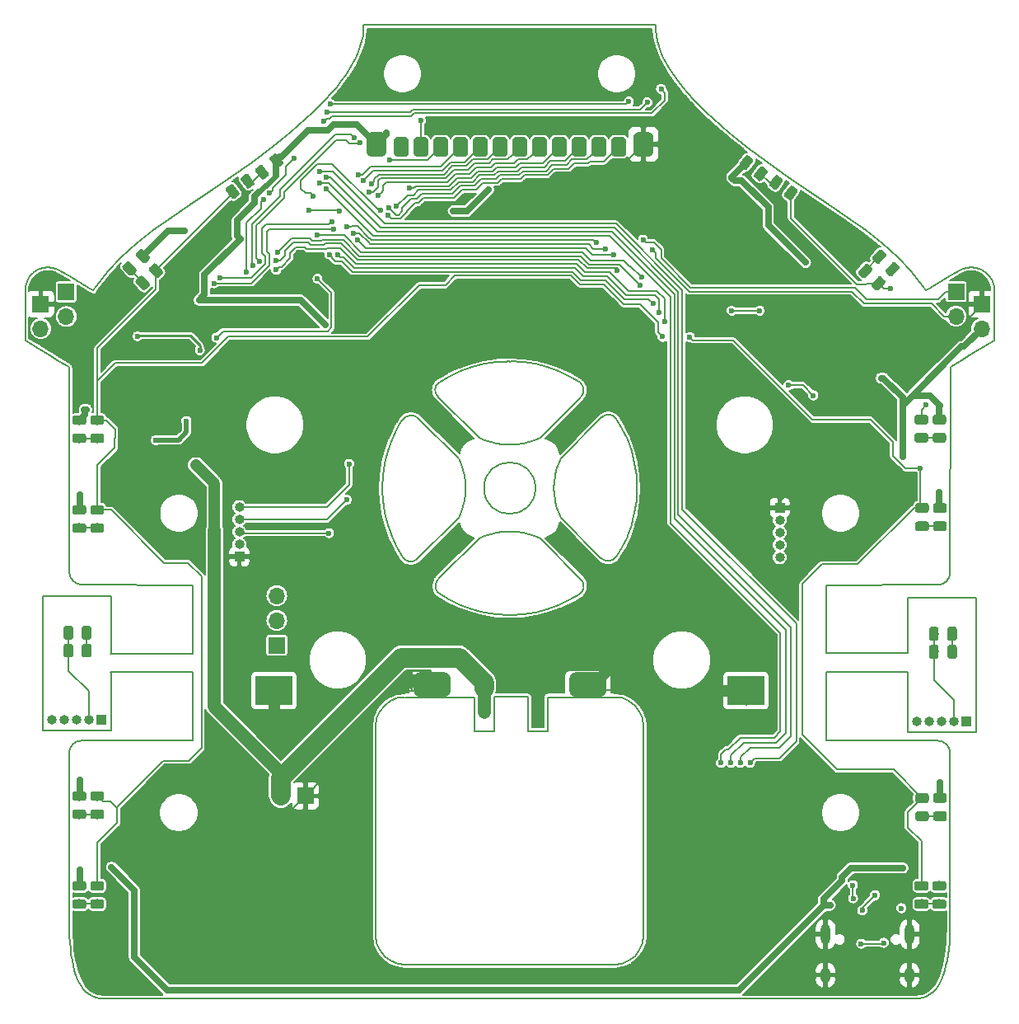
<source format=gbl>
G04 #@! TF.GenerationSoftware,KiCad,Pcbnew,(5.0.2)-1*
G04 #@! TF.CreationDate,2019-06-28T15:12:05+02:00*
G04 #@! TF.ProjectId,PCB_Fujitora,5043425f-4675-46a6-9974-6f72612e6b69,rev?*
G04 #@! TF.SameCoordinates,PX5b263a8PY821ca98*
G04 #@! TF.FileFunction,Copper,L2,Bot*
G04 #@! TF.FilePolarity,Positive*
%FSLAX46Y46*%
G04 Gerber Fmt 4.6, Leading zero omitted, Abs format (unit mm)*
G04 Created by KiCad (PCBNEW (5.0.2)-1) date 28/06/2019 15:12:05*
%MOMM*%
%LPD*%
G01*
G04 APERTURE LIST*
G04 #@! TA.AperFunction,NonConductor*
%ADD10C,0.200000*%
G04 #@! TD*
G04 #@! TA.AperFunction,ComponentPad*
%ADD11C,3.000000*%
G04 #@! TD*
G04 #@! TA.AperFunction,Conductor*
%ADD12C,0.100000*%
G04 #@! TD*
G04 #@! TA.AperFunction,ComponentPad*
%ADD13C,2.500000*%
G04 #@! TD*
G04 #@! TA.AperFunction,ComponentPad*
%ADD14O,1.000000X1.000000*%
G04 #@! TD*
G04 #@! TA.AperFunction,ComponentPad*
%ADD15R,1.000000X1.000000*%
G04 #@! TD*
G04 #@! TA.AperFunction,ComponentPad*
%ADD16R,1.700000X1.700000*%
G04 #@! TD*
G04 #@! TA.AperFunction,ComponentPad*
%ADD17O,1.700000X1.700000*%
G04 #@! TD*
G04 #@! TA.AperFunction,SMDPad,CuDef*
%ADD18C,0.975000*%
G04 #@! TD*
G04 #@! TA.AperFunction,ComponentPad*
%ADD19O,1.000000X1.600000*%
G04 #@! TD*
G04 #@! TA.AperFunction,ComponentPad*
%ADD20O,1.000000X2.100000*%
G04 #@! TD*
G04 #@! TA.AperFunction,SMDPad,CuDef*
%ADD21C,1.500000*%
G04 #@! TD*
G04 #@! TA.AperFunction,SMDPad,CuDef*
%ADD22C,2.000000*%
G04 #@! TD*
G04 #@! TA.AperFunction,ViaPad*
%ADD23C,0.600000*%
G04 #@! TD*
G04 #@! TA.AperFunction,ViaPad*
%ADD24C,1.000000*%
G04 #@! TD*
G04 #@! TA.AperFunction,Conductor*
%ADD25C,0.700000*%
G04 #@! TD*
G04 #@! TA.AperFunction,Conductor*
%ADD26C,0.600000*%
G04 #@! TD*
G04 #@! TA.AperFunction,Conductor*
%ADD27C,0.250000*%
G04 #@! TD*
G04 #@! TA.AperFunction,Conductor*
%ADD28C,0.200000*%
G04 #@! TD*
G04 #@! TA.AperFunction,Conductor*
%ADD29C,1.200000*%
G04 #@! TD*
G04 #@! TA.AperFunction,Conductor*
%ADD30C,2.000000*%
G04 #@! TD*
G04 #@! TA.AperFunction,Conductor*
%ADD31C,1.300000*%
G04 #@! TD*
G04 #@! TA.AperFunction,Conductor*
%ADD32C,1.350000*%
G04 #@! TD*
G04 #@! TA.AperFunction,Conductor*
%ADD33C,0.500000*%
G04 #@! TD*
G04 APERTURE END LIST*
D10*
X4318000Y25527000D02*
G75*
G02X5588000Y26797000I1270000J0D01*
G01*
X5715000Y42799000D02*
G75*
G02X4318000Y44196000I0J1397000D01*
G01*
X93599000Y26797000D02*
G75*
G02X94869000Y25527000I0J-1270000D01*
G01*
X94869000Y44069000D02*
G75*
G02X93599000Y42799000I-1270000J0D01*
G01*
X17043194Y33832800D02*
X17043194Y26787835D01*
X17045734Y42766975D02*
X17043194Y35712400D01*
X5588000Y26797000D02*
X17043194Y26787835D01*
X17045734Y42766975D02*
X5715000Y42799000D01*
X52244673Y52735480D02*
G75*
G03X52244673Y52735480I-2643553J0D01*
G01*
X46460800Y57898634D02*
X42285920Y62082680D01*
X57017705Y43286523D02*
G75*
G02X56763920Y41813480I-840554J-613567D01*
G01*
X60629841Y45772751D02*
G75*
G02X58948320Y45572680I-919522J561928D01*
G01*
X59053357Y59996443D02*
G75*
G02X60573920Y59847480I699091J-699092D01*
G01*
X56866366Y63556755D02*
G75*
G02X56916320Y62082680I-737446J-762875D01*
G01*
X42279927Y62075439D02*
G75*
G02X42336720Y63606680I615592J743842D01*
G01*
X38531076Y59642043D02*
G75*
G02X40304720Y59796680I935444J-480363D01*
G01*
X39999206Y45370510D02*
G75*
G02X38628320Y45623480I-560043J806047D01*
G01*
X42236912Y41967401D02*
G75*
G02X42336720Y43489880I836408J709679D01*
G01*
X8605520Y35712400D02*
X8605520Y41635680D01*
X82138520Y35763200D02*
X82138520Y42768520D01*
X90520520Y41457880D02*
X90520520Y35763200D01*
X90520520Y33832800D02*
X90520520Y27678380D01*
X97505520Y27678380D02*
X90520520Y27678380D01*
X97505520Y41457880D02*
X97505520Y27678380D01*
X90520520Y41457880D02*
X97505520Y41457880D01*
X82143600Y33832800D02*
X90525600Y33832800D01*
X82138520Y35763200D02*
X90525600Y35763200D01*
X17051020Y35712400D02*
X8585200Y35712400D01*
X17051020Y33832800D02*
X8585200Y33832800D01*
X1620520Y27856180D02*
X1620520Y41635680D01*
X8605520Y27856180D02*
X1620520Y27856180D01*
X8605520Y33832800D02*
X8605520Y27856180D01*
X1620520Y41635680D02*
X8605520Y41635680D01*
X44339480Y49693103D02*
X44588714Y50271119D01*
X62126337Y56508909D02*
X62436321Y55271383D01*
X61151089Y58863366D02*
X60573920Y59847480D01*
X62126337Y56508909D02*
X61696546Y57710093D01*
X45011017Y53364025D02*
X45039480Y52735208D01*
X54404310Y50869288D02*
X54263157Y51482718D01*
X61696546Y57710093D02*
X61151089Y58863366D01*
X35844508Y6800630D02*
X35844508Y28300630D01*
X63344508Y6800630D02*
X63344508Y28300630D01*
X43374748Y64200185D02*
X42336720Y63606680D01*
X45729205Y65175433D02*
X44528021Y64745642D01*
X48228683Y65672610D02*
X49079542Y65712441D01*
X49079542Y65712441D02*
X49502905Y65735208D01*
X55814270Y64200185D02*
X54756518Y64678135D01*
X43374748Y64200185D02*
X44528021Y64745642D01*
X52728218Y57898634D02*
X52150202Y57649400D01*
X49686113Y57198634D02*
X49594604Y57202785D01*
X52150202Y57649400D02*
X51552033Y57453406D01*
X51552033Y57453406D02*
X50938603Y57312253D01*
X50938603Y57312253D02*
X50314929Y57227097D01*
X50314929Y57227097D02*
X49686113Y57198634D01*
X56865520Y63555880D02*
X55814270Y64200185D01*
X52222287Y65485417D02*
X50960335Y65672610D01*
X53459813Y65175433D02*
X52222287Y65485417D01*
X49686113Y65735208D02*
X49594587Y65730704D01*
X54660997Y64745642D02*
X53459813Y65175433D01*
X49686113Y39735208D02*
X50960335Y39797807D01*
X53459813Y40294984D02*
X54660997Y40724775D01*
X44925861Y53987699D02*
X44784708Y54601128D01*
X37062681Y48961508D02*
X36752697Y50199034D01*
X44925861Y51482718D02*
X45011017Y52106392D01*
X36565504Y51460986D02*
X36518298Y52525904D01*
X50960335Y39797807D02*
X52222287Y39985000D01*
X48874089Y48243320D02*
X48250415Y48158164D01*
X49502905Y39735208D02*
X48228683Y39797807D01*
X38628320Y45623480D02*
X38037929Y46607051D01*
X37492472Y47760324D02*
X37320787Y48232934D01*
X36642935Y50907296D02*
X36565504Y51460986D01*
X37062681Y56508909D02*
X37492472Y57710093D01*
X44588714Y55199298D02*
X44339480Y55777314D01*
X44528021Y40724775D02*
X43374748Y41270232D01*
X54660997Y40724775D02*
X55814270Y41270232D01*
X55814270Y41270232D02*
X56763920Y41813480D01*
X47038816Y47821017D02*
X46460800Y47571783D01*
X36752697Y50199034D02*
X36642935Y50907296D01*
X38037929Y58863366D02*
X38312123Y59306955D01*
X38312123Y59306955D02*
X38526720Y59644280D01*
X47636986Y48017011D02*
X47038816Y47821017D01*
X45011017Y52106392D02*
X45039480Y52735208D01*
X44784708Y50869288D02*
X44925861Y51482718D01*
X43374748Y41270232D02*
X42235120Y41965880D01*
X44588714Y50271119D02*
X44784708Y50869288D01*
X36502905Y52735208D02*
X36565504Y54009431D01*
X36565504Y54009431D02*
X36752697Y55271383D01*
X45011017Y53364025D02*
X44925861Y53987699D01*
X37320787Y48232934D02*
X37062681Y48961508D01*
X49594641Y39739715D02*
X49686113Y39735208D01*
X44784708Y54601128D02*
X44588714Y55199298D01*
X44339480Y49693103D02*
X39999920Y45369480D01*
X44339480Y55777314D02*
X40304720Y59796680D01*
X37492472Y57710093D02*
X38037929Y58863366D01*
X38037929Y46607051D02*
X37492472Y47760324D01*
X36518298Y52525904D02*
X36502905Y52735208D01*
X36752697Y55271383D02*
X37062681Y56508909D01*
X49686113Y48271783D02*
X50314929Y48243320D01*
X50314929Y48243320D02*
X50938603Y48158164D01*
X51552033Y48017011D02*
X52150202Y47821017D01*
X52728218Y47571783D02*
X57017920Y43286680D01*
X49594623Y48267631D02*
X49502905Y48271783D01*
X7817429Y310422D02*
X91371589Y310422D01*
X4394008Y6063944D02*
X4455297Y5407008D01*
X4315208Y8273622D02*
X4323963Y7497251D01*
X4350230Y6760692D02*
X4394008Y6063944D01*
X4323963Y7497251D02*
X4350230Y6760692D01*
X5576008Y1584741D02*
X5794896Y1286110D01*
X4455297Y5407008D02*
X4534097Y4789884D01*
X5794896Y1286110D02*
X6031296Y1027291D01*
X4534097Y4789884D02*
X4630408Y4212571D01*
X4744230Y3675070D02*
X4875563Y3177381D01*
X4630408Y4212571D02*
X4744230Y3675070D01*
X6556629Y629088D02*
X6845563Y489704D01*
X4875563Y3177381D02*
X5024408Y2719504D01*
X6285207Y808284D02*
X6556629Y629088D01*
X5024408Y2719504D02*
X5190763Y2301438D01*
X6031296Y1027291D02*
X6285207Y808284D01*
X6845563Y489704D02*
X7152007Y390131D01*
X93157722Y1027291D02*
X92903811Y808284D01*
X93394122Y1286110D02*
X93157722Y1027291D01*
X93814388Y1923184D02*
X93613010Y1584741D01*
X94313455Y3177381D02*
X94164610Y2719504D01*
X93613010Y1584741D02*
X93394122Y1286110D01*
X93998255Y2301438D02*
X93814388Y1923184D01*
X94164610Y2719504D02*
X93998255Y2301438D01*
X94444788Y3675070D02*
X94313455Y3177381D01*
X94733721Y5407008D02*
X94654921Y4789884D01*
X94558610Y4212571D02*
X94444788Y3675070D01*
X94654921Y4789884D02*
X94558610Y4212571D01*
X94795010Y6063944D02*
X94733721Y5407008D01*
X94838788Y6760692D02*
X94795010Y6063944D01*
X94873810Y8273622D02*
X94865055Y7497251D01*
X94865055Y7497251D02*
X94838788Y6760692D01*
X94869000Y25527000D02*
X94873810Y8273622D01*
X82135980Y26789380D02*
X93599000Y26797000D01*
X82135980Y26789380D02*
X82138520Y33832800D01*
X4318000Y25527000D02*
X4315208Y8273622D01*
X93599000Y42799000D02*
X82138520Y42768520D01*
X54756518Y64678135D02*
X54660997Y64745642D01*
X46966731Y65485417D02*
X48228683Y65672610D01*
X50960335Y65672610D02*
X49686113Y65735208D01*
X91713056Y330371D02*
X91371589Y310422D01*
X52150202Y47821017D02*
X52728218Y47571783D01*
X52728218Y57898634D02*
X56916320Y62082680D01*
X92037011Y390131D02*
X91713056Y330371D01*
X45729205Y65175433D02*
X46966731Y65485417D01*
X62251045Y49558755D02*
X62436321Y50199034D01*
X49502905Y65735208D02*
X49594587Y65730704D01*
X45993997Y27800630D02*
X47993997Y27800630D01*
X35946731Y29077088D02*
X35844508Y28300630D01*
X45993997Y27800630D02*
X45993997Y31242000D01*
X35946731Y6024173D02*
X35844508Y6800630D01*
X63242286Y6024173D02*
X63344508Y6800630D01*
X36246432Y5300630D02*
X35946731Y6024173D01*
X38844508Y3800630D02*
X38068051Y3902853D01*
X38068051Y3902853D02*
X37344508Y4202554D01*
X60344508Y3800630D02*
X61120965Y3902853D01*
X45993997Y31242000D02*
X38844508Y31242000D01*
X62465828Y4679310D02*
X62942584Y5300630D01*
X1212712Y67086175D02*
X243894Y67660921D01*
X-190082Y67906499D02*
X-190130Y73355172D01*
X96204834Y75263597D02*
X96614481Y75375290D01*
X37344508Y4202554D02*
X36723188Y4679310D01*
X62942584Y29800630D02*
X62465828Y30421951D01*
X62465828Y30421951D02*
X61844508Y30898707D01*
X92742200Y73258277D02*
X92388426Y73035502D01*
X51489186Y31300630D02*
X47993997Y31300630D01*
X51489186Y27800630D02*
X53489186Y27800630D01*
X61844508Y30898707D02*
X61120965Y31198408D01*
X47993997Y27800630D02*
X47993997Y31300630D01*
X38068051Y31198408D02*
X37344508Y30898707D01*
X53489186Y27800630D02*
X53489186Y31242000D01*
X69811281Y91322921D02*
X69129374Y91987228D01*
X72145505Y89255277D02*
X71319303Y89957470D01*
X99119789Y74160308D02*
X99285730Y73769477D01*
X2151640Y75411946D02*
X1728863Y75372651D01*
X71319303Y89957470D02*
X70541243Y90646509D01*
X6446922Y73258331D02*
X6800697Y73035555D01*
X94869000Y44069000D02*
X94879277Y65142766D01*
X98886760Y74515248D02*
X99119789Y74160308D01*
X2574643Y75375157D02*
X2151640Y75411946D01*
X96020212Y75196909D02*
X94934116Y74582208D01*
X302364Y74515116D02*
X69335Y74160175D01*
X1728863Y75372651D02*
X1319886Y75258532D01*
X37344508Y30898707D02*
X36723188Y30421951D01*
X36723188Y30421951D02*
X36246432Y29800630D01*
X61844508Y4202554D02*
X62465828Y4679310D01*
X2984290Y75263465D02*
X2574643Y75375157D01*
X98251282Y75073387D02*
X98594126Y74822901D01*
X38811200Y31242000D02*
X38068051Y31198408D01*
X61120965Y31198408D02*
X60350400Y31242000D01*
X594998Y74822768D02*
X302364Y74515116D01*
X63242286Y29077088D02*
X62942584Y29800630D01*
X1319886Y75258532D02*
X937842Y75073255D01*
X69335Y74160175D02*
X-96606Y73769344D01*
X937842Y75073255D02*
X594998Y74822768D01*
X96968091Y66466294D02*
X95920903Y65806866D01*
X36246432Y29800630D02*
X35946731Y29077088D01*
X97460261Y75372783D02*
X97869238Y75258665D01*
X-96606Y73769344D02*
X-190130Y73355172D01*
X63344508Y28300630D02*
X63242286Y29077088D01*
X60344508Y31242000D02*
X53489186Y31242000D01*
X38844508Y3800630D02*
X60344508Y3800630D01*
X96020212Y75196909D02*
X96204834Y75263597D01*
X96968091Y66466294D02*
X97976411Y67086121D01*
X61120965Y3902853D02*
X61844508Y4202554D01*
X36723188Y4679310D02*
X36246432Y5300630D01*
X62942584Y5300630D02*
X63242286Y6024173D01*
X94934116Y74582208D02*
X93840967Y73933703D01*
X51489186Y27800630D02*
X51489186Y31300630D01*
X243894Y67660921D02*
X-190082Y67906499D01*
X66439168Y95145565D02*
X66044691Y95748263D01*
X68495480Y92639957D02*
X67909555Y93281630D01*
X30060751Y91987229D02*
X30694646Y92639957D01*
X33492156Y96342529D02*
X33791167Y96928887D01*
X33145434Y95748263D02*
X33492156Y96342529D01*
X87934587Y77859309D02*
X86217560Y79205571D01*
X78228900Y84621388D02*
X76084245Y86141290D01*
X2221032Y66466348D02*
X3268220Y65806919D01*
X69129374Y91987228D02*
X68495480Y92639957D01*
X4318000Y44196000D02*
X4309817Y65142766D01*
X4255007Y74582262D02*
X5348156Y73933756D01*
X67371557Y93912773D02*
X66881442Y94533910D01*
X4309817Y65142766D02*
X3268220Y65806919D01*
X64679175Y99205727D02*
X64618079Y99760412D01*
X94879277Y65142766D02*
X95920903Y65806866D01*
X34042508Y97507861D02*
X34246224Y98079976D01*
X8306908Y75028337D02*
X9693736Y76471310D01*
X5348156Y73933756D02*
X6446922Y73258331D01*
X32750958Y95145565D02*
X33145434Y95748263D01*
X14824611Y80528558D02*
X16791013Y81851960D01*
X20960188Y84621412D02*
X23104844Y86141314D01*
X18845470Y83204816D02*
X20960188Y84621412D01*
X93840967Y73933703D02*
X92742200Y73258277D01*
X89495352Y76471286D02*
X87934587Y77859309D01*
X32308684Y94533910D02*
X32750958Y95145565D01*
X9693736Y76471310D02*
X11254502Y77859333D01*
X27870822Y89957470D02*
X28648883Y90646510D01*
X97037484Y75412079D02*
X97460261Y75372783D01*
X65398959Y96928887D02*
X65147618Y97507861D01*
X3168699Y75197010D02*
X4255007Y74582262D01*
X65697969Y96342529D02*
X65398959Y96928887D01*
X73019891Y88539407D02*
X72145505Y89255277D01*
X84364478Y80528534D02*
X82398076Y81851936D01*
X2221032Y66466348D02*
X1212712Y67086175D01*
X27044621Y89255277D02*
X27870822Y89957470D01*
X65147618Y97507861D02*
X64943902Y98079976D01*
X30694646Y92639957D02*
X31280570Y93281630D01*
X97976411Y67086121D02*
X98945229Y67660868D01*
X80343619Y83204792D02*
X78228900Y84621388D01*
X64943902Y98079976D02*
X64787769Y98645757D01*
X76084245Y86141290D02*
X73942504Y87809335D01*
X25246584Y87809359D02*
X26170235Y88539407D01*
X34246224Y98079976D02*
X34402357Y98645757D01*
X73942504Y87809335D02*
X73019891Y88539407D01*
X2984290Y75263465D02*
X3168699Y75197010D01*
X28648883Y90646510D02*
X29378845Y91322921D01*
X29378845Y91322921D02*
X30060751Y91987229D01*
X96614481Y75375290D02*
X97037484Y75412079D01*
X98594126Y74822901D02*
X98886760Y74515248D01*
X99285730Y73769477D02*
X99379254Y73355305D01*
X33791167Y96928887D02*
X34042508Y97507861D01*
X97869238Y75258665D02*
X98251282Y75073387D01*
X64787769Y98645757D02*
X64679175Y99205727D01*
X70541243Y90646509D02*
X69811281Y91322921D01*
X66044691Y95748263D02*
X65697969Y96342529D01*
X99378989Y67906364D02*
X99379254Y73355305D01*
X98945229Y67660868D02*
X99378989Y67906364D01*
X48874089Y57227097D02*
X49502905Y57198634D01*
X92388426Y73035502D02*
X92079924Y73522478D01*
X54600304Y50271119D02*
X54404310Y50869288D01*
X34572047Y99760412D02*
X34585695Y100310406D01*
X62686113Y52735208D02*
X62623514Y54009431D01*
X6800697Y73035555D02*
X7109164Y73522502D01*
X16791013Y81851960D02*
X18845470Y83204816D01*
X31280570Y93281630D02*
X31818569Y93912773D01*
X54849538Y49693103D02*
X58948320Y45572680D01*
X67909555Y93281630D02*
X67371557Y93912773D01*
X64618079Y99760412D02*
X64604437Y100310336D01*
X66881442Y94533910D02*
X66439168Y95145565D01*
X86217560Y79205571D02*
X84364478Y80528534D01*
X92079924Y73522478D02*
X90882180Y75028313D01*
X62623514Y51460986D02*
X62686113Y52735208D01*
X61752970Y47885469D02*
X62126337Y48961508D01*
X54263157Y53987699D02*
X54404310Y54601128D01*
X46460800Y57898634D02*
X47038816Y57649400D01*
X54849538Y49693103D02*
X54600304Y50271119D01*
X47038816Y57649400D02*
X47636986Y57453406D01*
X34585695Y100310406D02*
X64604437Y100310336D01*
X34402357Y98645757D02*
X34510950Y99205727D01*
X61151089Y46607051D02*
X61696546Y47760324D01*
X54600304Y55199298D02*
X54849538Y55777314D01*
X60624720Y45775880D02*
X61151089Y46607051D01*
X12971529Y79205595D02*
X14824611Y80528558D01*
X34510950Y99205727D02*
X34572047Y99760412D01*
X54149538Y52735208D02*
X54178001Y53364025D01*
X23104844Y86141314D02*
X25246584Y87809359D01*
X26170235Y88539407D02*
X27044621Y89255277D01*
X7109164Y73522502D02*
X8306908Y75028337D01*
X11254502Y77859333D02*
X12971529Y79205595D01*
X90882180Y75028313D02*
X89495352Y76471286D01*
X82398076Y81851936D02*
X80343619Y83204792D01*
X31818569Y93912773D02*
X32308684Y94533910D01*
X48250415Y57312253D02*
X48874089Y57227097D01*
X47636986Y57453406D02*
X48250415Y57312253D01*
X54178001Y52106392D02*
X54149538Y52735208D01*
X92632389Y629088D02*
X92343455Y489704D01*
X49594623Y48267631D02*
X49686113Y48271783D01*
X45729205Y40294984D02*
X44528021Y40724775D01*
X5374630Y1923184D02*
X5576008Y1584741D01*
X54404310Y54601128D02*
X54600304Y55199298D01*
X49502905Y57198634D02*
X49594604Y57202785D01*
X48250415Y48158164D02*
X47636986Y48017011D01*
X46966731Y39985000D02*
X45729205Y40294984D01*
X49594641Y39739715D02*
X49502905Y39735208D01*
X50938603Y48158164D02*
X51552033Y48017011D01*
X54263157Y51482718D02*
X54178001Y52106392D01*
X62126337Y48961508D02*
X62251045Y49558755D01*
X62623514Y54009431D02*
X62436321Y55271383D01*
X49502905Y48271783D02*
X48874089Y48243320D01*
X52222287Y39985000D02*
X53459813Y40294984D01*
X62436321Y50199034D02*
X62623514Y51460986D01*
X54849538Y55777314D02*
X59049920Y59999880D01*
X7475963Y330371D02*
X7817429Y310422D01*
X92343455Y489704D02*
X92037011Y390131D01*
X61696546Y47760324D02*
X61752970Y47885469D01*
X46460800Y47571783D02*
X42336720Y43489880D01*
X54178001Y53364025D02*
X54263157Y53987699D01*
X48228683Y39797807D02*
X46966731Y39985000D01*
X5190763Y2301438D02*
X5374630Y1923184D01*
X92903811Y808284D02*
X92632389Y629088D01*
X7152007Y390131D02*
X7475963Y330371D01*
D11*
G04 #@! TO.P,U2,1*
G04 #@! TO.N,GND*
X25369520Y31945580D03*
D12*
G04 #@! TD*
G04 #@! TO.N,GND*
G04 #@! TO.C,U2*
G36*
X27244520Y30445580D02*
X23494520Y30445580D01*
X23494520Y33445580D01*
X27244520Y33445580D01*
X27244520Y30445580D01*
X27244520Y30445580D01*
G37*
G04 #@! TO.N,GND*
G04 #@! TO.C,U2*
G36*
X42936781Y33822970D02*
X42997451Y33813971D01*
X43056948Y33799068D01*
X43114697Y33778405D01*
X43170143Y33752181D01*
X43222751Y33720649D01*
X43272016Y33684112D01*
X43317462Y33642922D01*
X43358652Y33597476D01*
X43395189Y33548211D01*
X43426721Y33495603D01*
X43452945Y33440157D01*
X43473608Y33382408D01*
X43488511Y33322911D01*
X43497510Y33262241D01*
X43500520Y33200980D01*
X43500520Y31950980D01*
X43497510Y31889719D01*
X43488511Y31829049D01*
X43473608Y31769552D01*
X43452945Y31711803D01*
X43426721Y31656357D01*
X43395189Y31603749D01*
X43358652Y31554484D01*
X43317462Y31509038D01*
X43272016Y31467848D01*
X43222751Y31431311D01*
X43170143Y31399779D01*
X43114697Y31373555D01*
X43056948Y31352892D01*
X42997451Y31337989D01*
X42936781Y31328990D01*
X42875520Y31325980D01*
X40375520Y31325980D01*
X40314259Y31328990D01*
X40253589Y31337989D01*
X40194092Y31352892D01*
X40136343Y31373555D01*
X40080897Y31399779D01*
X40028289Y31431311D01*
X39979024Y31467848D01*
X39933578Y31509038D01*
X39892388Y31554484D01*
X39855851Y31603749D01*
X39824319Y31656357D01*
X39798095Y31711803D01*
X39777432Y31769552D01*
X39762529Y31829049D01*
X39753530Y31889719D01*
X39750520Y31950980D01*
X39750520Y33200980D01*
X39753530Y33262241D01*
X39762529Y33322911D01*
X39777432Y33382408D01*
X39798095Y33440157D01*
X39824319Y33495603D01*
X39855851Y33548211D01*
X39892388Y33597476D01*
X39933578Y33642922D01*
X39979024Y33684112D01*
X40028289Y33720649D01*
X40080897Y33752181D01*
X40136343Y33778405D01*
X40194092Y33799068D01*
X40253589Y33813971D01*
X40314259Y33822970D01*
X40375520Y33825980D01*
X42875520Y33825980D01*
X42936781Y33822970D01*
X42936781Y33822970D01*
G37*
D13*
G04 #@! TD*
G04 #@! TO.P,U2,2*
G04 #@! TO.N,GND*
X41625520Y32575980D03*
D12*
G04 #@! TO.N,GND*
G04 #@! TO.C,U2*
G36*
X58938781Y33822970D02*
X58999451Y33813971D01*
X59058948Y33799068D01*
X59116697Y33778405D01*
X59172143Y33752181D01*
X59224751Y33720649D01*
X59274016Y33684112D01*
X59319462Y33642922D01*
X59360652Y33597476D01*
X59397189Y33548211D01*
X59428721Y33495603D01*
X59454945Y33440157D01*
X59475608Y33382408D01*
X59490511Y33322911D01*
X59499510Y33262241D01*
X59502520Y33200980D01*
X59502520Y31950980D01*
X59499510Y31889719D01*
X59490511Y31829049D01*
X59475608Y31769552D01*
X59454945Y31711803D01*
X59428721Y31656357D01*
X59397189Y31603749D01*
X59360652Y31554484D01*
X59319462Y31509038D01*
X59274016Y31467848D01*
X59224751Y31431311D01*
X59172143Y31399779D01*
X59116697Y31373555D01*
X59058948Y31352892D01*
X58999451Y31337989D01*
X58938781Y31328990D01*
X58877520Y31325980D01*
X56377520Y31325980D01*
X56316259Y31328990D01*
X56255589Y31337989D01*
X56196092Y31352892D01*
X56138343Y31373555D01*
X56082897Y31399779D01*
X56030289Y31431311D01*
X55981024Y31467848D01*
X55935578Y31509038D01*
X55894388Y31554484D01*
X55857851Y31603749D01*
X55826319Y31656357D01*
X55800095Y31711803D01*
X55779432Y31769552D01*
X55764529Y31829049D01*
X55755530Y31889719D01*
X55752520Y31950980D01*
X55752520Y33200980D01*
X55755530Y33262241D01*
X55764529Y33322911D01*
X55779432Y33382408D01*
X55800095Y33440157D01*
X55826319Y33495603D01*
X55857851Y33548211D01*
X55894388Y33597476D01*
X55935578Y33642922D01*
X55981024Y33684112D01*
X56030289Y33720649D01*
X56082897Y33752181D01*
X56138343Y33778405D01*
X56196092Y33799068D01*
X56255589Y33813971D01*
X56316259Y33822970D01*
X56377520Y33825980D01*
X58877520Y33825980D01*
X58938781Y33822970D01*
X58938781Y33822970D01*
G37*
D13*
G04 #@! TD*
G04 #@! TO.P,U2,3*
G04 #@! TO.N,GND*
X57627520Y32575980D03*
D11*
G04 #@! TO.P,U2,4*
G04 #@! TO.N,GND*
X73883520Y31945580D03*
D12*
G04 #@! TD*
G04 #@! TO.N,GND*
G04 #@! TO.C,U2*
G36*
X75758520Y30445580D02*
X72008520Y30445580D01*
X72008520Y33445580D01*
X75758520Y33445580D01*
X75758520Y30445580D01*
X75758520Y30445580D01*
G37*
D14*
G04 #@! TO.P,J_ENC_1,5*
G04 #@! TO.N,/ENC_1_A*
X21813520Y50779680D03*
G04 #@! TO.P,J_ENC_1,4*
G04 #@! TO.N,/ENC_1_B*
X21813520Y49509680D03*
G04 #@! TO.P,J_ENC_1,3*
G04 #@! TO.N,/ENC_1_I*
X21813520Y48239680D03*
G04 #@! TO.P,J_ENC_1,2*
G04 #@! TO.N,+3V3*
X21813520Y46969680D03*
D15*
G04 #@! TO.P,J_ENC_1,1*
G04 #@! TO.N,GND*
X21813520Y45699680D03*
G04 #@! TD*
D16*
G04 #@! TO.P,BATT1,1*
G04 #@! TO.N,GND*
X28608020Y21125180D03*
D17*
G04 #@! TO.P,BATT1,2*
G04 #@! TO.N,/POT_ESC*
X26068020Y21125180D03*
G04 #@! TD*
D12*
G04 #@! TO.N,/ENC_1_3.3*
G04 #@! TO.C,C8*
G36*
X4506662Y36746506D02*
X4530323Y36742996D01*
X4553527Y36737184D01*
X4576049Y36729126D01*
X4597673Y36718898D01*
X4618190Y36706601D01*
X4637403Y36692351D01*
X4655127Y36676287D01*
X4671191Y36658563D01*
X4685441Y36639350D01*
X4697738Y36618833D01*
X4707966Y36597209D01*
X4716024Y36574687D01*
X4721836Y36551483D01*
X4725346Y36527822D01*
X4726520Y36503930D01*
X4726520Y35591430D01*
X4725346Y35567538D01*
X4721836Y35543877D01*
X4716024Y35520673D01*
X4707966Y35498151D01*
X4697738Y35476527D01*
X4685441Y35456010D01*
X4671191Y35436797D01*
X4655127Y35419073D01*
X4637403Y35403009D01*
X4618190Y35388759D01*
X4597673Y35376462D01*
X4576049Y35366234D01*
X4553527Y35358176D01*
X4530323Y35352364D01*
X4506662Y35348854D01*
X4482770Y35347680D01*
X3995270Y35347680D01*
X3971378Y35348854D01*
X3947717Y35352364D01*
X3924513Y35358176D01*
X3901991Y35366234D01*
X3880367Y35376462D01*
X3859850Y35388759D01*
X3840637Y35403009D01*
X3822913Y35419073D01*
X3806849Y35436797D01*
X3792599Y35456010D01*
X3780302Y35476527D01*
X3770074Y35498151D01*
X3762016Y35520673D01*
X3756204Y35543877D01*
X3752694Y35567538D01*
X3751520Y35591430D01*
X3751520Y36503930D01*
X3752694Y36527822D01*
X3756204Y36551483D01*
X3762016Y36574687D01*
X3770074Y36597209D01*
X3780302Y36618833D01*
X3792599Y36639350D01*
X3806849Y36658563D01*
X3822913Y36676287D01*
X3840637Y36692351D01*
X3859850Y36706601D01*
X3880367Y36718898D01*
X3901991Y36729126D01*
X3924513Y36737184D01*
X3947717Y36742996D01*
X3971378Y36746506D01*
X3995270Y36747680D01*
X4482770Y36747680D01*
X4506662Y36746506D01*
X4506662Y36746506D01*
G37*
D18*
G04 #@! TD*
G04 #@! TO.P,C8,1*
G04 #@! TO.N,/ENC_1_3.3*
X4239020Y36047680D03*
D12*
G04 #@! TO.N,/ENC_1_GND*
G04 #@! TO.C,C8*
G36*
X6381662Y36746506D02*
X6405323Y36742996D01*
X6428527Y36737184D01*
X6451049Y36729126D01*
X6472673Y36718898D01*
X6493190Y36706601D01*
X6512403Y36692351D01*
X6530127Y36676287D01*
X6546191Y36658563D01*
X6560441Y36639350D01*
X6572738Y36618833D01*
X6582966Y36597209D01*
X6591024Y36574687D01*
X6596836Y36551483D01*
X6600346Y36527822D01*
X6601520Y36503930D01*
X6601520Y35591430D01*
X6600346Y35567538D01*
X6596836Y35543877D01*
X6591024Y35520673D01*
X6582966Y35498151D01*
X6572738Y35476527D01*
X6560441Y35456010D01*
X6546191Y35436797D01*
X6530127Y35419073D01*
X6512403Y35403009D01*
X6493190Y35388759D01*
X6472673Y35376462D01*
X6451049Y35366234D01*
X6428527Y35358176D01*
X6405323Y35352364D01*
X6381662Y35348854D01*
X6357770Y35347680D01*
X5870270Y35347680D01*
X5846378Y35348854D01*
X5822717Y35352364D01*
X5799513Y35358176D01*
X5776991Y35366234D01*
X5755367Y35376462D01*
X5734850Y35388759D01*
X5715637Y35403009D01*
X5697913Y35419073D01*
X5681849Y35436797D01*
X5667599Y35456010D01*
X5655302Y35476527D01*
X5645074Y35498151D01*
X5637016Y35520673D01*
X5631204Y35543877D01*
X5627694Y35567538D01*
X5626520Y35591430D01*
X5626520Y36503930D01*
X5627694Y36527822D01*
X5631204Y36551483D01*
X5637016Y36574687D01*
X5645074Y36597209D01*
X5655302Y36618833D01*
X5667599Y36639350D01*
X5681849Y36658563D01*
X5697913Y36676287D01*
X5715637Y36692351D01*
X5734850Y36706601D01*
X5755367Y36718898D01*
X5776991Y36729126D01*
X5799513Y36737184D01*
X5822717Y36742996D01*
X5846378Y36746506D01*
X5870270Y36747680D01*
X6357770Y36747680D01*
X6381662Y36746506D01*
X6381662Y36746506D01*
G37*
D18*
G04 #@! TD*
G04 #@! TO.P,C8,2*
G04 #@! TO.N,/ENC_1_GND*
X6114020Y36047680D03*
D12*
G04 #@! TO.N,/ENC_1_GND*
G04 #@! TO.C,C9*
G36*
X6381662Y38594082D02*
X6405323Y38590572D01*
X6428527Y38584760D01*
X6451049Y38576702D01*
X6472673Y38566474D01*
X6493190Y38554177D01*
X6512403Y38539927D01*
X6530127Y38523863D01*
X6546191Y38506139D01*
X6560441Y38486926D01*
X6572738Y38466409D01*
X6582966Y38444785D01*
X6591024Y38422263D01*
X6596836Y38399059D01*
X6600346Y38375398D01*
X6601520Y38351506D01*
X6601520Y37439006D01*
X6600346Y37415114D01*
X6596836Y37391453D01*
X6591024Y37368249D01*
X6582966Y37345727D01*
X6572738Y37324103D01*
X6560441Y37303586D01*
X6546191Y37284373D01*
X6530127Y37266649D01*
X6512403Y37250585D01*
X6493190Y37236335D01*
X6472673Y37224038D01*
X6451049Y37213810D01*
X6428527Y37205752D01*
X6405323Y37199940D01*
X6381662Y37196430D01*
X6357770Y37195256D01*
X5870270Y37195256D01*
X5846378Y37196430D01*
X5822717Y37199940D01*
X5799513Y37205752D01*
X5776991Y37213810D01*
X5755367Y37224038D01*
X5734850Y37236335D01*
X5715637Y37250585D01*
X5697913Y37266649D01*
X5681849Y37284373D01*
X5667599Y37303586D01*
X5655302Y37324103D01*
X5645074Y37345727D01*
X5637016Y37368249D01*
X5631204Y37391453D01*
X5627694Y37415114D01*
X5626520Y37439006D01*
X5626520Y38351506D01*
X5627694Y38375398D01*
X5631204Y38399059D01*
X5637016Y38422263D01*
X5645074Y38444785D01*
X5655302Y38466409D01*
X5667599Y38486926D01*
X5681849Y38506139D01*
X5697913Y38523863D01*
X5715637Y38539927D01*
X5734850Y38554177D01*
X5755367Y38566474D01*
X5776991Y38576702D01*
X5799513Y38584760D01*
X5822717Y38590572D01*
X5846378Y38594082D01*
X5870270Y38595256D01*
X6357770Y38595256D01*
X6381662Y38594082D01*
X6381662Y38594082D01*
G37*
D18*
G04 #@! TD*
G04 #@! TO.P,C9,2*
G04 #@! TO.N,/ENC_1_GND*
X6114020Y37895256D03*
D12*
G04 #@! TO.N,/ENC_1_3.3*
G04 #@! TO.C,C9*
G36*
X4506662Y38594082D02*
X4530323Y38590572D01*
X4553527Y38584760D01*
X4576049Y38576702D01*
X4597673Y38566474D01*
X4618190Y38554177D01*
X4637403Y38539927D01*
X4655127Y38523863D01*
X4671191Y38506139D01*
X4685441Y38486926D01*
X4697738Y38466409D01*
X4707966Y38444785D01*
X4716024Y38422263D01*
X4721836Y38399059D01*
X4725346Y38375398D01*
X4726520Y38351506D01*
X4726520Y37439006D01*
X4725346Y37415114D01*
X4721836Y37391453D01*
X4716024Y37368249D01*
X4707966Y37345727D01*
X4697738Y37324103D01*
X4685441Y37303586D01*
X4671191Y37284373D01*
X4655127Y37266649D01*
X4637403Y37250585D01*
X4618190Y37236335D01*
X4597673Y37224038D01*
X4576049Y37213810D01*
X4553527Y37205752D01*
X4530323Y37199940D01*
X4506662Y37196430D01*
X4482770Y37195256D01*
X3995270Y37195256D01*
X3971378Y37196430D01*
X3947717Y37199940D01*
X3924513Y37205752D01*
X3901991Y37213810D01*
X3880367Y37224038D01*
X3859850Y37236335D01*
X3840637Y37250585D01*
X3822913Y37266649D01*
X3806849Y37284373D01*
X3792599Y37303586D01*
X3780302Y37324103D01*
X3770074Y37345727D01*
X3762016Y37368249D01*
X3756204Y37391453D01*
X3752694Y37415114D01*
X3751520Y37439006D01*
X3751520Y38351506D01*
X3752694Y38375398D01*
X3756204Y38399059D01*
X3762016Y38422263D01*
X3770074Y38444785D01*
X3780302Y38466409D01*
X3792599Y38486926D01*
X3806849Y38506139D01*
X3822913Y38523863D01*
X3840637Y38539927D01*
X3859850Y38554177D01*
X3880367Y38566474D01*
X3901991Y38576702D01*
X3924513Y38584760D01*
X3947717Y38590572D01*
X3971378Y38594082D01*
X3995270Y38595256D01*
X4482770Y38595256D01*
X4506662Y38594082D01*
X4506662Y38594082D01*
G37*
D18*
G04 #@! TD*
G04 #@! TO.P,C9,1*
G04 #@! TO.N,/ENC_1_3.3*
X4239020Y37895256D03*
D12*
G04 #@! TO.N,/ENC_2_3.3*
G04 #@! TO.C,C10*
G36*
X93470162Y36632206D02*
X93493823Y36628696D01*
X93517027Y36622884D01*
X93539549Y36614826D01*
X93561173Y36604598D01*
X93581690Y36592301D01*
X93600903Y36578051D01*
X93618627Y36561987D01*
X93634691Y36544263D01*
X93648941Y36525050D01*
X93661238Y36504533D01*
X93671466Y36482909D01*
X93679524Y36460387D01*
X93685336Y36437183D01*
X93688846Y36413522D01*
X93690020Y36389630D01*
X93690020Y35477130D01*
X93688846Y35453238D01*
X93685336Y35429577D01*
X93679524Y35406373D01*
X93671466Y35383851D01*
X93661238Y35362227D01*
X93648941Y35341710D01*
X93634691Y35322497D01*
X93618627Y35304773D01*
X93600903Y35288709D01*
X93581690Y35274459D01*
X93561173Y35262162D01*
X93539549Y35251934D01*
X93517027Y35243876D01*
X93493823Y35238064D01*
X93470162Y35234554D01*
X93446270Y35233380D01*
X92958770Y35233380D01*
X92934878Y35234554D01*
X92911217Y35238064D01*
X92888013Y35243876D01*
X92865491Y35251934D01*
X92843867Y35262162D01*
X92823350Y35274459D01*
X92804137Y35288709D01*
X92786413Y35304773D01*
X92770349Y35322497D01*
X92756099Y35341710D01*
X92743802Y35362227D01*
X92733574Y35383851D01*
X92725516Y35406373D01*
X92719704Y35429577D01*
X92716194Y35453238D01*
X92715020Y35477130D01*
X92715020Y36389630D01*
X92716194Y36413522D01*
X92719704Y36437183D01*
X92725516Y36460387D01*
X92733574Y36482909D01*
X92743802Y36504533D01*
X92756099Y36525050D01*
X92770349Y36544263D01*
X92786413Y36561987D01*
X92804137Y36578051D01*
X92823350Y36592301D01*
X92843867Y36604598D01*
X92865491Y36614826D01*
X92888013Y36622884D01*
X92911217Y36628696D01*
X92934878Y36632206D01*
X92958770Y36633380D01*
X93446270Y36633380D01*
X93470162Y36632206D01*
X93470162Y36632206D01*
G37*
D18*
G04 #@! TD*
G04 #@! TO.P,C10,1*
G04 #@! TO.N,/ENC_2_3.3*
X93202520Y35933380D03*
D12*
G04 #@! TO.N,/ENC_2_GND*
G04 #@! TO.C,C10*
G36*
X95345162Y36632206D02*
X95368823Y36628696D01*
X95392027Y36622884D01*
X95414549Y36614826D01*
X95436173Y36604598D01*
X95456690Y36592301D01*
X95475903Y36578051D01*
X95493627Y36561987D01*
X95509691Y36544263D01*
X95523941Y36525050D01*
X95536238Y36504533D01*
X95546466Y36482909D01*
X95554524Y36460387D01*
X95560336Y36437183D01*
X95563846Y36413522D01*
X95565020Y36389630D01*
X95565020Y35477130D01*
X95563846Y35453238D01*
X95560336Y35429577D01*
X95554524Y35406373D01*
X95546466Y35383851D01*
X95536238Y35362227D01*
X95523941Y35341710D01*
X95509691Y35322497D01*
X95493627Y35304773D01*
X95475903Y35288709D01*
X95456690Y35274459D01*
X95436173Y35262162D01*
X95414549Y35251934D01*
X95392027Y35243876D01*
X95368823Y35238064D01*
X95345162Y35234554D01*
X95321270Y35233380D01*
X94833770Y35233380D01*
X94809878Y35234554D01*
X94786217Y35238064D01*
X94763013Y35243876D01*
X94740491Y35251934D01*
X94718867Y35262162D01*
X94698350Y35274459D01*
X94679137Y35288709D01*
X94661413Y35304773D01*
X94645349Y35322497D01*
X94631099Y35341710D01*
X94618802Y35362227D01*
X94608574Y35383851D01*
X94600516Y35406373D01*
X94594704Y35429577D01*
X94591194Y35453238D01*
X94590020Y35477130D01*
X94590020Y36389630D01*
X94591194Y36413522D01*
X94594704Y36437183D01*
X94600516Y36460387D01*
X94608574Y36482909D01*
X94618802Y36504533D01*
X94631099Y36525050D01*
X94645349Y36544263D01*
X94661413Y36561987D01*
X94679137Y36578051D01*
X94698350Y36592301D01*
X94718867Y36604598D01*
X94740491Y36614826D01*
X94763013Y36622884D01*
X94786217Y36628696D01*
X94809878Y36632206D01*
X94833770Y36633380D01*
X95321270Y36633380D01*
X95345162Y36632206D01*
X95345162Y36632206D01*
G37*
D18*
G04 #@! TD*
G04 #@! TO.P,C10,2*
G04 #@! TO.N,/ENC_2_GND*
X95077520Y35933380D03*
D12*
G04 #@! TO.N,/ENC_2_GND*
G04 #@! TO.C,C11*
G36*
X95345162Y38482206D02*
X95368823Y38478696D01*
X95392027Y38472884D01*
X95414549Y38464826D01*
X95436173Y38454598D01*
X95456690Y38442301D01*
X95475903Y38428051D01*
X95493627Y38411987D01*
X95509691Y38394263D01*
X95523941Y38375050D01*
X95536238Y38354533D01*
X95546466Y38332909D01*
X95554524Y38310387D01*
X95560336Y38287183D01*
X95563846Y38263522D01*
X95565020Y38239630D01*
X95565020Y37327130D01*
X95563846Y37303238D01*
X95560336Y37279577D01*
X95554524Y37256373D01*
X95546466Y37233851D01*
X95536238Y37212227D01*
X95523941Y37191710D01*
X95509691Y37172497D01*
X95493627Y37154773D01*
X95475903Y37138709D01*
X95456690Y37124459D01*
X95436173Y37112162D01*
X95414549Y37101934D01*
X95392027Y37093876D01*
X95368823Y37088064D01*
X95345162Y37084554D01*
X95321270Y37083380D01*
X94833770Y37083380D01*
X94809878Y37084554D01*
X94786217Y37088064D01*
X94763013Y37093876D01*
X94740491Y37101934D01*
X94718867Y37112162D01*
X94698350Y37124459D01*
X94679137Y37138709D01*
X94661413Y37154773D01*
X94645349Y37172497D01*
X94631099Y37191710D01*
X94618802Y37212227D01*
X94608574Y37233851D01*
X94600516Y37256373D01*
X94594704Y37279577D01*
X94591194Y37303238D01*
X94590020Y37327130D01*
X94590020Y38239630D01*
X94591194Y38263522D01*
X94594704Y38287183D01*
X94600516Y38310387D01*
X94608574Y38332909D01*
X94618802Y38354533D01*
X94631099Y38375050D01*
X94645349Y38394263D01*
X94661413Y38411987D01*
X94679137Y38428051D01*
X94698350Y38442301D01*
X94718867Y38454598D01*
X94740491Y38464826D01*
X94763013Y38472884D01*
X94786217Y38478696D01*
X94809878Y38482206D01*
X94833770Y38483380D01*
X95321270Y38483380D01*
X95345162Y38482206D01*
X95345162Y38482206D01*
G37*
D18*
G04 #@! TD*
G04 #@! TO.P,C11,2*
G04 #@! TO.N,/ENC_2_GND*
X95077520Y37783380D03*
D12*
G04 #@! TO.N,/ENC_2_3.3*
G04 #@! TO.C,C11*
G36*
X93470162Y38482206D02*
X93493823Y38478696D01*
X93517027Y38472884D01*
X93539549Y38464826D01*
X93561173Y38454598D01*
X93581690Y38442301D01*
X93600903Y38428051D01*
X93618627Y38411987D01*
X93634691Y38394263D01*
X93648941Y38375050D01*
X93661238Y38354533D01*
X93671466Y38332909D01*
X93679524Y38310387D01*
X93685336Y38287183D01*
X93688846Y38263522D01*
X93690020Y38239630D01*
X93690020Y37327130D01*
X93688846Y37303238D01*
X93685336Y37279577D01*
X93679524Y37256373D01*
X93671466Y37233851D01*
X93661238Y37212227D01*
X93648941Y37191710D01*
X93634691Y37172497D01*
X93618627Y37154773D01*
X93600903Y37138709D01*
X93581690Y37124459D01*
X93561173Y37112162D01*
X93539549Y37101934D01*
X93517027Y37093876D01*
X93493823Y37088064D01*
X93470162Y37084554D01*
X93446270Y37083380D01*
X92958770Y37083380D01*
X92934878Y37084554D01*
X92911217Y37088064D01*
X92888013Y37093876D01*
X92865491Y37101934D01*
X92843867Y37112162D01*
X92823350Y37124459D01*
X92804137Y37138709D01*
X92786413Y37154773D01*
X92770349Y37172497D01*
X92756099Y37191710D01*
X92743802Y37212227D01*
X92733574Y37233851D01*
X92725516Y37256373D01*
X92719704Y37279577D01*
X92716194Y37303238D01*
X92715020Y37327130D01*
X92715020Y38239630D01*
X92716194Y38263522D01*
X92719704Y38287183D01*
X92725516Y38310387D01*
X92733574Y38332909D01*
X92743802Y38354533D01*
X92756099Y38375050D01*
X92770349Y38394263D01*
X92786413Y38411987D01*
X92804137Y38428051D01*
X92823350Y38442301D01*
X92843867Y38454598D01*
X92865491Y38464826D01*
X92888013Y38472884D01*
X92911217Y38478696D01*
X92934878Y38482206D01*
X92958770Y38483380D01*
X93446270Y38483380D01*
X93470162Y38482206D01*
X93470162Y38482206D01*
G37*
D18*
G04 #@! TD*
G04 #@! TO.P,C11,1*
G04 #@! TO.N,/ENC_2_3.3*
X93202520Y37783380D03*
D12*
G04 #@! TO.N,+3V3*
G04 #@! TO.C,D4*
G36*
X25559168Y87085393D02*
X25582738Y87081317D01*
X25605796Y87074949D01*
X25628118Y87066353D01*
X25649490Y87055609D01*
X25669706Y87042823D01*
X25688572Y87028117D01*
X25705905Y87011632D01*
X25721540Y86993528D01*
X26283331Y86274469D01*
X26297115Y86254919D01*
X26308917Y86234113D01*
X26318622Y86212250D01*
X26326138Y86189540D01*
X26331392Y86166204D01*
X26334333Y86142465D01*
X26334933Y86118552D01*
X26333186Y86094695D01*
X26329110Y86071125D01*
X26322742Y86048067D01*
X26314146Y86025745D01*
X26303402Y86004373D01*
X26290616Y85984157D01*
X26275910Y85965291D01*
X26259425Y85947958D01*
X26241321Y85932323D01*
X25857166Y85632188D01*
X25837616Y85618404D01*
X25816810Y85606602D01*
X25794947Y85596897D01*
X25772237Y85589381D01*
X25748901Y85584127D01*
X25725162Y85581186D01*
X25701249Y85580586D01*
X25677392Y85582333D01*
X25653822Y85586409D01*
X25630764Y85592777D01*
X25608442Y85601373D01*
X25587070Y85612117D01*
X25566854Y85624903D01*
X25547988Y85639609D01*
X25530655Y85656094D01*
X25515020Y85674198D01*
X24953229Y86393257D01*
X24939445Y86412807D01*
X24927643Y86433613D01*
X24917938Y86455476D01*
X24910422Y86478186D01*
X24905168Y86501522D01*
X24902227Y86525261D01*
X24901627Y86549174D01*
X24903374Y86573031D01*
X24907450Y86596601D01*
X24913818Y86619659D01*
X24922414Y86641981D01*
X24933158Y86663353D01*
X24945944Y86683569D01*
X24960650Y86702435D01*
X24977135Y86719768D01*
X24995239Y86735403D01*
X25379394Y87035538D01*
X25398944Y87049322D01*
X25419750Y87061124D01*
X25441613Y87070829D01*
X25464323Y87078345D01*
X25487659Y87083599D01*
X25511398Y87086540D01*
X25535311Y87087140D01*
X25559168Y87085393D01*
X25559168Y87085393D01*
G37*
D18*
G04 #@! TD*
G04 #@! TO.P,D4,2*
G04 #@! TO.N,+3V3*
X25618280Y86333863D03*
D12*
G04 #@! TO.N,Net-(D4-Pad1)*
G04 #@! TO.C,D4*
G36*
X24081648Y85931027D02*
X24105218Y85926951D01*
X24128276Y85920583D01*
X24150598Y85911987D01*
X24171970Y85901243D01*
X24192186Y85888457D01*
X24211052Y85873751D01*
X24228385Y85857266D01*
X24244020Y85839162D01*
X24805811Y85120103D01*
X24819595Y85100553D01*
X24831397Y85079747D01*
X24841102Y85057884D01*
X24848618Y85035174D01*
X24853872Y85011838D01*
X24856813Y84988099D01*
X24857413Y84964186D01*
X24855666Y84940329D01*
X24851590Y84916759D01*
X24845222Y84893701D01*
X24836626Y84871379D01*
X24825882Y84850007D01*
X24813096Y84829791D01*
X24798390Y84810925D01*
X24781905Y84793592D01*
X24763801Y84777957D01*
X24379646Y84477822D01*
X24360096Y84464038D01*
X24339290Y84452236D01*
X24317427Y84442531D01*
X24294717Y84435015D01*
X24271381Y84429761D01*
X24247642Y84426820D01*
X24223729Y84426220D01*
X24199872Y84427967D01*
X24176302Y84432043D01*
X24153244Y84438411D01*
X24130922Y84447007D01*
X24109550Y84457751D01*
X24089334Y84470537D01*
X24070468Y84485243D01*
X24053135Y84501728D01*
X24037500Y84519832D01*
X23475709Y85238891D01*
X23461925Y85258441D01*
X23450123Y85279247D01*
X23440418Y85301110D01*
X23432902Y85323820D01*
X23427648Y85347156D01*
X23424707Y85370895D01*
X23424107Y85394808D01*
X23425854Y85418665D01*
X23429930Y85442235D01*
X23436298Y85465293D01*
X23444894Y85487615D01*
X23455638Y85508987D01*
X23468424Y85529203D01*
X23483130Y85548069D01*
X23499615Y85565402D01*
X23517719Y85581037D01*
X23901874Y85881172D01*
X23921424Y85894956D01*
X23942230Y85906758D01*
X23964093Y85916463D01*
X23986803Y85923979D01*
X24010139Y85929233D01*
X24033878Y85932174D01*
X24057791Y85932774D01*
X24081648Y85931027D01*
X24081648Y85931027D01*
G37*
D18*
G04 #@! TD*
G04 #@! TO.P,D4,1*
G04 #@! TO.N,Net-(D4-Pad1)*
X24140760Y85179497D03*
D12*
G04 #@! TO.N,Net-(D5-Pad1)*
G04 #@! TO.C,D5*
G36*
X10413325Y76028819D02*
X10436850Y76024485D01*
X10459836Y76017867D01*
X10482064Y76009027D01*
X10503317Y75998051D01*
X10523393Y75985045D01*
X10542097Y75970134D01*
X10559250Y75953461D01*
X11181573Y75286101D01*
X11197008Y75267827D01*
X11210578Y75248129D01*
X11222152Y75227195D01*
X11231619Y75205227D01*
X11238887Y75182437D01*
X11243885Y75159045D01*
X11246567Y75135275D01*
X11246907Y75111357D01*
X11244900Y75087521D01*
X11240566Y75063996D01*
X11233948Y75041010D01*
X11225108Y75018782D01*
X11214132Y74997529D01*
X11201126Y74977453D01*
X11186215Y74958749D01*
X11169542Y74941596D01*
X10813007Y74609122D01*
X10794733Y74593687D01*
X10775035Y74580117D01*
X10754101Y74568543D01*
X10732133Y74559076D01*
X10709343Y74551808D01*
X10685951Y74546810D01*
X10662181Y74544128D01*
X10638263Y74543788D01*
X10614427Y74545795D01*
X10590902Y74550129D01*
X10567916Y74556747D01*
X10545688Y74565587D01*
X10524435Y74576563D01*
X10504359Y74589569D01*
X10485655Y74604480D01*
X10468502Y74621153D01*
X9846179Y75288513D01*
X9830744Y75306787D01*
X9817174Y75326485D01*
X9805600Y75347419D01*
X9796133Y75369387D01*
X9788865Y75392177D01*
X9783867Y75415569D01*
X9781185Y75439339D01*
X9780845Y75463257D01*
X9782852Y75487093D01*
X9787186Y75510618D01*
X9793804Y75533604D01*
X9802644Y75555832D01*
X9813620Y75577085D01*
X9826626Y75597161D01*
X9841537Y75615865D01*
X9858210Y75633018D01*
X10214745Y75965492D01*
X10233019Y75980927D01*
X10252717Y75994497D01*
X10273651Y76006071D01*
X10295619Y76015538D01*
X10318409Y76022806D01*
X10341801Y76027804D01*
X10365571Y76030486D01*
X10389489Y76030826D01*
X10413325Y76028819D01*
X10413325Y76028819D01*
G37*
D18*
G04 #@! TD*
G04 #@! TO.P,D5,1*
G04 #@! TO.N,Net-(D5-Pad1)*
X10513876Y75287307D03*
D12*
G04 #@! TO.N,+3V3*
G04 #@! TO.C,D5*
G36*
X11784613Y77307565D02*
X11808138Y77303231D01*
X11831124Y77296613D01*
X11853352Y77287773D01*
X11874605Y77276797D01*
X11894681Y77263791D01*
X11913385Y77248880D01*
X11930538Y77232207D01*
X12552861Y76564847D01*
X12568296Y76546573D01*
X12581866Y76526875D01*
X12593440Y76505941D01*
X12602907Y76483973D01*
X12610175Y76461183D01*
X12615173Y76437791D01*
X12617855Y76414021D01*
X12618195Y76390103D01*
X12616188Y76366267D01*
X12611854Y76342742D01*
X12605236Y76319756D01*
X12596396Y76297528D01*
X12585420Y76276275D01*
X12572414Y76256199D01*
X12557503Y76237495D01*
X12540830Y76220342D01*
X12184295Y75887868D01*
X12166021Y75872433D01*
X12146323Y75858863D01*
X12125389Y75847289D01*
X12103421Y75837822D01*
X12080631Y75830554D01*
X12057239Y75825556D01*
X12033469Y75822874D01*
X12009551Y75822534D01*
X11985715Y75824541D01*
X11962190Y75828875D01*
X11939204Y75835493D01*
X11916976Y75844333D01*
X11895723Y75855309D01*
X11875647Y75868315D01*
X11856943Y75883226D01*
X11839790Y75899899D01*
X11217467Y76567259D01*
X11202032Y76585533D01*
X11188462Y76605231D01*
X11176888Y76626165D01*
X11167421Y76648133D01*
X11160153Y76670923D01*
X11155155Y76694315D01*
X11152473Y76718085D01*
X11152133Y76742003D01*
X11154140Y76765839D01*
X11158474Y76789364D01*
X11165092Y76812350D01*
X11173932Y76834578D01*
X11184908Y76855831D01*
X11197914Y76875907D01*
X11212825Y76894611D01*
X11229498Y76911764D01*
X11586033Y77244238D01*
X11604307Y77259673D01*
X11624005Y77273243D01*
X11644939Y77284817D01*
X11666907Y77294284D01*
X11689697Y77301552D01*
X11713089Y77306550D01*
X11736859Y77309232D01*
X11760777Y77309572D01*
X11784613Y77307565D01*
X11784613Y77307565D01*
G37*
D18*
G04 #@! TD*
G04 #@! TO.P,D5,2*
G04 #@! TO.N,+3V3*
X11885164Y76566053D03*
D12*
G04 #@! TO.N,+3V3*
G04 #@! TO.C,D6*
G36*
X89103469Y75960486D02*
X89127239Y75957804D01*
X89150631Y75952806D01*
X89173421Y75945538D01*
X89195389Y75936071D01*
X89216323Y75924497D01*
X89236021Y75910927D01*
X89254295Y75895492D01*
X89610830Y75563018D01*
X89627503Y75545865D01*
X89642414Y75527161D01*
X89655420Y75507085D01*
X89666396Y75485832D01*
X89675236Y75463604D01*
X89681854Y75440618D01*
X89686188Y75417093D01*
X89688195Y75393257D01*
X89687855Y75369339D01*
X89685173Y75345569D01*
X89680175Y75322177D01*
X89672907Y75299387D01*
X89663440Y75277419D01*
X89651866Y75256485D01*
X89638296Y75236787D01*
X89622861Y75218513D01*
X89000538Y74551153D01*
X88983385Y74534480D01*
X88964681Y74519569D01*
X88944605Y74506563D01*
X88923352Y74495587D01*
X88901124Y74486747D01*
X88878138Y74480129D01*
X88854613Y74475795D01*
X88830777Y74473788D01*
X88806859Y74474128D01*
X88783089Y74476810D01*
X88759697Y74481808D01*
X88736907Y74489076D01*
X88714939Y74498543D01*
X88694005Y74510117D01*
X88674307Y74523687D01*
X88656033Y74539122D01*
X88299498Y74871596D01*
X88282825Y74888749D01*
X88267914Y74907453D01*
X88254908Y74927529D01*
X88243932Y74948782D01*
X88235092Y74971010D01*
X88228474Y74993996D01*
X88224140Y75017521D01*
X88222133Y75041357D01*
X88222473Y75065275D01*
X88225155Y75089045D01*
X88230153Y75112437D01*
X88237421Y75135227D01*
X88246888Y75157195D01*
X88258462Y75178129D01*
X88272032Y75197827D01*
X88287467Y75216101D01*
X88909790Y75883461D01*
X88926943Y75900134D01*
X88945647Y75915045D01*
X88965723Y75928051D01*
X88986976Y75939027D01*
X89009204Y75947867D01*
X89032190Y75954485D01*
X89055715Y75958819D01*
X89079551Y75960826D01*
X89103469Y75960486D01*
X89103469Y75960486D01*
G37*
D18*
G04 #@! TD*
G04 #@! TO.P,D6,2*
G04 #@! TO.N,+3V3*
X88955164Y75217307D03*
D12*
G04 #@! TO.N,Net-(D6-Pad1)*
G04 #@! TO.C,D6*
G36*
X87732181Y77239232D02*
X87755951Y77236550D01*
X87779343Y77231552D01*
X87802133Y77224284D01*
X87824101Y77214817D01*
X87845035Y77203243D01*
X87864733Y77189673D01*
X87883007Y77174238D01*
X88239542Y76841764D01*
X88256215Y76824611D01*
X88271126Y76805907D01*
X88284132Y76785831D01*
X88295108Y76764578D01*
X88303948Y76742350D01*
X88310566Y76719364D01*
X88314900Y76695839D01*
X88316907Y76672003D01*
X88316567Y76648085D01*
X88313885Y76624315D01*
X88308887Y76600923D01*
X88301619Y76578133D01*
X88292152Y76556165D01*
X88280578Y76535231D01*
X88267008Y76515533D01*
X88251573Y76497259D01*
X87629250Y75829899D01*
X87612097Y75813226D01*
X87593393Y75798315D01*
X87573317Y75785309D01*
X87552064Y75774333D01*
X87529836Y75765493D01*
X87506850Y75758875D01*
X87483325Y75754541D01*
X87459489Y75752534D01*
X87435571Y75752874D01*
X87411801Y75755556D01*
X87388409Y75760554D01*
X87365619Y75767822D01*
X87343651Y75777289D01*
X87322717Y75788863D01*
X87303019Y75802433D01*
X87284745Y75817868D01*
X86928210Y76150342D01*
X86911537Y76167495D01*
X86896626Y76186199D01*
X86883620Y76206275D01*
X86872644Y76227528D01*
X86863804Y76249756D01*
X86857186Y76272742D01*
X86852852Y76296267D01*
X86850845Y76320103D01*
X86851185Y76344021D01*
X86853867Y76367791D01*
X86858865Y76391183D01*
X86866133Y76413973D01*
X86875600Y76435941D01*
X86887174Y76456875D01*
X86900744Y76476573D01*
X86916179Y76494847D01*
X87538502Y77162207D01*
X87555655Y77178880D01*
X87574359Y77193791D01*
X87594435Y77206797D01*
X87615688Y77217773D01*
X87637916Y77226613D01*
X87660902Y77233231D01*
X87684427Y77237565D01*
X87708263Y77239572D01*
X87732181Y77239232D01*
X87732181Y77239232D01*
G37*
D18*
G04 #@! TD*
G04 #@! TO.P,D6,1*
G04 #@! TO.N,Net-(D6-Pad1)*
X87583876Y76496053D03*
D12*
G04 #@! TO.N,+3V3*
G04 #@! TO.C,D7*
G36*
X74027642Y86926540D02*
X74051381Y86923599D01*
X74074717Y86918345D01*
X74097427Y86910829D01*
X74119290Y86901124D01*
X74140096Y86889322D01*
X74159646Y86875538D01*
X74543801Y86575403D01*
X74561905Y86559768D01*
X74578390Y86542435D01*
X74593096Y86523569D01*
X74605882Y86503353D01*
X74616626Y86481981D01*
X74625222Y86459659D01*
X74631590Y86436601D01*
X74635666Y86413031D01*
X74637413Y86389174D01*
X74636813Y86365261D01*
X74633872Y86341522D01*
X74628618Y86318186D01*
X74621102Y86295476D01*
X74611397Y86273613D01*
X74599595Y86252807D01*
X74585811Y86233257D01*
X74024020Y85514198D01*
X74008385Y85496094D01*
X73991052Y85479609D01*
X73972186Y85464903D01*
X73951970Y85452117D01*
X73930598Y85441373D01*
X73908276Y85432777D01*
X73885218Y85426409D01*
X73861648Y85422333D01*
X73837791Y85420586D01*
X73813878Y85421186D01*
X73790139Y85424127D01*
X73766803Y85429381D01*
X73744093Y85436897D01*
X73722230Y85446602D01*
X73701424Y85458404D01*
X73681874Y85472188D01*
X73297719Y85772323D01*
X73279615Y85787958D01*
X73263130Y85805291D01*
X73248424Y85824157D01*
X73235638Y85844373D01*
X73224894Y85865745D01*
X73216298Y85888067D01*
X73209930Y85911125D01*
X73205854Y85934695D01*
X73204107Y85958552D01*
X73204707Y85982465D01*
X73207648Y86006204D01*
X73212902Y86029540D01*
X73220418Y86052250D01*
X73230123Y86074113D01*
X73241925Y86094919D01*
X73255709Y86114469D01*
X73817500Y86833528D01*
X73833135Y86851632D01*
X73850468Y86868117D01*
X73869334Y86882823D01*
X73889550Y86895609D01*
X73910922Y86906353D01*
X73933244Y86914949D01*
X73956302Y86921317D01*
X73979872Y86925393D01*
X74003729Y86927140D01*
X74027642Y86926540D01*
X74027642Y86926540D01*
G37*
D18*
G04 #@! TD*
G04 #@! TO.P,D7,2*
G04 #@! TO.N,+3V3*
X73920760Y86173863D03*
D12*
G04 #@! TO.N,Net-(D7-Pad1)*
G04 #@! TO.C,D7*
G36*
X75505162Y85772174D02*
X75528901Y85769233D01*
X75552237Y85763979D01*
X75574947Y85756463D01*
X75596810Y85746758D01*
X75617616Y85734956D01*
X75637166Y85721172D01*
X76021321Y85421037D01*
X76039425Y85405402D01*
X76055910Y85388069D01*
X76070616Y85369203D01*
X76083402Y85348987D01*
X76094146Y85327615D01*
X76102742Y85305293D01*
X76109110Y85282235D01*
X76113186Y85258665D01*
X76114933Y85234808D01*
X76114333Y85210895D01*
X76111392Y85187156D01*
X76106138Y85163820D01*
X76098622Y85141110D01*
X76088917Y85119247D01*
X76077115Y85098441D01*
X76063331Y85078891D01*
X75501540Y84359832D01*
X75485905Y84341728D01*
X75468572Y84325243D01*
X75449706Y84310537D01*
X75429490Y84297751D01*
X75408118Y84287007D01*
X75385796Y84278411D01*
X75362738Y84272043D01*
X75339168Y84267967D01*
X75315311Y84266220D01*
X75291398Y84266820D01*
X75267659Y84269761D01*
X75244323Y84275015D01*
X75221613Y84282531D01*
X75199750Y84292236D01*
X75178944Y84304038D01*
X75159394Y84317822D01*
X74775239Y84617957D01*
X74757135Y84633592D01*
X74740650Y84650925D01*
X74725944Y84669791D01*
X74713158Y84690007D01*
X74702414Y84711379D01*
X74693818Y84733701D01*
X74687450Y84756759D01*
X74683374Y84780329D01*
X74681627Y84804186D01*
X74682227Y84828099D01*
X74685168Y84851838D01*
X74690422Y84875174D01*
X74697938Y84897884D01*
X74707643Y84919747D01*
X74719445Y84940553D01*
X74733229Y84960103D01*
X75295020Y85679162D01*
X75310655Y85697266D01*
X75327988Y85713751D01*
X75346854Y85728457D01*
X75367070Y85741243D01*
X75388442Y85751987D01*
X75410764Y85760583D01*
X75433822Y85766951D01*
X75457392Y85771027D01*
X75481249Y85772774D01*
X75505162Y85772174D01*
X75505162Y85772174D01*
G37*
D18*
G04 #@! TD*
G04 #@! TO.P,D7,1*
G04 #@! TO.N,Net-(D7-Pad1)*
X75398280Y85019497D03*
D12*
G04 #@! TO.N,Net-(D8-Pad1)*
G04 #@! TO.C,D8*
G36*
X5847162Y58329506D02*
X5870823Y58325996D01*
X5894027Y58320184D01*
X5916549Y58312126D01*
X5938173Y58301898D01*
X5958690Y58289601D01*
X5977903Y58275351D01*
X5995627Y58259287D01*
X6011691Y58241563D01*
X6025941Y58222350D01*
X6038238Y58201833D01*
X6048466Y58180209D01*
X6056524Y58157687D01*
X6062336Y58134483D01*
X6065846Y58110822D01*
X6067020Y58086930D01*
X6067020Y57599430D01*
X6065846Y57575538D01*
X6062336Y57551877D01*
X6056524Y57528673D01*
X6048466Y57506151D01*
X6038238Y57484527D01*
X6025941Y57464010D01*
X6011691Y57444797D01*
X5995627Y57427073D01*
X5977903Y57411009D01*
X5958690Y57396759D01*
X5938173Y57384462D01*
X5916549Y57374234D01*
X5894027Y57366176D01*
X5870823Y57360364D01*
X5847162Y57356854D01*
X5823270Y57355680D01*
X4910770Y57355680D01*
X4886878Y57356854D01*
X4863217Y57360364D01*
X4840013Y57366176D01*
X4817491Y57374234D01*
X4795867Y57384462D01*
X4775350Y57396759D01*
X4756137Y57411009D01*
X4738413Y57427073D01*
X4722349Y57444797D01*
X4708099Y57464010D01*
X4695802Y57484527D01*
X4685574Y57506151D01*
X4677516Y57528673D01*
X4671704Y57551877D01*
X4668194Y57575538D01*
X4667020Y57599430D01*
X4667020Y58086930D01*
X4668194Y58110822D01*
X4671704Y58134483D01*
X4677516Y58157687D01*
X4685574Y58180209D01*
X4695802Y58201833D01*
X4708099Y58222350D01*
X4722349Y58241563D01*
X4738413Y58259287D01*
X4756137Y58275351D01*
X4775350Y58289601D01*
X4795867Y58301898D01*
X4817491Y58312126D01*
X4840013Y58320184D01*
X4863217Y58325996D01*
X4886878Y58329506D01*
X4910770Y58330680D01*
X5823270Y58330680D01*
X5847162Y58329506D01*
X5847162Y58329506D01*
G37*
D18*
G04 #@! TD*
G04 #@! TO.P,D8,1*
G04 #@! TO.N,Net-(D8-Pad1)*
X5367020Y57843180D03*
D12*
G04 #@! TO.N,+3V3*
G04 #@! TO.C,D8*
G36*
X5847162Y60204506D02*
X5870823Y60200996D01*
X5894027Y60195184D01*
X5916549Y60187126D01*
X5938173Y60176898D01*
X5958690Y60164601D01*
X5977903Y60150351D01*
X5995627Y60134287D01*
X6011691Y60116563D01*
X6025941Y60097350D01*
X6038238Y60076833D01*
X6048466Y60055209D01*
X6056524Y60032687D01*
X6062336Y60009483D01*
X6065846Y59985822D01*
X6067020Y59961930D01*
X6067020Y59474430D01*
X6065846Y59450538D01*
X6062336Y59426877D01*
X6056524Y59403673D01*
X6048466Y59381151D01*
X6038238Y59359527D01*
X6025941Y59339010D01*
X6011691Y59319797D01*
X5995627Y59302073D01*
X5977903Y59286009D01*
X5958690Y59271759D01*
X5938173Y59259462D01*
X5916549Y59249234D01*
X5894027Y59241176D01*
X5870823Y59235364D01*
X5847162Y59231854D01*
X5823270Y59230680D01*
X4910770Y59230680D01*
X4886878Y59231854D01*
X4863217Y59235364D01*
X4840013Y59241176D01*
X4817491Y59249234D01*
X4795867Y59259462D01*
X4775350Y59271759D01*
X4756137Y59286009D01*
X4738413Y59302073D01*
X4722349Y59319797D01*
X4708099Y59339010D01*
X4695802Y59359527D01*
X4685574Y59381151D01*
X4677516Y59403673D01*
X4671704Y59426877D01*
X4668194Y59450538D01*
X4667020Y59474430D01*
X4667020Y59961930D01*
X4668194Y59985822D01*
X4671704Y60009483D01*
X4677516Y60032687D01*
X4685574Y60055209D01*
X4695802Y60076833D01*
X4708099Y60097350D01*
X4722349Y60116563D01*
X4738413Y60134287D01*
X4756137Y60150351D01*
X4775350Y60164601D01*
X4795867Y60176898D01*
X4817491Y60187126D01*
X4840013Y60195184D01*
X4863217Y60200996D01*
X4886878Y60204506D01*
X4910770Y60205680D01*
X5823270Y60205680D01*
X5847162Y60204506D01*
X5847162Y60204506D01*
G37*
D18*
G04 #@! TD*
G04 #@! TO.P,D8,2*
G04 #@! TO.N,+3V3*
X5367020Y59718180D03*
D12*
G04 #@! TO.N,+3V3*
G04 #@! TO.C,D9*
G36*
X5847162Y50997006D02*
X5870823Y50993496D01*
X5894027Y50987684D01*
X5916549Y50979626D01*
X5938173Y50969398D01*
X5958690Y50957101D01*
X5977903Y50942851D01*
X5995627Y50926787D01*
X6011691Y50909063D01*
X6025941Y50889850D01*
X6038238Y50869333D01*
X6048466Y50847709D01*
X6056524Y50825187D01*
X6062336Y50801983D01*
X6065846Y50778322D01*
X6067020Y50754430D01*
X6067020Y50266930D01*
X6065846Y50243038D01*
X6062336Y50219377D01*
X6056524Y50196173D01*
X6048466Y50173651D01*
X6038238Y50152027D01*
X6025941Y50131510D01*
X6011691Y50112297D01*
X5995627Y50094573D01*
X5977903Y50078509D01*
X5958690Y50064259D01*
X5938173Y50051962D01*
X5916549Y50041734D01*
X5894027Y50033676D01*
X5870823Y50027864D01*
X5847162Y50024354D01*
X5823270Y50023180D01*
X4910770Y50023180D01*
X4886878Y50024354D01*
X4863217Y50027864D01*
X4840013Y50033676D01*
X4817491Y50041734D01*
X4795867Y50051962D01*
X4775350Y50064259D01*
X4756137Y50078509D01*
X4738413Y50094573D01*
X4722349Y50112297D01*
X4708099Y50131510D01*
X4695802Y50152027D01*
X4685574Y50173651D01*
X4677516Y50196173D01*
X4671704Y50219377D01*
X4668194Y50243038D01*
X4667020Y50266930D01*
X4667020Y50754430D01*
X4668194Y50778322D01*
X4671704Y50801983D01*
X4677516Y50825187D01*
X4685574Y50847709D01*
X4695802Y50869333D01*
X4708099Y50889850D01*
X4722349Y50909063D01*
X4738413Y50926787D01*
X4756137Y50942851D01*
X4775350Y50957101D01*
X4795867Y50969398D01*
X4817491Y50979626D01*
X4840013Y50987684D01*
X4863217Y50993496D01*
X4886878Y50997006D01*
X4910770Y50998180D01*
X5823270Y50998180D01*
X5847162Y50997006D01*
X5847162Y50997006D01*
G37*
D18*
G04 #@! TD*
G04 #@! TO.P,D9,2*
G04 #@! TO.N,+3V3*
X5367020Y50510680D03*
D12*
G04 #@! TO.N,Net-(D9-Pad1)*
G04 #@! TO.C,D9*
G36*
X5847162Y49122006D02*
X5870823Y49118496D01*
X5894027Y49112684D01*
X5916549Y49104626D01*
X5938173Y49094398D01*
X5958690Y49082101D01*
X5977903Y49067851D01*
X5995627Y49051787D01*
X6011691Y49034063D01*
X6025941Y49014850D01*
X6038238Y48994333D01*
X6048466Y48972709D01*
X6056524Y48950187D01*
X6062336Y48926983D01*
X6065846Y48903322D01*
X6067020Y48879430D01*
X6067020Y48391930D01*
X6065846Y48368038D01*
X6062336Y48344377D01*
X6056524Y48321173D01*
X6048466Y48298651D01*
X6038238Y48277027D01*
X6025941Y48256510D01*
X6011691Y48237297D01*
X5995627Y48219573D01*
X5977903Y48203509D01*
X5958690Y48189259D01*
X5938173Y48176962D01*
X5916549Y48166734D01*
X5894027Y48158676D01*
X5870823Y48152864D01*
X5847162Y48149354D01*
X5823270Y48148180D01*
X4910770Y48148180D01*
X4886878Y48149354D01*
X4863217Y48152864D01*
X4840013Y48158676D01*
X4817491Y48166734D01*
X4795867Y48176962D01*
X4775350Y48189259D01*
X4756137Y48203509D01*
X4738413Y48219573D01*
X4722349Y48237297D01*
X4708099Y48256510D01*
X4695802Y48277027D01*
X4685574Y48298651D01*
X4677516Y48321173D01*
X4671704Y48344377D01*
X4668194Y48368038D01*
X4667020Y48391930D01*
X4667020Y48879430D01*
X4668194Y48903322D01*
X4671704Y48926983D01*
X4677516Y48950187D01*
X4685574Y48972709D01*
X4695802Y48994333D01*
X4708099Y49014850D01*
X4722349Y49034063D01*
X4738413Y49051787D01*
X4756137Y49067851D01*
X4775350Y49082101D01*
X4795867Y49094398D01*
X4817491Y49104626D01*
X4840013Y49112684D01*
X4863217Y49118496D01*
X4886878Y49122006D01*
X4910770Y49123180D01*
X5823270Y49123180D01*
X5847162Y49122006D01*
X5847162Y49122006D01*
G37*
D18*
G04 #@! TD*
G04 #@! TO.P,D9,1*
G04 #@! TO.N,Net-(D9-Pad1)*
X5367020Y48635680D03*
D12*
G04 #@! TO.N,+3V3*
G04 #@! TO.C,D10*
G36*
X5847162Y21596506D02*
X5870823Y21592996D01*
X5894027Y21587184D01*
X5916549Y21579126D01*
X5938173Y21568898D01*
X5958690Y21556601D01*
X5977903Y21542351D01*
X5995627Y21526287D01*
X6011691Y21508563D01*
X6025941Y21489350D01*
X6038238Y21468833D01*
X6048466Y21447209D01*
X6056524Y21424687D01*
X6062336Y21401483D01*
X6065846Y21377822D01*
X6067020Y21353930D01*
X6067020Y20866430D01*
X6065846Y20842538D01*
X6062336Y20818877D01*
X6056524Y20795673D01*
X6048466Y20773151D01*
X6038238Y20751527D01*
X6025941Y20731010D01*
X6011691Y20711797D01*
X5995627Y20694073D01*
X5977903Y20678009D01*
X5958690Y20663759D01*
X5938173Y20651462D01*
X5916549Y20641234D01*
X5894027Y20633176D01*
X5870823Y20627364D01*
X5847162Y20623854D01*
X5823270Y20622680D01*
X4910770Y20622680D01*
X4886878Y20623854D01*
X4863217Y20627364D01*
X4840013Y20633176D01*
X4817491Y20641234D01*
X4795867Y20651462D01*
X4775350Y20663759D01*
X4756137Y20678009D01*
X4738413Y20694073D01*
X4722349Y20711797D01*
X4708099Y20731010D01*
X4695802Y20751527D01*
X4685574Y20773151D01*
X4677516Y20795673D01*
X4671704Y20818877D01*
X4668194Y20842538D01*
X4667020Y20866430D01*
X4667020Y21353930D01*
X4668194Y21377822D01*
X4671704Y21401483D01*
X4677516Y21424687D01*
X4685574Y21447209D01*
X4695802Y21468833D01*
X4708099Y21489350D01*
X4722349Y21508563D01*
X4738413Y21526287D01*
X4756137Y21542351D01*
X4775350Y21556601D01*
X4795867Y21568898D01*
X4817491Y21579126D01*
X4840013Y21587184D01*
X4863217Y21592996D01*
X4886878Y21596506D01*
X4910770Y21597680D01*
X5823270Y21597680D01*
X5847162Y21596506D01*
X5847162Y21596506D01*
G37*
D18*
G04 #@! TD*
G04 #@! TO.P,D10,2*
G04 #@! TO.N,+3V3*
X5367020Y21110180D03*
D12*
G04 #@! TO.N,Net-(D10-Pad1)*
G04 #@! TO.C,D10*
G36*
X5847162Y19721506D02*
X5870823Y19717996D01*
X5894027Y19712184D01*
X5916549Y19704126D01*
X5938173Y19693898D01*
X5958690Y19681601D01*
X5977903Y19667351D01*
X5995627Y19651287D01*
X6011691Y19633563D01*
X6025941Y19614350D01*
X6038238Y19593833D01*
X6048466Y19572209D01*
X6056524Y19549687D01*
X6062336Y19526483D01*
X6065846Y19502822D01*
X6067020Y19478930D01*
X6067020Y18991430D01*
X6065846Y18967538D01*
X6062336Y18943877D01*
X6056524Y18920673D01*
X6048466Y18898151D01*
X6038238Y18876527D01*
X6025941Y18856010D01*
X6011691Y18836797D01*
X5995627Y18819073D01*
X5977903Y18803009D01*
X5958690Y18788759D01*
X5938173Y18776462D01*
X5916549Y18766234D01*
X5894027Y18758176D01*
X5870823Y18752364D01*
X5847162Y18748854D01*
X5823270Y18747680D01*
X4910770Y18747680D01*
X4886878Y18748854D01*
X4863217Y18752364D01*
X4840013Y18758176D01*
X4817491Y18766234D01*
X4795867Y18776462D01*
X4775350Y18788759D01*
X4756137Y18803009D01*
X4738413Y18819073D01*
X4722349Y18836797D01*
X4708099Y18856010D01*
X4695802Y18876527D01*
X4685574Y18898151D01*
X4677516Y18920673D01*
X4671704Y18943877D01*
X4668194Y18967538D01*
X4667020Y18991430D01*
X4667020Y19478930D01*
X4668194Y19502822D01*
X4671704Y19526483D01*
X4677516Y19549687D01*
X4685574Y19572209D01*
X4695802Y19593833D01*
X4708099Y19614350D01*
X4722349Y19633563D01*
X4738413Y19651287D01*
X4756137Y19667351D01*
X4775350Y19681601D01*
X4795867Y19693898D01*
X4817491Y19704126D01*
X4840013Y19712184D01*
X4863217Y19717996D01*
X4886878Y19721506D01*
X4910770Y19722680D01*
X5823270Y19722680D01*
X5847162Y19721506D01*
X5847162Y19721506D01*
G37*
D18*
G04 #@! TD*
G04 #@! TO.P,D10,1*
G04 #@! TO.N,Net-(D10-Pad1)*
X5367020Y19235180D03*
D12*
G04 #@! TO.N,Net-(D11-Pad1)*
G04 #@! TO.C,D11*
G36*
X5847162Y10514006D02*
X5870823Y10510496D01*
X5894027Y10504684D01*
X5916549Y10496626D01*
X5938173Y10486398D01*
X5958690Y10474101D01*
X5977903Y10459851D01*
X5995627Y10443787D01*
X6011691Y10426063D01*
X6025941Y10406850D01*
X6038238Y10386333D01*
X6048466Y10364709D01*
X6056524Y10342187D01*
X6062336Y10318983D01*
X6065846Y10295322D01*
X6067020Y10271430D01*
X6067020Y9783930D01*
X6065846Y9760038D01*
X6062336Y9736377D01*
X6056524Y9713173D01*
X6048466Y9690651D01*
X6038238Y9669027D01*
X6025941Y9648510D01*
X6011691Y9629297D01*
X5995627Y9611573D01*
X5977903Y9595509D01*
X5958690Y9581259D01*
X5938173Y9568962D01*
X5916549Y9558734D01*
X5894027Y9550676D01*
X5870823Y9544864D01*
X5847162Y9541354D01*
X5823270Y9540180D01*
X4910770Y9540180D01*
X4886878Y9541354D01*
X4863217Y9544864D01*
X4840013Y9550676D01*
X4817491Y9558734D01*
X4795867Y9568962D01*
X4775350Y9581259D01*
X4756137Y9595509D01*
X4738413Y9611573D01*
X4722349Y9629297D01*
X4708099Y9648510D01*
X4695802Y9669027D01*
X4685574Y9690651D01*
X4677516Y9713173D01*
X4671704Y9736377D01*
X4668194Y9760038D01*
X4667020Y9783930D01*
X4667020Y10271430D01*
X4668194Y10295322D01*
X4671704Y10318983D01*
X4677516Y10342187D01*
X4685574Y10364709D01*
X4695802Y10386333D01*
X4708099Y10406850D01*
X4722349Y10426063D01*
X4738413Y10443787D01*
X4756137Y10459851D01*
X4775350Y10474101D01*
X4795867Y10486398D01*
X4817491Y10496626D01*
X4840013Y10504684D01*
X4863217Y10510496D01*
X4886878Y10514006D01*
X4910770Y10515180D01*
X5823270Y10515180D01*
X5847162Y10514006D01*
X5847162Y10514006D01*
G37*
D18*
G04 #@! TD*
G04 #@! TO.P,D11,1*
G04 #@! TO.N,Net-(D11-Pad1)*
X5367020Y10027680D03*
D12*
G04 #@! TO.N,+3V3*
G04 #@! TO.C,D11*
G36*
X5847162Y12389006D02*
X5870823Y12385496D01*
X5894027Y12379684D01*
X5916549Y12371626D01*
X5938173Y12361398D01*
X5958690Y12349101D01*
X5977903Y12334851D01*
X5995627Y12318787D01*
X6011691Y12301063D01*
X6025941Y12281850D01*
X6038238Y12261333D01*
X6048466Y12239709D01*
X6056524Y12217187D01*
X6062336Y12193983D01*
X6065846Y12170322D01*
X6067020Y12146430D01*
X6067020Y11658930D01*
X6065846Y11635038D01*
X6062336Y11611377D01*
X6056524Y11588173D01*
X6048466Y11565651D01*
X6038238Y11544027D01*
X6025941Y11523510D01*
X6011691Y11504297D01*
X5995627Y11486573D01*
X5977903Y11470509D01*
X5958690Y11456259D01*
X5938173Y11443962D01*
X5916549Y11433734D01*
X5894027Y11425676D01*
X5870823Y11419864D01*
X5847162Y11416354D01*
X5823270Y11415180D01*
X4910770Y11415180D01*
X4886878Y11416354D01*
X4863217Y11419864D01*
X4840013Y11425676D01*
X4817491Y11433734D01*
X4795867Y11443962D01*
X4775350Y11456259D01*
X4756137Y11470509D01*
X4738413Y11486573D01*
X4722349Y11504297D01*
X4708099Y11523510D01*
X4695802Y11544027D01*
X4685574Y11565651D01*
X4677516Y11588173D01*
X4671704Y11611377D01*
X4668194Y11635038D01*
X4667020Y11658930D01*
X4667020Y12146430D01*
X4668194Y12170322D01*
X4671704Y12193983D01*
X4677516Y12217187D01*
X4685574Y12239709D01*
X4695802Y12261333D01*
X4708099Y12281850D01*
X4722349Y12301063D01*
X4738413Y12318787D01*
X4756137Y12334851D01*
X4775350Y12349101D01*
X4795867Y12361398D01*
X4817491Y12371626D01*
X4840013Y12379684D01*
X4863217Y12385496D01*
X4886878Y12389006D01*
X4910770Y12390180D01*
X5823270Y12390180D01*
X5847162Y12389006D01*
X5847162Y12389006D01*
G37*
D18*
G04 #@! TD*
G04 #@! TO.P,D11,2*
G04 #@! TO.N,+3V3*
X5367020Y11902680D03*
D12*
G04 #@! TO.N,Net-(D12-Pad1)*
G04 #@! TO.C,D12*
G36*
X94239162Y58393006D02*
X94262823Y58389496D01*
X94286027Y58383684D01*
X94308549Y58375626D01*
X94330173Y58365398D01*
X94350690Y58353101D01*
X94369903Y58338851D01*
X94387627Y58322787D01*
X94403691Y58305063D01*
X94417941Y58285850D01*
X94430238Y58265333D01*
X94440466Y58243709D01*
X94448524Y58221187D01*
X94454336Y58197983D01*
X94457846Y58174322D01*
X94459020Y58150430D01*
X94459020Y57662930D01*
X94457846Y57639038D01*
X94454336Y57615377D01*
X94448524Y57592173D01*
X94440466Y57569651D01*
X94430238Y57548027D01*
X94417941Y57527510D01*
X94403691Y57508297D01*
X94387627Y57490573D01*
X94369903Y57474509D01*
X94350690Y57460259D01*
X94330173Y57447962D01*
X94308549Y57437734D01*
X94286027Y57429676D01*
X94262823Y57423864D01*
X94239162Y57420354D01*
X94215270Y57419180D01*
X93302770Y57419180D01*
X93278878Y57420354D01*
X93255217Y57423864D01*
X93232013Y57429676D01*
X93209491Y57437734D01*
X93187867Y57447962D01*
X93167350Y57460259D01*
X93148137Y57474509D01*
X93130413Y57490573D01*
X93114349Y57508297D01*
X93100099Y57527510D01*
X93087802Y57548027D01*
X93077574Y57569651D01*
X93069516Y57592173D01*
X93063704Y57615377D01*
X93060194Y57639038D01*
X93059020Y57662930D01*
X93059020Y58150430D01*
X93060194Y58174322D01*
X93063704Y58197983D01*
X93069516Y58221187D01*
X93077574Y58243709D01*
X93087802Y58265333D01*
X93100099Y58285850D01*
X93114349Y58305063D01*
X93130413Y58322787D01*
X93148137Y58338851D01*
X93167350Y58353101D01*
X93187867Y58365398D01*
X93209491Y58375626D01*
X93232013Y58383684D01*
X93255217Y58389496D01*
X93278878Y58393006D01*
X93302770Y58394180D01*
X94215270Y58394180D01*
X94239162Y58393006D01*
X94239162Y58393006D01*
G37*
D18*
G04 #@! TD*
G04 #@! TO.P,D12,1*
G04 #@! TO.N,Net-(D12-Pad1)*
X93759020Y57906680D03*
D12*
G04 #@! TO.N,+3V3*
G04 #@! TO.C,D12*
G36*
X94239162Y60268006D02*
X94262823Y60264496D01*
X94286027Y60258684D01*
X94308549Y60250626D01*
X94330173Y60240398D01*
X94350690Y60228101D01*
X94369903Y60213851D01*
X94387627Y60197787D01*
X94403691Y60180063D01*
X94417941Y60160850D01*
X94430238Y60140333D01*
X94440466Y60118709D01*
X94448524Y60096187D01*
X94454336Y60072983D01*
X94457846Y60049322D01*
X94459020Y60025430D01*
X94459020Y59537930D01*
X94457846Y59514038D01*
X94454336Y59490377D01*
X94448524Y59467173D01*
X94440466Y59444651D01*
X94430238Y59423027D01*
X94417941Y59402510D01*
X94403691Y59383297D01*
X94387627Y59365573D01*
X94369903Y59349509D01*
X94350690Y59335259D01*
X94330173Y59322962D01*
X94308549Y59312734D01*
X94286027Y59304676D01*
X94262823Y59298864D01*
X94239162Y59295354D01*
X94215270Y59294180D01*
X93302770Y59294180D01*
X93278878Y59295354D01*
X93255217Y59298864D01*
X93232013Y59304676D01*
X93209491Y59312734D01*
X93187867Y59322962D01*
X93167350Y59335259D01*
X93148137Y59349509D01*
X93130413Y59365573D01*
X93114349Y59383297D01*
X93100099Y59402510D01*
X93087802Y59423027D01*
X93077574Y59444651D01*
X93069516Y59467173D01*
X93063704Y59490377D01*
X93060194Y59514038D01*
X93059020Y59537930D01*
X93059020Y60025430D01*
X93060194Y60049322D01*
X93063704Y60072983D01*
X93069516Y60096187D01*
X93077574Y60118709D01*
X93087802Y60140333D01*
X93100099Y60160850D01*
X93114349Y60180063D01*
X93130413Y60197787D01*
X93148137Y60213851D01*
X93167350Y60228101D01*
X93187867Y60240398D01*
X93209491Y60250626D01*
X93232013Y60258684D01*
X93255217Y60264496D01*
X93278878Y60268006D01*
X93302770Y60269180D01*
X94215270Y60269180D01*
X94239162Y60268006D01*
X94239162Y60268006D01*
G37*
D18*
G04 #@! TD*
G04 #@! TO.P,D12,2*
G04 #@! TO.N,+3V3*
X93759020Y59781680D03*
D12*
G04 #@! TO.N,+3V3*
G04 #@! TO.C,D13*
G36*
X94302662Y51187506D02*
X94326323Y51183996D01*
X94349527Y51178184D01*
X94372049Y51170126D01*
X94393673Y51159898D01*
X94414190Y51147601D01*
X94433403Y51133351D01*
X94451127Y51117287D01*
X94467191Y51099563D01*
X94481441Y51080350D01*
X94493738Y51059833D01*
X94503966Y51038209D01*
X94512024Y51015687D01*
X94517836Y50992483D01*
X94521346Y50968822D01*
X94522520Y50944930D01*
X94522520Y50457430D01*
X94521346Y50433538D01*
X94517836Y50409877D01*
X94512024Y50386673D01*
X94503966Y50364151D01*
X94493738Y50342527D01*
X94481441Y50322010D01*
X94467191Y50302797D01*
X94451127Y50285073D01*
X94433403Y50269009D01*
X94414190Y50254759D01*
X94393673Y50242462D01*
X94372049Y50232234D01*
X94349527Y50224176D01*
X94326323Y50218364D01*
X94302662Y50214854D01*
X94278770Y50213680D01*
X93366270Y50213680D01*
X93342378Y50214854D01*
X93318717Y50218364D01*
X93295513Y50224176D01*
X93272991Y50232234D01*
X93251367Y50242462D01*
X93230850Y50254759D01*
X93211637Y50269009D01*
X93193913Y50285073D01*
X93177849Y50302797D01*
X93163599Y50322010D01*
X93151302Y50342527D01*
X93141074Y50364151D01*
X93133016Y50386673D01*
X93127204Y50409877D01*
X93123694Y50433538D01*
X93122520Y50457430D01*
X93122520Y50944930D01*
X93123694Y50968822D01*
X93127204Y50992483D01*
X93133016Y51015687D01*
X93141074Y51038209D01*
X93151302Y51059833D01*
X93163599Y51080350D01*
X93177849Y51099563D01*
X93193913Y51117287D01*
X93211637Y51133351D01*
X93230850Y51147601D01*
X93251367Y51159898D01*
X93272991Y51170126D01*
X93295513Y51178184D01*
X93318717Y51183996D01*
X93342378Y51187506D01*
X93366270Y51188680D01*
X94278770Y51188680D01*
X94302662Y51187506D01*
X94302662Y51187506D01*
G37*
D18*
G04 #@! TD*
G04 #@! TO.P,D13,2*
G04 #@! TO.N,+3V3*
X93822520Y50701180D03*
D12*
G04 #@! TO.N,Net-(D13-Pad1)*
G04 #@! TO.C,D13*
G36*
X94302662Y49312506D02*
X94326323Y49308996D01*
X94349527Y49303184D01*
X94372049Y49295126D01*
X94393673Y49284898D01*
X94414190Y49272601D01*
X94433403Y49258351D01*
X94451127Y49242287D01*
X94467191Y49224563D01*
X94481441Y49205350D01*
X94493738Y49184833D01*
X94503966Y49163209D01*
X94512024Y49140687D01*
X94517836Y49117483D01*
X94521346Y49093822D01*
X94522520Y49069930D01*
X94522520Y48582430D01*
X94521346Y48558538D01*
X94517836Y48534877D01*
X94512024Y48511673D01*
X94503966Y48489151D01*
X94493738Y48467527D01*
X94481441Y48447010D01*
X94467191Y48427797D01*
X94451127Y48410073D01*
X94433403Y48394009D01*
X94414190Y48379759D01*
X94393673Y48367462D01*
X94372049Y48357234D01*
X94349527Y48349176D01*
X94326323Y48343364D01*
X94302662Y48339854D01*
X94278770Y48338680D01*
X93366270Y48338680D01*
X93342378Y48339854D01*
X93318717Y48343364D01*
X93295513Y48349176D01*
X93272991Y48357234D01*
X93251367Y48367462D01*
X93230850Y48379759D01*
X93211637Y48394009D01*
X93193913Y48410073D01*
X93177849Y48427797D01*
X93163599Y48447010D01*
X93151302Y48467527D01*
X93141074Y48489151D01*
X93133016Y48511673D01*
X93127204Y48534877D01*
X93123694Y48558538D01*
X93122520Y48582430D01*
X93122520Y49069930D01*
X93123694Y49093822D01*
X93127204Y49117483D01*
X93133016Y49140687D01*
X93141074Y49163209D01*
X93151302Y49184833D01*
X93163599Y49205350D01*
X93177849Y49224563D01*
X93193913Y49242287D01*
X93211637Y49258351D01*
X93230850Y49272601D01*
X93251367Y49284898D01*
X93272991Y49295126D01*
X93295513Y49303184D01*
X93318717Y49308996D01*
X93342378Y49312506D01*
X93366270Y49313680D01*
X94278770Y49313680D01*
X94302662Y49312506D01*
X94302662Y49312506D01*
G37*
D18*
G04 #@! TD*
G04 #@! TO.P,D13,1*
G04 #@! TO.N,Net-(D13-Pad1)*
X93822520Y48826180D03*
D12*
G04 #@! TO.N,Net-(D14-Pad1)*
G04 #@! TO.C,D14*
G36*
X94302662Y19531006D02*
X94326323Y19527496D01*
X94349527Y19521684D01*
X94372049Y19513626D01*
X94393673Y19503398D01*
X94414190Y19491101D01*
X94433403Y19476851D01*
X94451127Y19460787D01*
X94467191Y19443063D01*
X94481441Y19423850D01*
X94493738Y19403333D01*
X94503966Y19381709D01*
X94512024Y19359187D01*
X94517836Y19335983D01*
X94521346Y19312322D01*
X94522520Y19288430D01*
X94522520Y18800930D01*
X94521346Y18777038D01*
X94517836Y18753377D01*
X94512024Y18730173D01*
X94503966Y18707651D01*
X94493738Y18686027D01*
X94481441Y18665510D01*
X94467191Y18646297D01*
X94451127Y18628573D01*
X94433403Y18612509D01*
X94414190Y18598259D01*
X94393673Y18585962D01*
X94372049Y18575734D01*
X94349527Y18567676D01*
X94326323Y18561864D01*
X94302662Y18558354D01*
X94278770Y18557180D01*
X93366270Y18557180D01*
X93342378Y18558354D01*
X93318717Y18561864D01*
X93295513Y18567676D01*
X93272991Y18575734D01*
X93251367Y18585962D01*
X93230850Y18598259D01*
X93211637Y18612509D01*
X93193913Y18628573D01*
X93177849Y18646297D01*
X93163599Y18665510D01*
X93151302Y18686027D01*
X93141074Y18707651D01*
X93133016Y18730173D01*
X93127204Y18753377D01*
X93123694Y18777038D01*
X93122520Y18800930D01*
X93122520Y19288430D01*
X93123694Y19312322D01*
X93127204Y19335983D01*
X93133016Y19359187D01*
X93141074Y19381709D01*
X93151302Y19403333D01*
X93163599Y19423850D01*
X93177849Y19443063D01*
X93193913Y19460787D01*
X93211637Y19476851D01*
X93230850Y19491101D01*
X93251367Y19503398D01*
X93272991Y19513626D01*
X93295513Y19521684D01*
X93318717Y19527496D01*
X93342378Y19531006D01*
X93366270Y19532180D01*
X94278770Y19532180D01*
X94302662Y19531006D01*
X94302662Y19531006D01*
G37*
D18*
G04 #@! TD*
G04 #@! TO.P,D14,1*
G04 #@! TO.N,Net-(D14-Pad1)*
X93822520Y19044680D03*
D12*
G04 #@! TO.N,+3V3*
G04 #@! TO.C,D14*
G36*
X94302662Y21406006D02*
X94326323Y21402496D01*
X94349527Y21396684D01*
X94372049Y21388626D01*
X94393673Y21378398D01*
X94414190Y21366101D01*
X94433403Y21351851D01*
X94451127Y21335787D01*
X94467191Y21318063D01*
X94481441Y21298850D01*
X94493738Y21278333D01*
X94503966Y21256709D01*
X94512024Y21234187D01*
X94517836Y21210983D01*
X94521346Y21187322D01*
X94522520Y21163430D01*
X94522520Y20675930D01*
X94521346Y20652038D01*
X94517836Y20628377D01*
X94512024Y20605173D01*
X94503966Y20582651D01*
X94493738Y20561027D01*
X94481441Y20540510D01*
X94467191Y20521297D01*
X94451127Y20503573D01*
X94433403Y20487509D01*
X94414190Y20473259D01*
X94393673Y20460962D01*
X94372049Y20450734D01*
X94349527Y20442676D01*
X94326323Y20436864D01*
X94302662Y20433354D01*
X94278770Y20432180D01*
X93366270Y20432180D01*
X93342378Y20433354D01*
X93318717Y20436864D01*
X93295513Y20442676D01*
X93272991Y20450734D01*
X93251367Y20460962D01*
X93230850Y20473259D01*
X93211637Y20487509D01*
X93193913Y20503573D01*
X93177849Y20521297D01*
X93163599Y20540510D01*
X93151302Y20561027D01*
X93141074Y20582651D01*
X93133016Y20605173D01*
X93127204Y20628377D01*
X93123694Y20652038D01*
X93122520Y20675930D01*
X93122520Y21163430D01*
X93123694Y21187322D01*
X93127204Y21210983D01*
X93133016Y21234187D01*
X93141074Y21256709D01*
X93151302Y21278333D01*
X93163599Y21298850D01*
X93177849Y21318063D01*
X93193913Y21335787D01*
X93211637Y21351851D01*
X93230850Y21366101D01*
X93251367Y21378398D01*
X93272991Y21388626D01*
X93295513Y21396684D01*
X93318717Y21402496D01*
X93342378Y21406006D01*
X93366270Y21407180D01*
X94278770Y21407180D01*
X94302662Y21406006D01*
X94302662Y21406006D01*
G37*
D18*
G04 #@! TD*
G04 #@! TO.P,D14,2*
G04 #@! TO.N,+3V3*
X93822520Y20919680D03*
D12*
G04 #@! TO.N,+3V3*
G04 #@! TO.C,D15*
G36*
X94239162Y12389006D02*
X94262823Y12385496D01*
X94286027Y12379684D01*
X94308549Y12371626D01*
X94330173Y12361398D01*
X94350690Y12349101D01*
X94369903Y12334851D01*
X94387627Y12318787D01*
X94403691Y12301063D01*
X94417941Y12281850D01*
X94430238Y12261333D01*
X94440466Y12239709D01*
X94448524Y12217187D01*
X94454336Y12193983D01*
X94457846Y12170322D01*
X94459020Y12146430D01*
X94459020Y11658930D01*
X94457846Y11635038D01*
X94454336Y11611377D01*
X94448524Y11588173D01*
X94440466Y11565651D01*
X94430238Y11544027D01*
X94417941Y11523510D01*
X94403691Y11504297D01*
X94387627Y11486573D01*
X94369903Y11470509D01*
X94350690Y11456259D01*
X94330173Y11443962D01*
X94308549Y11433734D01*
X94286027Y11425676D01*
X94262823Y11419864D01*
X94239162Y11416354D01*
X94215270Y11415180D01*
X93302770Y11415180D01*
X93278878Y11416354D01*
X93255217Y11419864D01*
X93232013Y11425676D01*
X93209491Y11433734D01*
X93187867Y11443962D01*
X93167350Y11456259D01*
X93148137Y11470509D01*
X93130413Y11486573D01*
X93114349Y11504297D01*
X93100099Y11523510D01*
X93087802Y11544027D01*
X93077574Y11565651D01*
X93069516Y11588173D01*
X93063704Y11611377D01*
X93060194Y11635038D01*
X93059020Y11658930D01*
X93059020Y12146430D01*
X93060194Y12170322D01*
X93063704Y12193983D01*
X93069516Y12217187D01*
X93077574Y12239709D01*
X93087802Y12261333D01*
X93100099Y12281850D01*
X93114349Y12301063D01*
X93130413Y12318787D01*
X93148137Y12334851D01*
X93167350Y12349101D01*
X93187867Y12361398D01*
X93209491Y12371626D01*
X93232013Y12379684D01*
X93255217Y12385496D01*
X93278878Y12389006D01*
X93302770Y12390180D01*
X94215270Y12390180D01*
X94239162Y12389006D01*
X94239162Y12389006D01*
G37*
D18*
G04 #@! TD*
G04 #@! TO.P,D15,2*
G04 #@! TO.N,+3V3*
X93759020Y11902680D03*
D12*
G04 #@! TO.N,Net-(D15-Pad1)*
G04 #@! TO.C,D15*
G36*
X94239162Y10514006D02*
X94262823Y10510496D01*
X94286027Y10504684D01*
X94308549Y10496626D01*
X94330173Y10486398D01*
X94350690Y10474101D01*
X94369903Y10459851D01*
X94387627Y10443787D01*
X94403691Y10426063D01*
X94417941Y10406850D01*
X94430238Y10386333D01*
X94440466Y10364709D01*
X94448524Y10342187D01*
X94454336Y10318983D01*
X94457846Y10295322D01*
X94459020Y10271430D01*
X94459020Y9783930D01*
X94457846Y9760038D01*
X94454336Y9736377D01*
X94448524Y9713173D01*
X94440466Y9690651D01*
X94430238Y9669027D01*
X94417941Y9648510D01*
X94403691Y9629297D01*
X94387627Y9611573D01*
X94369903Y9595509D01*
X94350690Y9581259D01*
X94330173Y9568962D01*
X94308549Y9558734D01*
X94286027Y9550676D01*
X94262823Y9544864D01*
X94239162Y9541354D01*
X94215270Y9540180D01*
X93302770Y9540180D01*
X93278878Y9541354D01*
X93255217Y9544864D01*
X93232013Y9550676D01*
X93209491Y9558734D01*
X93187867Y9568962D01*
X93167350Y9581259D01*
X93148137Y9595509D01*
X93130413Y9611573D01*
X93114349Y9629297D01*
X93100099Y9648510D01*
X93087802Y9669027D01*
X93077574Y9690651D01*
X93069516Y9713173D01*
X93063704Y9736377D01*
X93060194Y9760038D01*
X93059020Y9783930D01*
X93059020Y10271430D01*
X93060194Y10295322D01*
X93063704Y10318983D01*
X93069516Y10342187D01*
X93077574Y10364709D01*
X93087802Y10386333D01*
X93100099Y10406850D01*
X93114349Y10426063D01*
X93130413Y10443787D01*
X93148137Y10459851D01*
X93167350Y10474101D01*
X93187867Y10486398D01*
X93209491Y10496626D01*
X93232013Y10504684D01*
X93255217Y10510496D01*
X93278878Y10514006D01*
X93302770Y10515180D01*
X94215270Y10515180D01*
X94239162Y10514006D01*
X94239162Y10514006D01*
G37*
D18*
G04 #@! TD*
G04 #@! TO.P,D15,1*
G04 #@! TO.N,Net-(D15-Pad1)*
X93759020Y10027680D03*
D14*
G04 #@! TO.P,J_ENC_2,5*
G04 #@! TO.N,/ENC_2_A*
X77359520Y45636180D03*
G04 #@! TO.P,J_ENC_2,4*
G04 #@! TO.N,/ENC_2_B*
X77359520Y46906180D03*
G04 #@! TO.P,J_ENC_2,3*
G04 #@! TO.N,/ENC_2_I*
X77359520Y48176180D03*
G04 #@! TO.P,J_ENC_2,2*
G04 #@! TO.N,+3V3*
X77359520Y49446180D03*
D15*
G04 #@! TO.P,J_ENC_2,1*
G04 #@! TO.N,GND*
X77359520Y50716180D03*
G04 #@! TD*
G04 #@! TO.P,J_ENC_1_CONN1,1*
G04 #@! TO.N,/ENC_1_GND*
X7620000Y28905200D03*
D14*
G04 #@! TO.P,J_ENC_1_CONN1,2*
G04 #@! TO.N,/ENC_1_3.3*
X6350000Y28905200D03*
G04 #@! TO.P,J_ENC_1_CONN1,3*
G04 #@! TO.N,/ENC_1_I_CONN*
X5080000Y28905200D03*
G04 #@! TO.P,J_ENC_1_CONN1,4*
G04 #@! TO.N,/ENC_1_B_CONN*
X3810000Y28905200D03*
G04 #@! TO.P,J_ENC_1_CONN1,5*
G04 #@! TO.N,/ENC_1_A_CONN*
X2540000Y28905200D03*
G04 #@! TD*
D15*
G04 #@! TO.P,J_ENC_2_CONN1,1*
G04 #@! TO.N,/ENC_2_GND*
X96489520Y28757880D03*
D14*
G04 #@! TO.P,J_ENC_2_CONN1,2*
G04 #@! TO.N,/ENC_2_3.3*
X95219520Y28757880D03*
G04 #@! TO.P,J_ENC_2_CONN1,3*
G04 #@! TO.N,/ENC_2_I_CONN*
X93949520Y28757880D03*
G04 #@! TO.P,J_ENC_2_CONN1,4*
G04 #@! TO.N,/ENC_2_B_CONN*
X92679520Y28757880D03*
G04 #@! TO.P,J_ENC_2_CONN1,5*
G04 #@! TO.N,/ENC_2_A_CONN*
X91409520Y28757880D03*
G04 #@! TD*
D16*
G04 #@! TO.P,Marcas_D_1,1*
G04 #@! TO.N,GND*
X98119520Y71636680D03*
D17*
G04 #@! TO.P,Marcas_D_1,2*
G04 #@! TO.N,+3V3*
X98119520Y69096680D03*
G04 #@! TD*
G04 #@! TO.P,Marcas_D_2,2*
G04 #@! TO.N,/SM1*
X95473520Y70363080D03*
D16*
G04 #@! TO.P,Marcas_D_2,1*
G04 #@! TO.N,/SM2*
X95473520Y72903080D03*
G04 #@! TD*
G04 #@! TO.P,Marcas_I_1,1*
G04 #@! TO.N,GND*
X1391920Y71633080D03*
D17*
G04 #@! TO.P,Marcas_I_1,2*
G04 #@! TO.N,+3V3*
X1391920Y69093080D03*
G04 #@! TD*
G04 #@! TO.P,Marcas_I_2,2*
G04 #@! TO.N,/SM3*
X4029520Y70356680D03*
D16*
G04 #@! TO.P,Marcas_I_2,1*
G04 #@! TO.N,/SM4*
X4029520Y72896680D03*
G04 #@! TD*
D12*
G04 #@! TO.N,Net-(MOSFET1-Pad3)*
G04 #@! TO.C,R34*
G36*
X21068134Y83945539D02*
X21091866Y83942546D01*
X21115191Y83937241D01*
X21137884Y83929676D01*
X21159725Y83919923D01*
X21180506Y83908075D01*
X21200025Y83894249D01*
X21218096Y83878575D01*
X21234542Y83861206D01*
X21249207Y83842308D01*
X21772596Y83094832D01*
X21785338Y83074588D01*
X21796035Y83053193D01*
X21804583Y83030852D01*
X21810900Y83007780D01*
X21814925Y82984201D01*
X21816620Y82960341D01*
X21815968Y82936429D01*
X21812975Y82912696D01*
X21807670Y82889372D01*
X21800105Y82866679D01*
X21790352Y82844837D01*
X21778505Y82824056D01*
X21764678Y82804537D01*
X21749004Y82786467D01*
X21731635Y82770020D01*
X21712737Y82755355D01*
X21313400Y82475737D01*
X21293156Y82462994D01*
X21271760Y82452298D01*
X21249419Y82443750D01*
X21226348Y82437433D01*
X21202768Y82433408D01*
X21178908Y82431713D01*
X21154996Y82432365D01*
X21131264Y82435358D01*
X21107939Y82440663D01*
X21085246Y82448228D01*
X21063405Y82457981D01*
X21042624Y82469829D01*
X21023105Y82483655D01*
X21005034Y82499329D01*
X20988588Y82516698D01*
X20973923Y82535596D01*
X20450534Y83283072D01*
X20437792Y83303316D01*
X20427095Y83324711D01*
X20418547Y83347052D01*
X20412230Y83370124D01*
X20408205Y83393703D01*
X20406510Y83417563D01*
X20407162Y83441475D01*
X20410155Y83465208D01*
X20415460Y83488532D01*
X20423025Y83511225D01*
X20432778Y83533067D01*
X20444625Y83553848D01*
X20458452Y83573367D01*
X20474126Y83591437D01*
X20491495Y83607884D01*
X20510393Y83622549D01*
X20909730Y83902167D01*
X20929974Y83914910D01*
X20951370Y83925606D01*
X20973711Y83934154D01*
X20996782Y83940471D01*
X21020362Y83944496D01*
X21044222Y83946191D01*
X21068134Y83945539D01*
X21068134Y83945539D01*
G37*
D18*
G04 #@! TD*
G04 #@! TO.P,R34,2*
G04 #@! TO.N,Net-(MOSFET1-Pad3)*
X21111565Y83188952D03*
D12*
G04 #@! TO.N,Net-(D4-Pad1)*
G04 #@! TO.C,R34*
G36*
X22604044Y85020995D02*
X22627776Y85018002D01*
X22651101Y85012697D01*
X22673794Y85005132D01*
X22695635Y84995379D01*
X22716416Y84983531D01*
X22735935Y84969705D01*
X22754006Y84954031D01*
X22770452Y84936662D01*
X22785117Y84917764D01*
X23308506Y84170288D01*
X23321248Y84150044D01*
X23331945Y84128649D01*
X23340493Y84106308D01*
X23346810Y84083236D01*
X23350835Y84059657D01*
X23352530Y84035797D01*
X23351878Y84011885D01*
X23348885Y83988152D01*
X23343580Y83964828D01*
X23336015Y83942135D01*
X23326262Y83920293D01*
X23314415Y83899512D01*
X23300588Y83879993D01*
X23284914Y83861923D01*
X23267545Y83845476D01*
X23248647Y83830811D01*
X22849310Y83551193D01*
X22829066Y83538450D01*
X22807670Y83527754D01*
X22785329Y83519206D01*
X22762258Y83512889D01*
X22738678Y83508864D01*
X22714818Y83507169D01*
X22690906Y83507821D01*
X22667174Y83510814D01*
X22643849Y83516119D01*
X22621156Y83523684D01*
X22599315Y83533437D01*
X22578534Y83545285D01*
X22559015Y83559111D01*
X22540944Y83574785D01*
X22524498Y83592154D01*
X22509833Y83611052D01*
X21986444Y84358528D01*
X21973702Y84378772D01*
X21963005Y84400167D01*
X21954457Y84422508D01*
X21948140Y84445580D01*
X21944115Y84469159D01*
X21942420Y84493019D01*
X21943072Y84516931D01*
X21946065Y84540664D01*
X21951370Y84563988D01*
X21958935Y84586681D01*
X21968688Y84608523D01*
X21980535Y84629304D01*
X21994362Y84648823D01*
X22010036Y84666893D01*
X22027405Y84683340D01*
X22046303Y84698005D01*
X22445640Y84977623D01*
X22465884Y84990366D01*
X22487280Y85001062D01*
X22509621Y85009610D01*
X22532692Y85015927D01*
X22556272Y85019952D01*
X22580132Y85021647D01*
X22604044Y85020995D01*
X22604044Y85020995D01*
G37*
D18*
G04 #@! TD*
G04 #@! TO.P,R34,1*
G04 #@! TO.N,Net-(D4-Pad1)*
X22647475Y84264408D03*
D12*
G04 #@! TO.N,Net-(MOSFET1-Pad3)*
G04 #@! TO.C,R35*
G36*
X13144613Y75817565D02*
X13168138Y75813231D01*
X13191124Y75806613D01*
X13213352Y75797773D01*
X13234605Y75786797D01*
X13254681Y75773791D01*
X13273385Y75758880D01*
X13290538Y75742207D01*
X13912861Y75074847D01*
X13928296Y75056573D01*
X13941866Y75036875D01*
X13953440Y75015941D01*
X13962907Y74993973D01*
X13970175Y74971183D01*
X13975173Y74947791D01*
X13977855Y74924021D01*
X13978195Y74900103D01*
X13976188Y74876267D01*
X13971854Y74852742D01*
X13965236Y74829756D01*
X13956396Y74807528D01*
X13945420Y74786275D01*
X13932414Y74766199D01*
X13917503Y74747495D01*
X13900830Y74730342D01*
X13544295Y74397868D01*
X13526021Y74382433D01*
X13506323Y74368863D01*
X13485389Y74357289D01*
X13463421Y74347822D01*
X13440631Y74340554D01*
X13417239Y74335556D01*
X13393469Y74332874D01*
X13369551Y74332534D01*
X13345715Y74334541D01*
X13322190Y74338875D01*
X13299204Y74345493D01*
X13276976Y74354333D01*
X13255723Y74365309D01*
X13235647Y74378315D01*
X13216943Y74393226D01*
X13199790Y74409899D01*
X12577467Y75077259D01*
X12562032Y75095533D01*
X12548462Y75115231D01*
X12536888Y75136165D01*
X12527421Y75158133D01*
X12520153Y75180923D01*
X12515155Y75204315D01*
X12512473Y75228085D01*
X12512133Y75252003D01*
X12514140Y75275839D01*
X12518474Y75299364D01*
X12525092Y75322350D01*
X12533932Y75344578D01*
X12544908Y75365831D01*
X12557914Y75385907D01*
X12572825Y75404611D01*
X12589498Y75421764D01*
X12946033Y75754238D01*
X12964307Y75769673D01*
X12984005Y75783243D01*
X13004939Y75794817D01*
X13026907Y75804284D01*
X13049697Y75811552D01*
X13073089Y75816550D01*
X13096859Y75819232D01*
X13120777Y75819572D01*
X13144613Y75817565D01*
X13144613Y75817565D01*
G37*
D18*
G04 #@! TD*
G04 #@! TO.P,R35,2*
G04 #@! TO.N,Net-(MOSFET1-Pad3)*
X13245164Y75076053D03*
D12*
G04 #@! TO.N,Net-(D5-Pad1)*
G04 #@! TO.C,R35*
G36*
X11773325Y74538819D02*
X11796850Y74534485D01*
X11819836Y74527867D01*
X11842064Y74519027D01*
X11863317Y74508051D01*
X11883393Y74495045D01*
X11902097Y74480134D01*
X11919250Y74463461D01*
X12541573Y73796101D01*
X12557008Y73777827D01*
X12570578Y73758129D01*
X12582152Y73737195D01*
X12591619Y73715227D01*
X12598887Y73692437D01*
X12603885Y73669045D01*
X12606567Y73645275D01*
X12606907Y73621357D01*
X12604900Y73597521D01*
X12600566Y73573996D01*
X12593948Y73551010D01*
X12585108Y73528782D01*
X12574132Y73507529D01*
X12561126Y73487453D01*
X12546215Y73468749D01*
X12529542Y73451596D01*
X12173007Y73119122D01*
X12154733Y73103687D01*
X12135035Y73090117D01*
X12114101Y73078543D01*
X12092133Y73069076D01*
X12069343Y73061808D01*
X12045951Y73056810D01*
X12022181Y73054128D01*
X11998263Y73053788D01*
X11974427Y73055795D01*
X11950902Y73060129D01*
X11927916Y73066747D01*
X11905688Y73075587D01*
X11884435Y73086563D01*
X11864359Y73099569D01*
X11845655Y73114480D01*
X11828502Y73131153D01*
X11206179Y73798513D01*
X11190744Y73816787D01*
X11177174Y73836485D01*
X11165600Y73857419D01*
X11156133Y73879387D01*
X11148865Y73902177D01*
X11143867Y73925569D01*
X11141185Y73949339D01*
X11140845Y73973257D01*
X11142852Y73997093D01*
X11147186Y74020618D01*
X11153804Y74043604D01*
X11162644Y74065832D01*
X11173620Y74087085D01*
X11186626Y74107161D01*
X11201537Y74125865D01*
X11218210Y74143018D01*
X11574745Y74475492D01*
X11593019Y74490927D01*
X11612717Y74504497D01*
X11633651Y74516071D01*
X11655619Y74525538D01*
X11678409Y74532806D01*
X11701801Y74537804D01*
X11725571Y74540486D01*
X11749489Y74540826D01*
X11773325Y74538819D01*
X11773325Y74538819D01*
G37*
D18*
G04 #@! TD*
G04 #@! TO.P,R35,1*
G04 #@! TO.N,Net-(D5-Pad1)*
X11873876Y73797307D03*
D12*
G04 #@! TO.N,Net-(D6-Pad1)*
G04 #@! TO.C,R36*
G36*
X86282181Y75789232D02*
X86305951Y75786550D01*
X86329343Y75781552D01*
X86352133Y75774284D01*
X86374101Y75764817D01*
X86395035Y75753243D01*
X86414733Y75739673D01*
X86433007Y75724238D01*
X86789542Y75391764D01*
X86806215Y75374611D01*
X86821126Y75355907D01*
X86834132Y75335831D01*
X86845108Y75314578D01*
X86853948Y75292350D01*
X86860566Y75269364D01*
X86864900Y75245839D01*
X86866907Y75222003D01*
X86866567Y75198085D01*
X86863885Y75174315D01*
X86858887Y75150923D01*
X86851619Y75128133D01*
X86842152Y75106165D01*
X86830578Y75085231D01*
X86817008Y75065533D01*
X86801573Y75047259D01*
X86179250Y74379899D01*
X86162097Y74363226D01*
X86143393Y74348315D01*
X86123317Y74335309D01*
X86102064Y74324333D01*
X86079836Y74315493D01*
X86056850Y74308875D01*
X86033325Y74304541D01*
X86009489Y74302534D01*
X85985571Y74302874D01*
X85961801Y74305556D01*
X85938409Y74310554D01*
X85915619Y74317822D01*
X85893651Y74327289D01*
X85872717Y74338863D01*
X85853019Y74352433D01*
X85834745Y74367868D01*
X85478210Y74700342D01*
X85461537Y74717495D01*
X85446626Y74736199D01*
X85433620Y74756275D01*
X85422644Y74777528D01*
X85413804Y74799756D01*
X85407186Y74822742D01*
X85402852Y74846267D01*
X85400845Y74870103D01*
X85401185Y74894021D01*
X85403867Y74917791D01*
X85408865Y74941183D01*
X85416133Y74963973D01*
X85425600Y74985941D01*
X85437174Y75006875D01*
X85450744Y75026573D01*
X85466179Y75044847D01*
X86088502Y75712207D01*
X86105655Y75728880D01*
X86124359Y75743791D01*
X86144435Y75756797D01*
X86165688Y75767773D01*
X86187916Y75776613D01*
X86210902Y75783231D01*
X86234427Y75787565D01*
X86258263Y75789572D01*
X86282181Y75789232D01*
X86282181Y75789232D01*
G37*
D18*
G04 #@! TD*
G04 #@! TO.P,R36,1*
G04 #@! TO.N,Net-(D6-Pad1)*
X86133876Y75046053D03*
D12*
G04 #@! TO.N,Net-(MOSFET1-Pad3)*
G04 #@! TO.C,R36*
G36*
X87653469Y74510486D02*
X87677239Y74507804D01*
X87700631Y74502806D01*
X87723421Y74495538D01*
X87745389Y74486071D01*
X87766323Y74474497D01*
X87786021Y74460927D01*
X87804295Y74445492D01*
X88160830Y74113018D01*
X88177503Y74095865D01*
X88192414Y74077161D01*
X88205420Y74057085D01*
X88216396Y74035832D01*
X88225236Y74013604D01*
X88231854Y73990618D01*
X88236188Y73967093D01*
X88238195Y73943257D01*
X88237855Y73919339D01*
X88235173Y73895569D01*
X88230175Y73872177D01*
X88222907Y73849387D01*
X88213440Y73827419D01*
X88201866Y73806485D01*
X88188296Y73786787D01*
X88172861Y73768513D01*
X87550538Y73101153D01*
X87533385Y73084480D01*
X87514681Y73069569D01*
X87494605Y73056563D01*
X87473352Y73045587D01*
X87451124Y73036747D01*
X87428138Y73030129D01*
X87404613Y73025795D01*
X87380777Y73023788D01*
X87356859Y73024128D01*
X87333089Y73026810D01*
X87309697Y73031808D01*
X87286907Y73039076D01*
X87264939Y73048543D01*
X87244005Y73060117D01*
X87224307Y73073687D01*
X87206033Y73089122D01*
X86849498Y73421596D01*
X86832825Y73438749D01*
X86817914Y73457453D01*
X86804908Y73477529D01*
X86793932Y73498782D01*
X86785092Y73521010D01*
X86778474Y73543996D01*
X86774140Y73567521D01*
X86772133Y73591357D01*
X86772473Y73615275D01*
X86775155Y73639045D01*
X86780153Y73662437D01*
X86787421Y73685227D01*
X86796888Y73707195D01*
X86808462Y73728129D01*
X86822032Y73747827D01*
X86837467Y73766101D01*
X87459790Y74433461D01*
X87476943Y74450134D01*
X87495647Y74465045D01*
X87515723Y74478051D01*
X87536976Y74489027D01*
X87559204Y74497867D01*
X87582190Y74504485D01*
X87605715Y74508819D01*
X87629551Y74510826D01*
X87653469Y74510486D01*
X87653469Y74510486D01*
G37*
D18*
G04 #@! TD*
G04 #@! TO.P,R36,2*
G04 #@! TO.N,Net-(MOSFET1-Pad3)*
X87505164Y73767307D03*
D12*
G04 #@! TO.N,Net-(D7-Pad1)*
G04 #@! TO.C,R37*
G36*
X77062769Y84879952D02*
X77086348Y84875927D01*
X77109420Y84869610D01*
X77131761Y84861062D01*
X77153156Y84850365D01*
X77173400Y84837623D01*
X77572737Y84558005D01*
X77591635Y84543340D01*
X77609004Y84526894D01*
X77624678Y84508823D01*
X77638504Y84489304D01*
X77650352Y84468523D01*
X77660105Y84446682D01*
X77667670Y84423989D01*
X77672975Y84400664D01*
X77675968Y84376932D01*
X77676620Y84353020D01*
X77674925Y84329160D01*
X77670900Y84305580D01*
X77664583Y84282509D01*
X77656035Y84260168D01*
X77645339Y84238772D01*
X77632596Y84218528D01*
X77109207Y83471052D01*
X77094542Y83452154D01*
X77078095Y83434785D01*
X77060025Y83419111D01*
X77040506Y83405284D01*
X77019725Y83393437D01*
X76997883Y83383684D01*
X76975190Y83376119D01*
X76951866Y83370814D01*
X76928133Y83367821D01*
X76904221Y83367169D01*
X76880361Y83368864D01*
X76856782Y83372889D01*
X76833710Y83379206D01*
X76811369Y83387754D01*
X76789974Y83398451D01*
X76769730Y83411193D01*
X76370393Y83690811D01*
X76351495Y83705476D01*
X76334126Y83721922D01*
X76318452Y83739993D01*
X76304626Y83759512D01*
X76292778Y83780293D01*
X76283025Y83802134D01*
X76275460Y83824827D01*
X76270155Y83848152D01*
X76267162Y83871884D01*
X76266510Y83895796D01*
X76268205Y83919656D01*
X76272230Y83943236D01*
X76278547Y83966307D01*
X76287095Y83988648D01*
X76297791Y84010044D01*
X76310534Y84030288D01*
X76833923Y84777764D01*
X76848588Y84796662D01*
X76865035Y84814031D01*
X76883105Y84829705D01*
X76902624Y84843532D01*
X76923405Y84855379D01*
X76945247Y84865132D01*
X76967940Y84872697D01*
X76991264Y84878002D01*
X77014997Y84880995D01*
X77038909Y84881647D01*
X77062769Y84879952D01*
X77062769Y84879952D01*
G37*
D18*
G04 #@! TD*
G04 #@! TO.P,R37,1*
G04 #@! TO.N,Net-(D7-Pad1)*
X76971565Y84124408D03*
D12*
G04 #@! TO.N,Net-(MOSFET1-Pad3)*
G04 #@! TO.C,R37*
G36*
X78598679Y83804496D02*
X78622258Y83800471D01*
X78645330Y83794154D01*
X78667671Y83785606D01*
X78689066Y83774909D01*
X78709310Y83762167D01*
X79108647Y83482549D01*
X79127545Y83467884D01*
X79144914Y83451438D01*
X79160588Y83433367D01*
X79174414Y83413848D01*
X79186262Y83393067D01*
X79196015Y83371226D01*
X79203580Y83348533D01*
X79208885Y83325208D01*
X79211878Y83301476D01*
X79212530Y83277564D01*
X79210835Y83253704D01*
X79206810Y83230124D01*
X79200493Y83207053D01*
X79191945Y83184712D01*
X79181249Y83163316D01*
X79168506Y83143072D01*
X78645117Y82395596D01*
X78630452Y82376698D01*
X78614005Y82359329D01*
X78595935Y82343655D01*
X78576416Y82329828D01*
X78555635Y82317981D01*
X78533793Y82308228D01*
X78511100Y82300663D01*
X78487776Y82295358D01*
X78464043Y82292365D01*
X78440131Y82291713D01*
X78416271Y82293408D01*
X78392692Y82297433D01*
X78369620Y82303750D01*
X78347279Y82312298D01*
X78325884Y82322995D01*
X78305640Y82335737D01*
X77906303Y82615355D01*
X77887405Y82630020D01*
X77870036Y82646466D01*
X77854362Y82664537D01*
X77840536Y82684056D01*
X77828688Y82704837D01*
X77818935Y82726678D01*
X77811370Y82749371D01*
X77806065Y82772696D01*
X77803072Y82796428D01*
X77802420Y82820340D01*
X77804115Y82844200D01*
X77808140Y82867780D01*
X77814457Y82890851D01*
X77823005Y82913192D01*
X77833701Y82934588D01*
X77846444Y82954832D01*
X78369833Y83702308D01*
X78384498Y83721206D01*
X78400945Y83738575D01*
X78419015Y83754249D01*
X78438534Y83768076D01*
X78459315Y83779923D01*
X78481157Y83789676D01*
X78503850Y83797241D01*
X78527174Y83802546D01*
X78550907Y83805539D01*
X78574819Y83806191D01*
X78598679Y83804496D01*
X78598679Y83804496D01*
G37*
D18*
G04 #@! TD*
G04 #@! TO.P,R37,2*
G04 #@! TO.N,Net-(MOSFET1-Pad3)*
X78507475Y83048952D03*
D12*
G04 #@! TO.N,Net-(MOSFET1-Pad3)*
G04 #@! TO.C,R38*
G36*
X7688662Y60204506D02*
X7712323Y60200996D01*
X7735527Y60195184D01*
X7758049Y60187126D01*
X7779673Y60176898D01*
X7800190Y60164601D01*
X7819403Y60150351D01*
X7837127Y60134287D01*
X7853191Y60116563D01*
X7867441Y60097350D01*
X7879738Y60076833D01*
X7889966Y60055209D01*
X7898024Y60032687D01*
X7903836Y60009483D01*
X7907346Y59985822D01*
X7908520Y59961930D01*
X7908520Y59474430D01*
X7907346Y59450538D01*
X7903836Y59426877D01*
X7898024Y59403673D01*
X7889966Y59381151D01*
X7879738Y59359527D01*
X7867441Y59339010D01*
X7853191Y59319797D01*
X7837127Y59302073D01*
X7819403Y59286009D01*
X7800190Y59271759D01*
X7779673Y59259462D01*
X7758049Y59249234D01*
X7735527Y59241176D01*
X7712323Y59235364D01*
X7688662Y59231854D01*
X7664770Y59230680D01*
X6752270Y59230680D01*
X6728378Y59231854D01*
X6704717Y59235364D01*
X6681513Y59241176D01*
X6658991Y59249234D01*
X6637367Y59259462D01*
X6616850Y59271759D01*
X6597637Y59286009D01*
X6579913Y59302073D01*
X6563849Y59319797D01*
X6549599Y59339010D01*
X6537302Y59359527D01*
X6527074Y59381151D01*
X6519016Y59403673D01*
X6513204Y59426877D01*
X6509694Y59450538D01*
X6508520Y59474430D01*
X6508520Y59961930D01*
X6509694Y59985822D01*
X6513204Y60009483D01*
X6519016Y60032687D01*
X6527074Y60055209D01*
X6537302Y60076833D01*
X6549599Y60097350D01*
X6563849Y60116563D01*
X6579913Y60134287D01*
X6597637Y60150351D01*
X6616850Y60164601D01*
X6637367Y60176898D01*
X6658991Y60187126D01*
X6681513Y60195184D01*
X6704717Y60200996D01*
X6728378Y60204506D01*
X6752270Y60205680D01*
X7664770Y60205680D01*
X7688662Y60204506D01*
X7688662Y60204506D01*
G37*
D18*
G04 #@! TD*
G04 #@! TO.P,R38,2*
G04 #@! TO.N,Net-(MOSFET1-Pad3)*
X7208520Y59718180D03*
D12*
G04 #@! TO.N,Net-(D8-Pad1)*
G04 #@! TO.C,R38*
G36*
X7688662Y58329506D02*
X7712323Y58325996D01*
X7735527Y58320184D01*
X7758049Y58312126D01*
X7779673Y58301898D01*
X7800190Y58289601D01*
X7819403Y58275351D01*
X7837127Y58259287D01*
X7853191Y58241563D01*
X7867441Y58222350D01*
X7879738Y58201833D01*
X7889966Y58180209D01*
X7898024Y58157687D01*
X7903836Y58134483D01*
X7907346Y58110822D01*
X7908520Y58086930D01*
X7908520Y57599430D01*
X7907346Y57575538D01*
X7903836Y57551877D01*
X7898024Y57528673D01*
X7889966Y57506151D01*
X7879738Y57484527D01*
X7867441Y57464010D01*
X7853191Y57444797D01*
X7837127Y57427073D01*
X7819403Y57411009D01*
X7800190Y57396759D01*
X7779673Y57384462D01*
X7758049Y57374234D01*
X7735527Y57366176D01*
X7712323Y57360364D01*
X7688662Y57356854D01*
X7664770Y57355680D01*
X6752270Y57355680D01*
X6728378Y57356854D01*
X6704717Y57360364D01*
X6681513Y57366176D01*
X6658991Y57374234D01*
X6637367Y57384462D01*
X6616850Y57396759D01*
X6597637Y57411009D01*
X6579913Y57427073D01*
X6563849Y57444797D01*
X6549599Y57464010D01*
X6537302Y57484527D01*
X6527074Y57506151D01*
X6519016Y57528673D01*
X6513204Y57551877D01*
X6509694Y57575538D01*
X6508520Y57599430D01*
X6508520Y58086930D01*
X6509694Y58110822D01*
X6513204Y58134483D01*
X6519016Y58157687D01*
X6527074Y58180209D01*
X6537302Y58201833D01*
X6549599Y58222350D01*
X6563849Y58241563D01*
X6579913Y58259287D01*
X6597637Y58275351D01*
X6616850Y58289601D01*
X6637367Y58301898D01*
X6658991Y58312126D01*
X6681513Y58320184D01*
X6704717Y58325996D01*
X6728378Y58329506D01*
X6752270Y58330680D01*
X7664770Y58330680D01*
X7688662Y58329506D01*
X7688662Y58329506D01*
G37*
D18*
G04 #@! TD*
G04 #@! TO.P,R38,1*
G04 #@! TO.N,Net-(D8-Pad1)*
X7208520Y57843180D03*
D12*
G04 #@! TO.N,Net-(D9-Pad1)*
G04 #@! TO.C,R39*
G36*
X7688662Y49122006D02*
X7712323Y49118496D01*
X7735527Y49112684D01*
X7758049Y49104626D01*
X7779673Y49094398D01*
X7800190Y49082101D01*
X7819403Y49067851D01*
X7837127Y49051787D01*
X7853191Y49034063D01*
X7867441Y49014850D01*
X7879738Y48994333D01*
X7889966Y48972709D01*
X7898024Y48950187D01*
X7903836Y48926983D01*
X7907346Y48903322D01*
X7908520Y48879430D01*
X7908520Y48391930D01*
X7907346Y48368038D01*
X7903836Y48344377D01*
X7898024Y48321173D01*
X7889966Y48298651D01*
X7879738Y48277027D01*
X7867441Y48256510D01*
X7853191Y48237297D01*
X7837127Y48219573D01*
X7819403Y48203509D01*
X7800190Y48189259D01*
X7779673Y48176962D01*
X7758049Y48166734D01*
X7735527Y48158676D01*
X7712323Y48152864D01*
X7688662Y48149354D01*
X7664770Y48148180D01*
X6752270Y48148180D01*
X6728378Y48149354D01*
X6704717Y48152864D01*
X6681513Y48158676D01*
X6658991Y48166734D01*
X6637367Y48176962D01*
X6616850Y48189259D01*
X6597637Y48203509D01*
X6579913Y48219573D01*
X6563849Y48237297D01*
X6549599Y48256510D01*
X6537302Y48277027D01*
X6527074Y48298651D01*
X6519016Y48321173D01*
X6513204Y48344377D01*
X6509694Y48368038D01*
X6508520Y48391930D01*
X6508520Y48879430D01*
X6509694Y48903322D01*
X6513204Y48926983D01*
X6519016Y48950187D01*
X6527074Y48972709D01*
X6537302Y48994333D01*
X6549599Y49014850D01*
X6563849Y49034063D01*
X6579913Y49051787D01*
X6597637Y49067851D01*
X6616850Y49082101D01*
X6637367Y49094398D01*
X6658991Y49104626D01*
X6681513Y49112684D01*
X6704717Y49118496D01*
X6728378Y49122006D01*
X6752270Y49123180D01*
X7664770Y49123180D01*
X7688662Y49122006D01*
X7688662Y49122006D01*
G37*
D18*
G04 #@! TD*
G04 #@! TO.P,R39,1*
G04 #@! TO.N,Net-(D9-Pad1)*
X7208520Y48635680D03*
D12*
G04 #@! TO.N,Net-(MOSFET1-Pad3)*
G04 #@! TO.C,R39*
G36*
X7688662Y50997006D02*
X7712323Y50993496D01*
X7735527Y50987684D01*
X7758049Y50979626D01*
X7779673Y50969398D01*
X7800190Y50957101D01*
X7819403Y50942851D01*
X7837127Y50926787D01*
X7853191Y50909063D01*
X7867441Y50889850D01*
X7879738Y50869333D01*
X7889966Y50847709D01*
X7898024Y50825187D01*
X7903836Y50801983D01*
X7907346Y50778322D01*
X7908520Y50754430D01*
X7908520Y50266930D01*
X7907346Y50243038D01*
X7903836Y50219377D01*
X7898024Y50196173D01*
X7889966Y50173651D01*
X7879738Y50152027D01*
X7867441Y50131510D01*
X7853191Y50112297D01*
X7837127Y50094573D01*
X7819403Y50078509D01*
X7800190Y50064259D01*
X7779673Y50051962D01*
X7758049Y50041734D01*
X7735527Y50033676D01*
X7712323Y50027864D01*
X7688662Y50024354D01*
X7664770Y50023180D01*
X6752270Y50023180D01*
X6728378Y50024354D01*
X6704717Y50027864D01*
X6681513Y50033676D01*
X6658991Y50041734D01*
X6637367Y50051962D01*
X6616850Y50064259D01*
X6597637Y50078509D01*
X6579913Y50094573D01*
X6563849Y50112297D01*
X6549599Y50131510D01*
X6537302Y50152027D01*
X6527074Y50173651D01*
X6519016Y50196173D01*
X6513204Y50219377D01*
X6509694Y50243038D01*
X6508520Y50266930D01*
X6508520Y50754430D01*
X6509694Y50778322D01*
X6513204Y50801983D01*
X6519016Y50825187D01*
X6527074Y50847709D01*
X6537302Y50869333D01*
X6549599Y50889850D01*
X6563849Y50909063D01*
X6579913Y50926787D01*
X6597637Y50942851D01*
X6616850Y50957101D01*
X6637367Y50969398D01*
X6658991Y50979626D01*
X6681513Y50987684D01*
X6704717Y50993496D01*
X6728378Y50997006D01*
X6752270Y50998180D01*
X7664770Y50998180D01*
X7688662Y50997006D01*
X7688662Y50997006D01*
G37*
D18*
G04 #@! TD*
G04 #@! TO.P,R39,2*
G04 #@! TO.N,Net-(MOSFET1-Pad3)*
X7208520Y50510680D03*
D12*
G04 #@! TO.N,Net-(MOSFET1-Pad3)*
G04 #@! TO.C,R40*
G36*
X7688662Y21596506D02*
X7712323Y21592996D01*
X7735527Y21587184D01*
X7758049Y21579126D01*
X7779673Y21568898D01*
X7800190Y21556601D01*
X7819403Y21542351D01*
X7837127Y21526287D01*
X7853191Y21508563D01*
X7867441Y21489350D01*
X7879738Y21468833D01*
X7889966Y21447209D01*
X7898024Y21424687D01*
X7903836Y21401483D01*
X7907346Y21377822D01*
X7908520Y21353930D01*
X7908520Y20866430D01*
X7907346Y20842538D01*
X7903836Y20818877D01*
X7898024Y20795673D01*
X7889966Y20773151D01*
X7879738Y20751527D01*
X7867441Y20731010D01*
X7853191Y20711797D01*
X7837127Y20694073D01*
X7819403Y20678009D01*
X7800190Y20663759D01*
X7779673Y20651462D01*
X7758049Y20641234D01*
X7735527Y20633176D01*
X7712323Y20627364D01*
X7688662Y20623854D01*
X7664770Y20622680D01*
X6752270Y20622680D01*
X6728378Y20623854D01*
X6704717Y20627364D01*
X6681513Y20633176D01*
X6658991Y20641234D01*
X6637367Y20651462D01*
X6616850Y20663759D01*
X6597637Y20678009D01*
X6579913Y20694073D01*
X6563849Y20711797D01*
X6549599Y20731010D01*
X6537302Y20751527D01*
X6527074Y20773151D01*
X6519016Y20795673D01*
X6513204Y20818877D01*
X6509694Y20842538D01*
X6508520Y20866430D01*
X6508520Y21353930D01*
X6509694Y21377822D01*
X6513204Y21401483D01*
X6519016Y21424687D01*
X6527074Y21447209D01*
X6537302Y21468833D01*
X6549599Y21489350D01*
X6563849Y21508563D01*
X6579913Y21526287D01*
X6597637Y21542351D01*
X6616850Y21556601D01*
X6637367Y21568898D01*
X6658991Y21579126D01*
X6681513Y21587184D01*
X6704717Y21592996D01*
X6728378Y21596506D01*
X6752270Y21597680D01*
X7664770Y21597680D01*
X7688662Y21596506D01*
X7688662Y21596506D01*
G37*
D18*
G04 #@! TD*
G04 #@! TO.P,R40,2*
G04 #@! TO.N,Net-(MOSFET1-Pad3)*
X7208520Y21110180D03*
D12*
G04 #@! TO.N,Net-(D10-Pad1)*
G04 #@! TO.C,R40*
G36*
X7688662Y19721506D02*
X7712323Y19717996D01*
X7735527Y19712184D01*
X7758049Y19704126D01*
X7779673Y19693898D01*
X7800190Y19681601D01*
X7819403Y19667351D01*
X7837127Y19651287D01*
X7853191Y19633563D01*
X7867441Y19614350D01*
X7879738Y19593833D01*
X7889966Y19572209D01*
X7898024Y19549687D01*
X7903836Y19526483D01*
X7907346Y19502822D01*
X7908520Y19478930D01*
X7908520Y18991430D01*
X7907346Y18967538D01*
X7903836Y18943877D01*
X7898024Y18920673D01*
X7889966Y18898151D01*
X7879738Y18876527D01*
X7867441Y18856010D01*
X7853191Y18836797D01*
X7837127Y18819073D01*
X7819403Y18803009D01*
X7800190Y18788759D01*
X7779673Y18776462D01*
X7758049Y18766234D01*
X7735527Y18758176D01*
X7712323Y18752364D01*
X7688662Y18748854D01*
X7664770Y18747680D01*
X6752270Y18747680D01*
X6728378Y18748854D01*
X6704717Y18752364D01*
X6681513Y18758176D01*
X6658991Y18766234D01*
X6637367Y18776462D01*
X6616850Y18788759D01*
X6597637Y18803009D01*
X6579913Y18819073D01*
X6563849Y18836797D01*
X6549599Y18856010D01*
X6537302Y18876527D01*
X6527074Y18898151D01*
X6519016Y18920673D01*
X6513204Y18943877D01*
X6509694Y18967538D01*
X6508520Y18991430D01*
X6508520Y19478930D01*
X6509694Y19502822D01*
X6513204Y19526483D01*
X6519016Y19549687D01*
X6527074Y19572209D01*
X6537302Y19593833D01*
X6549599Y19614350D01*
X6563849Y19633563D01*
X6579913Y19651287D01*
X6597637Y19667351D01*
X6616850Y19681601D01*
X6637367Y19693898D01*
X6658991Y19704126D01*
X6681513Y19712184D01*
X6704717Y19717996D01*
X6728378Y19721506D01*
X6752270Y19722680D01*
X7664770Y19722680D01*
X7688662Y19721506D01*
X7688662Y19721506D01*
G37*
D18*
G04 #@! TD*
G04 #@! TO.P,R40,1*
G04 #@! TO.N,Net-(D10-Pad1)*
X7208520Y19235180D03*
D12*
G04 #@! TO.N,Net-(D11-Pad1)*
G04 #@! TO.C,R41*
G36*
X7688662Y10514006D02*
X7712323Y10510496D01*
X7735527Y10504684D01*
X7758049Y10496626D01*
X7779673Y10486398D01*
X7800190Y10474101D01*
X7819403Y10459851D01*
X7837127Y10443787D01*
X7853191Y10426063D01*
X7867441Y10406850D01*
X7879738Y10386333D01*
X7889966Y10364709D01*
X7898024Y10342187D01*
X7903836Y10318983D01*
X7907346Y10295322D01*
X7908520Y10271430D01*
X7908520Y9783930D01*
X7907346Y9760038D01*
X7903836Y9736377D01*
X7898024Y9713173D01*
X7889966Y9690651D01*
X7879738Y9669027D01*
X7867441Y9648510D01*
X7853191Y9629297D01*
X7837127Y9611573D01*
X7819403Y9595509D01*
X7800190Y9581259D01*
X7779673Y9568962D01*
X7758049Y9558734D01*
X7735527Y9550676D01*
X7712323Y9544864D01*
X7688662Y9541354D01*
X7664770Y9540180D01*
X6752270Y9540180D01*
X6728378Y9541354D01*
X6704717Y9544864D01*
X6681513Y9550676D01*
X6658991Y9558734D01*
X6637367Y9568962D01*
X6616850Y9581259D01*
X6597637Y9595509D01*
X6579913Y9611573D01*
X6563849Y9629297D01*
X6549599Y9648510D01*
X6537302Y9669027D01*
X6527074Y9690651D01*
X6519016Y9713173D01*
X6513204Y9736377D01*
X6509694Y9760038D01*
X6508520Y9783930D01*
X6508520Y10271430D01*
X6509694Y10295322D01*
X6513204Y10318983D01*
X6519016Y10342187D01*
X6527074Y10364709D01*
X6537302Y10386333D01*
X6549599Y10406850D01*
X6563849Y10426063D01*
X6579913Y10443787D01*
X6597637Y10459851D01*
X6616850Y10474101D01*
X6637367Y10486398D01*
X6658991Y10496626D01*
X6681513Y10504684D01*
X6704717Y10510496D01*
X6728378Y10514006D01*
X6752270Y10515180D01*
X7664770Y10515180D01*
X7688662Y10514006D01*
X7688662Y10514006D01*
G37*
D18*
G04 #@! TD*
G04 #@! TO.P,R41,1*
G04 #@! TO.N,Net-(D11-Pad1)*
X7208520Y10027680D03*
D12*
G04 #@! TO.N,Net-(MOSFET1-Pad3)*
G04 #@! TO.C,R41*
G36*
X7688662Y12389006D02*
X7712323Y12385496D01*
X7735527Y12379684D01*
X7758049Y12371626D01*
X7779673Y12361398D01*
X7800190Y12349101D01*
X7819403Y12334851D01*
X7837127Y12318787D01*
X7853191Y12301063D01*
X7867441Y12281850D01*
X7879738Y12261333D01*
X7889966Y12239709D01*
X7898024Y12217187D01*
X7903836Y12193983D01*
X7907346Y12170322D01*
X7908520Y12146430D01*
X7908520Y11658930D01*
X7907346Y11635038D01*
X7903836Y11611377D01*
X7898024Y11588173D01*
X7889966Y11565651D01*
X7879738Y11544027D01*
X7867441Y11523510D01*
X7853191Y11504297D01*
X7837127Y11486573D01*
X7819403Y11470509D01*
X7800190Y11456259D01*
X7779673Y11443962D01*
X7758049Y11433734D01*
X7735527Y11425676D01*
X7712323Y11419864D01*
X7688662Y11416354D01*
X7664770Y11415180D01*
X6752270Y11415180D01*
X6728378Y11416354D01*
X6704717Y11419864D01*
X6681513Y11425676D01*
X6658991Y11433734D01*
X6637367Y11443962D01*
X6616850Y11456259D01*
X6597637Y11470509D01*
X6579913Y11486573D01*
X6563849Y11504297D01*
X6549599Y11523510D01*
X6537302Y11544027D01*
X6527074Y11565651D01*
X6519016Y11588173D01*
X6513204Y11611377D01*
X6509694Y11635038D01*
X6508520Y11658930D01*
X6508520Y12146430D01*
X6509694Y12170322D01*
X6513204Y12193983D01*
X6519016Y12217187D01*
X6527074Y12239709D01*
X6537302Y12261333D01*
X6549599Y12281850D01*
X6563849Y12301063D01*
X6579913Y12318787D01*
X6597637Y12334851D01*
X6616850Y12349101D01*
X6637367Y12361398D01*
X6658991Y12371626D01*
X6681513Y12379684D01*
X6704717Y12385496D01*
X6728378Y12389006D01*
X6752270Y12390180D01*
X7664770Y12390180D01*
X7688662Y12389006D01*
X7688662Y12389006D01*
G37*
D18*
G04 #@! TD*
G04 #@! TO.P,R41,2*
G04 #@! TO.N,Net-(MOSFET1-Pad3)*
X7208520Y11902680D03*
D12*
G04 #@! TO.N,Net-(D12-Pad1)*
G04 #@! TO.C,R42*
G36*
X92397662Y58393006D02*
X92421323Y58389496D01*
X92444527Y58383684D01*
X92467049Y58375626D01*
X92488673Y58365398D01*
X92509190Y58353101D01*
X92528403Y58338851D01*
X92546127Y58322787D01*
X92562191Y58305063D01*
X92576441Y58285850D01*
X92588738Y58265333D01*
X92598966Y58243709D01*
X92607024Y58221187D01*
X92612836Y58197983D01*
X92616346Y58174322D01*
X92617520Y58150430D01*
X92617520Y57662930D01*
X92616346Y57639038D01*
X92612836Y57615377D01*
X92607024Y57592173D01*
X92598966Y57569651D01*
X92588738Y57548027D01*
X92576441Y57527510D01*
X92562191Y57508297D01*
X92546127Y57490573D01*
X92528403Y57474509D01*
X92509190Y57460259D01*
X92488673Y57447962D01*
X92467049Y57437734D01*
X92444527Y57429676D01*
X92421323Y57423864D01*
X92397662Y57420354D01*
X92373770Y57419180D01*
X91461270Y57419180D01*
X91437378Y57420354D01*
X91413717Y57423864D01*
X91390513Y57429676D01*
X91367991Y57437734D01*
X91346367Y57447962D01*
X91325850Y57460259D01*
X91306637Y57474509D01*
X91288913Y57490573D01*
X91272849Y57508297D01*
X91258599Y57527510D01*
X91246302Y57548027D01*
X91236074Y57569651D01*
X91228016Y57592173D01*
X91222204Y57615377D01*
X91218694Y57639038D01*
X91217520Y57662930D01*
X91217520Y58150430D01*
X91218694Y58174322D01*
X91222204Y58197983D01*
X91228016Y58221187D01*
X91236074Y58243709D01*
X91246302Y58265333D01*
X91258599Y58285850D01*
X91272849Y58305063D01*
X91288913Y58322787D01*
X91306637Y58338851D01*
X91325850Y58353101D01*
X91346367Y58365398D01*
X91367991Y58375626D01*
X91390513Y58383684D01*
X91413717Y58389496D01*
X91437378Y58393006D01*
X91461270Y58394180D01*
X92373770Y58394180D01*
X92397662Y58393006D01*
X92397662Y58393006D01*
G37*
D18*
G04 #@! TD*
G04 #@! TO.P,R42,1*
G04 #@! TO.N,Net-(D12-Pad1)*
X91917520Y57906680D03*
D12*
G04 #@! TO.N,Net-(MOSFET1-Pad3)*
G04 #@! TO.C,R42*
G36*
X92397662Y60268006D02*
X92421323Y60264496D01*
X92444527Y60258684D01*
X92467049Y60250626D01*
X92488673Y60240398D01*
X92509190Y60228101D01*
X92528403Y60213851D01*
X92546127Y60197787D01*
X92562191Y60180063D01*
X92576441Y60160850D01*
X92588738Y60140333D01*
X92598966Y60118709D01*
X92607024Y60096187D01*
X92612836Y60072983D01*
X92616346Y60049322D01*
X92617520Y60025430D01*
X92617520Y59537930D01*
X92616346Y59514038D01*
X92612836Y59490377D01*
X92607024Y59467173D01*
X92598966Y59444651D01*
X92588738Y59423027D01*
X92576441Y59402510D01*
X92562191Y59383297D01*
X92546127Y59365573D01*
X92528403Y59349509D01*
X92509190Y59335259D01*
X92488673Y59322962D01*
X92467049Y59312734D01*
X92444527Y59304676D01*
X92421323Y59298864D01*
X92397662Y59295354D01*
X92373770Y59294180D01*
X91461270Y59294180D01*
X91437378Y59295354D01*
X91413717Y59298864D01*
X91390513Y59304676D01*
X91367991Y59312734D01*
X91346367Y59322962D01*
X91325850Y59335259D01*
X91306637Y59349509D01*
X91288913Y59365573D01*
X91272849Y59383297D01*
X91258599Y59402510D01*
X91246302Y59423027D01*
X91236074Y59444651D01*
X91228016Y59467173D01*
X91222204Y59490377D01*
X91218694Y59514038D01*
X91217520Y59537930D01*
X91217520Y60025430D01*
X91218694Y60049322D01*
X91222204Y60072983D01*
X91228016Y60096187D01*
X91236074Y60118709D01*
X91246302Y60140333D01*
X91258599Y60160850D01*
X91272849Y60180063D01*
X91288913Y60197787D01*
X91306637Y60213851D01*
X91325850Y60228101D01*
X91346367Y60240398D01*
X91367991Y60250626D01*
X91390513Y60258684D01*
X91413717Y60264496D01*
X91437378Y60268006D01*
X91461270Y60269180D01*
X92373770Y60269180D01*
X92397662Y60268006D01*
X92397662Y60268006D01*
G37*
D18*
G04 #@! TD*
G04 #@! TO.P,R42,2*
G04 #@! TO.N,Net-(MOSFET1-Pad3)*
X91917520Y59781680D03*
D12*
G04 #@! TO.N,Net-(D13-Pad1)*
G04 #@! TO.C,R43*
G36*
X92461162Y49312506D02*
X92484823Y49308996D01*
X92508027Y49303184D01*
X92530549Y49295126D01*
X92552173Y49284898D01*
X92572690Y49272601D01*
X92591903Y49258351D01*
X92609627Y49242287D01*
X92625691Y49224563D01*
X92639941Y49205350D01*
X92652238Y49184833D01*
X92662466Y49163209D01*
X92670524Y49140687D01*
X92676336Y49117483D01*
X92679846Y49093822D01*
X92681020Y49069930D01*
X92681020Y48582430D01*
X92679846Y48558538D01*
X92676336Y48534877D01*
X92670524Y48511673D01*
X92662466Y48489151D01*
X92652238Y48467527D01*
X92639941Y48447010D01*
X92625691Y48427797D01*
X92609627Y48410073D01*
X92591903Y48394009D01*
X92572690Y48379759D01*
X92552173Y48367462D01*
X92530549Y48357234D01*
X92508027Y48349176D01*
X92484823Y48343364D01*
X92461162Y48339854D01*
X92437270Y48338680D01*
X91524770Y48338680D01*
X91500878Y48339854D01*
X91477217Y48343364D01*
X91454013Y48349176D01*
X91431491Y48357234D01*
X91409867Y48367462D01*
X91389350Y48379759D01*
X91370137Y48394009D01*
X91352413Y48410073D01*
X91336349Y48427797D01*
X91322099Y48447010D01*
X91309802Y48467527D01*
X91299574Y48489151D01*
X91291516Y48511673D01*
X91285704Y48534877D01*
X91282194Y48558538D01*
X91281020Y48582430D01*
X91281020Y49069930D01*
X91282194Y49093822D01*
X91285704Y49117483D01*
X91291516Y49140687D01*
X91299574Y49163209D01*
X91309802Y49184833D01*
X91322099Y49205350D01*
X91336349Y49224563D01*
X91352413Y49242287D01*
X91370137Y49258351D01*
X91389350Y49272601D01*
X91409867Y49284898D01*
X91431491Y49295126D01*
X91454013Y49303184D01*
X91477217Y49308996D01*
X91500878Y49312506D01*
X91524770Y49313680D01*
X92437270Y49313680D01*
X92461162Y49312506D01*
X92461162Y49312506D01*
G37*
D18*
G04 #@! TD*
G04 #@! TO.P,R43,1*
G04 #@! TO.N,Net-(D13-Pad1)*
X91981020Y48826180D03*
D12*
G04 #@! TO.N,Net-(MOSFET1-Pad3)*
G04 #@! TO.C,R43*
G36*
X92461162Y51187506D02*
X92484823Y51183996D01*
X92508027Y51178184D01*
X92530549Y51170126D01*
X92552173Y51159898D01*
X92572690Y51147601D01*
X92591903Y51133351D01*
X92609627Y51117287D01*
X92625691Y51099563D01*
X92639941Y51080350D01*
X92652238Y51059833D01*
X92662466Y51038209D01*
X92670524Y51015687D01*
X92676336Y50992483D01*
X92679846Y50968822D01*
X92681020Y50944930D01*
X92681020Y50457430D01*
X92679846Y50433538D01*
X92676336Y50409877D01*
X92670524Y50386673D01*
X92662466Y50364151D01*
X92652238Y50342527D01*
X92639941Y50322010D01*
X92625691Y50302797D01*
X92609627Y50285073D01*
X92591903Y50269009D01*
X92572690Y50254759D01*
X92552173Y50242462D01*
X92530549Y50232234D01*
X92508027Y50224176D01*
X92484823Y50218364D01*
X92461162Y50214854D01*
X92437270Y50213680D01*
X91524770Y50213680D01*
X91500878Y50214854D01*
X91477217Y50218364D01*
X91454013Y50224176D01*
X91431491Y50232234D01*
X91409867Y50242462D01*
X91389350Y50254759D01*
X91370137Y50269009D01*
X91352413Y50285073D01*
X91336349Y50302797D01*
X91322099Y50322010D01*
X91309802Y50342527D01*
X91299574Y50364151D01*
X91291516Y50386673D01*
X91285704Y50409877D01*
X91282194Y50433538D01*
X91281020Y50457430D01*
X91281020Y50944930D01*
X91282194Y50968822D01*
X91285704Y50992483D01*
X91291516Y51015687D01*
X91299574Y51038209D01*
X91309802Y51059833D01*
X91322099Y51080350D01*
X91336349Y51099563D01*
X91352413Y51117287D01*
X91370137Y51133351D01*
X91389350Y51147601D01*
X91409867Y51159898D01*
X91431491Y51170126D01*
X91454013Y51178184D01*
X91477217Y51183996D01*
X91500878Y51187506D01*
X91524770Y51188680D01*
X92437270Y51188680D01*
X92461162Y51187506D01*
X92461162Y51187506D01*
G37*
D18*
G04 #@! TD*
G04 #@! TO.P,R43,2*
G04 #@! TO.N,Net-(MOSFET1-Pad3)*
X91981020Y50701180D03*
D12*
G04 #@! TO.N,Net-(MOSFET1-Pad3)*
G04 #@! TO.C,R44*
G36*
X92461162Y21406006D02*
X92484823Y21402496D01*
X92508027Y21396684D01*
X92530549Y21388626D01*
X92552173Y21378398D01*
X92572690Y21366101D01*
X92591903Y21351851D01*
X92609627Y21335787D01*
X92625691Y21318063D01*
X92639941Y21298850D01*
X92652238Y21278333D01*
X92662466Y21256709D01*
X92670524Y21234187D01*
X92676336Y21210983D01*
X92679846Y21187322D01*
X92681020Y21163430D01*
X92681020Y20675930D01*
X92679846Y20652038D01*
X92676336Y20628377D01*
X92670524Y20605173D01*
X92662466Y20582651D01*
X92652238Y20561027D01*
X92639941Y20540510D01*
X92625691Y20521297D01*
X92609627Y20503573D01*
X92591903Y20487509D01*
X92572690Y20473259D01*
X92552173Y20460962D01*
X92530549Y20450734D01*
X92508027Y20442676D01*
X92484823Y20436864D01*
X92461162Y20433354D01*
X92437270Y20432180D01*
X91524770Y20432180D01*
X91500878Y20433354D01*
X91477217Y20436864D01*
X91454013Y20442676D01*
X91431491Y20450734D01*
X91409867Y20460962D01*
X91389350Y20473259D01*
X91370137Y20487509D01*
X91352413Y20503573D01*
X91336349Y20521297D01*
X91322099Y20540510D01*
X91309802Y20561027D01*
X91299574Y20582651D01*
X91291516Y20605173D01*
X91285704Y20628377D01*
X91282194Y20652038D01*
X91281020Y20675930D01*
X91281020Y21163430D01*
X91282194Y21187322D01*
X91285704Y21210983D01*
X91291516Y21234187D01*
X91299574Y21256709D01*
X91309802Y21278333D01*
X91322099Y21298850D01*
X91336349Y21318063D01*
X91352413Y21335787D01*
X91370137Y21351851D01*
X91389350Y21366101D01*
X91409867Y21378398D01*
X91431491Y21388626D01*
X91454013Y21396684D01*
X91477217Y21402496D01*
X91500878Y21406006D01*
X91524770Y21407180D01*
X92437270Y21407180D01*
X92461162Y21406006D01*
X92461162Y21406006D01*
G37*
D18*
G04 #@! TD*
G04 #@! TO.P,R44,2*
G04 #@! TO.N,Net-(MOSFET1-Pad3)*
X91981020Y20919680D03*
D12*
G04 #@! TO.N,Net-(D14-Pad1)*
G04 #@! TO.C,R44*
G36*
X92461162Y19531006D02*
X92484823Y19527496D01*
X92508027Y19521684D01*
X92530549Y19513626D01*
X92552173Y19503398D01*
X92572690Y19491101D01*
X92591903Y19476851D01*
X92609627Y19460787D01*
X92625691Y19443063D01*
X92639941Y19423850D01*
X92652238Y19403333D01*
X92662466Y19381709D01*
X92670524Y19359187D01*
X92676336Y19335983D01*
X92679846Y19312322D01*
X92681020Y19288430D01*
X92681020Y18800930D01*
X92679846Y18777038D01*
X92676336Y18753377D01*
X92670524Y18730173D01*
X92662466Y18707651D01*
X92652238Y18686027D01*
X92639941Y18665510D01*
X92625691Y18646297D01*
X92609627Y18628573D01*
X92591903Y18612509D01*
X92572690Y18598259D01*
X92552173Y18585962D01*
X92530549Y18575734D01*
X92508027Y18567676D01*
X92484823Y18561864D01*
X92461162Y18558354D01*
X92437270Y18557180D01*
X91524770Y18557180D01*
X91500878Y18558354D01*
X91477217Y18561864D01*
X91454013Y18567676D01*
X91431491Y18575734D01*
X91409867Y18585962D01*
X91389350Y18598259D01*
X91370137Y18612509D01*
X91352413Y18628573D01*
X91336349Y18646297D01*
X91322099Y18665510D01*
X91309802Y18686027D01*
X91299574Y18707651D01*
X91291516Y18730173D01*
X91285704Y18753377D01*
X91282194Y18777038D01*
X91281020Y18800930D01*
X91281020Y19288430D01*
X91282194Y19312322D01*
X91285704Y19335983D01*
X91291516Y19359187D01*
X91299574Y19381709D01*
X91309802Y19403333D01*
X91322099Y19423850D01*
X91336349Y19443063D01*
X91352413Y19460787D01*
X91370137Y19476851D01*
X91389350Y19491101D01*
X91409867Y19503398D01*
X91431491Y19513626D01*
X91454013Y19521684D01*
X91477217Y19527496D01*
X91500878Y19531006D01*
X91524770Y19532180D01*
X92437270Y19532180D01*
X92461162Y19531006D01*
X92461162Y19531006D01*
G37*
D18*
G04 #@! TD*
G04 #@! TO.P,R44,1*
G04 #@! TO.N,Net-(D14-Pad1)*
X91981020Y19044680D03*
D12*
G04 #@! TO.N,Net-(MOSFET1-Pad3)*
G04 #@! TO.C,R45*
G36*
X92397662Y12389006D02*
X92421323Y12385496D01*
X92444527Y12379684D01*
X92467049Y12371626D01*
X92488673Y12361398D01*
X92509190Y12349101D01*
X92528403Y12334851D01*
X92546127Y12318787D01*
X92562191Y12301063D01*
X92576441Y12281850D01*
X92588738Y12261333D01*
X92598966Y12239709D01*
X92607024Y12217187D01*
X92612836Y12193983D01*
X92616346Y12170322D01*
X92617520Y12146430D01*
X92617520Y11658930D01*
X92616346Y11635038D01*
X92612836Y11611377D01*
X92607024Y11588173D01*
X92598966Y11565651D01*
X92588738Y11544027D01*
X92576441Y11523510D01*
X92562191Y11504297D01*
X92546127Y11486573D01*
X92528403Y11470509D01*
X92509190Y11456259D01*
X92488673Y11443962D01*
X92467049Y11433734D01*
X92444527Y11425676D01*
X92421323Y11419864D01*
X92397662Y11416354D01*
X92373770Y11415180D01*
X91461270Y11415180D01*
X91437378Y11416354D01*
X91413717Y11419864D01*
X91390513Y11425676D01*
X91367991Y11433734D01*
X91346367Y11443962D01*
X91325850Y11456259D01*
X91306637Y11470509D01*
X91288913Y11486573D01*
X91272849Y11504297D01*
X91258599Y11523510D01*
X91246302Y11544027D01*
X91236074Y11565651D01*
X91228016Y11588173D01*
X91222204Y11611377D01*
X91218694Y11635038D01*
X91217520Y11658930D01*
X91217520Y12146430D01*
X91218694Y12170322D01*
X91222204Y12193983D01*
X91228016Y12217187D01*
X91236074Y12239709D01*
X91246302Y12261333D01*
X91258599Y12281850D01*
X91272849Y12301063D01*
X91288913Y12318787D01*
X91306637Y12334851D01*
X91325850Y12349101D01*
X91346367Y12361398D01*
X91367991Y12371626D01*
X91390513Y12379684D01*
X91413717Y12385496D01*
X91437378Y12389006D01*
X91461270Y12390180D01*
X92373770Y12390180D01*
X92397662Y12389006D01*
X92397662Y12389006D01*
G37*
D18*
G04 #@! TD*
G04 #@! TO.P,R45,2*
G04 #@! TO.N,Net-(MOSFET1-Pad3)*
X91917520Y11902680D03*
D12*
G04 #@! TO.N,Net-(D15-Pad1)*
G04 #@! TO.C,R45*
G36*
X92397662Y10514006D02*
X92421323Y10510496D01*
X92444527Y10504684D01*
X92467049Y10496626D01*
X92488673Y10486398D01*
X92509190Y10474101D01*
X92528403Y10459851D01*
X92546127Y10443787D01*
X92562191Y10426063D01*
X92576441Y10406850D01*
X92588738Y10386333D01*
X92598966Y10364709D01*
X92607024Y10342187D01*
X92612836Y10318983D01*
X92616346Y10295322D01*
X92617520Y10271430D01*
X92617520Y9783930D01*
X92616346Y9760038D01*
X92612836Y9736377D01*
X92607024Y9713173D01*
X92598966Y9690651D01*
X92588738Y9669027D01*
X92576441Y9648510D01*
X92562191Y9629297D01*
X92546127Y9611573D01*
X92528403Y9595509D01*
X92509190Y9581259D01*
X92488673Y9568962D01*
X92467049Y9558734D01*
X92444527Y9550676D01*
X92421323Y9544864D01*
X92397662Y9541354D01*
X92373770Y9540180D01*
X91461270Y9540180D01*
X91437378Y9541354D01*
X91413717Y9544864D01*
X91390513Y9550676D01*
X91367991Y9558734D01*
X91346367Y9568962D01*
X91325850Y9581259D01*
X91306637Y9595509D01*
X91288913Y9611573D01*
X91272849Y9629297D01*
X91258599Y9648510D01*
X91246302Y9669027D01*
X91236074Y9690651D01*
X91228016Y9713173D01*
X91222204Y9736377D01*
X91218694Y9760038D01*
X91217520Y9783930D01*
X91217520Y10271430D01*
X91218694Y10295322D01*
X91222204Y10318983D01*
X91228016Y10342187D01*
X91236074Y10364709D01*
X91246302Y10386333D01*
X91258599Y10406850D01*
X91272849Y10426063D01*
X91288913Y10443787D01*
X91306637Y10459851D01*
X91325850Y10474101D01*
X91346367Y10486398D01*
X91367991Y10496626D01*
X91390513Y10504684D01*
X91413717Y10510496D01*
X91437378Y10514006D01*
X91461270Y10515180D01*
X92373770Y10515180D01*
X92397662Y10514006D01*
X92397662Y10514006D01*
G37*
D18*
G04 #@! TD*
G04 #@! TO.P,R45,1*
G04 #@! TO.N,Net-(D15-Pad1)*
X91917520Y10027680D03*
D19*
G04 #@! TO.P,USB1,13*
G04 #@! TO.N,GND*
X90700320Y2732080D03*
X82060320Y2732080D03*
D20*
X90700320Y6912080D03*
X82060320Y6912080D03*
G04 #@! TD*
D16*
G04 #@! TO.P,MOTOR_1,1*
G04 #@! TO.N,/ESC_M1_T*
X25669520Y36596680D03*
D17*
G04 #@! TO.P,MOTOR_1,2*
G04 #@! TO.N,/ESC_M1_S*
X25669520Y39136680D03*
G04 #@! TO.P,MOTOR_1,3*
G04 #@! TO.N,/ESC_M1_R*
X25669520Y41676680D03*
G04 #@! TD*
D12*
G04 #@! TO.N,/S12*
G04 #@! TO.C,MORRO1*
G36*
X61214276Y88785674D02*
X61250679Y88780274D01*
X61286377Y88771333D01*
X61321026Y88758935D01*
X61354294Y88743200D01*
X61385859Y88724281D01*
X61415417Y88702359D01*
X61442685Y88677645D01*
X61467399Y88650377D01*
X61489321Y88620819D01*
X61508240Y88589254D01*
X61523975Y88555986D01*
X61536373Y88521337D01*
X61545314Y88485639D01*
X61550714Y88449236D01*
X61552520Y88412480D01*
X61552520Y87162480D01*
X61550714Y87125724D01*
X61545314Y87089321D01*
X61536373Y87053623D01*
X61523975Y87018974D01*
X61508240Y86985706D01*
X61489321Y86954141D01*
X61467399Y86924583D01*
X61442685Y86897315D01*
X61415417Y86872601D01*
X61385859Y86850679D01*
X61354294Y86831760D01*
X61321026Y86816025D01*
X61286377Y86803627D01*
X61250679Y86794686D01*
X61214276Y86789286D01*
X61177520Y86787480D01*
X60427520Y86787480D01*
X60390764Y86789286D01*
X60354361Y86794686D01*
X60318663Y86803627D01*
X60284014Y86816025D01*
X60250746Y86831760D01*
X60219181Y86850679D01*
X60189623Y86872601D01*
X60162355Y86897315D01*
X60137641Y86924583D01*
X60115719Y86954141D01*
X60096800Y86985706D01*
X60081065Y87018974D01*
X60068667Y87053623D01*
X60059726Y87089321D01*
X60054326Y87125724D01*
X60052520Y87162480D01*
X60052520Y88412480D01*
X60054326Y88449236D01*
X60059726Y88485639D01*
X60068667Y88521337D01*
X60081065Y88555986D01*
X60096800Y88589254D01*
X60115719Y88620819D01*
X60137641Y88650377D01*
X60162355Y88677645D01*
X60189623Y88702359D01*
X60219181Y88724281D01*
X60250746Y88743200D01*
X60284014Y88758935D01*
X60318663Y88771333D01*
X60354361Y88780274D01*
X60390764Y88785674D01*
X60427520Y88787480D01*
X61177520Y88787480D01*
X61214276Y88785674D01*
X61214276Y88785674D01*
G37*
D21*
G04 #@! TD*
G04 #@! TO.P,MORRO1,13*
G04 #@! TO.N,/S12*
X60802520Y87787480D03*
D12*
G04 #@! TO.N,/S11*
G04 #@! TO.C,MORRO1*
G36*
X59182276Y88785674D02*
X59218679Y88780274D01*
X59254377Y88771333D01*
X59289026Y88758935D01*
X59322294Y88743200D01*
X59353859Y88724281D01*
X59383417Y88702359D01*
X59410685Y88677645D01*
X59435399Y88650377D01*
X59457321Y88620819D01*
X59476240Y88589254D01*
X59491975Y88555986D01*
X59504373Y88521337D01*
X59513314Y88485639D01*
X59518714Y88449236D01*
X59520520Y88412480D01*
X59520520Y87162480D01*
X59518714Y87125724D01*
X59513314Y87089321D01*
X59504373Y87053623D01*
X59491975Y87018974D01*
X59476240Y86985706D01*
X59457321Y86954141D01*
X59435399Y86924583D01*
X59410685Y86897315D01*
X59383417Y86872601D01*
X59353859Y86850679D01*
X59322294Y86831760D01*
X59289026Y86816025D01*
X59254377Y86803627D01*
X59218679Y86794686D01*
X59182276Y86789286D01*
X59145520Y86787480D01*
X58395520Y86787480D01*
X58358764Y86789286D01*
X58322361Y86794686D01*
X58286663Y86803627D01*
X58252014Y86816025D01*
X58218746Y86831760D01*
X58187181Y86850679D01*
X58157623Y86872601D01*
X58130355Y86897315D01*
X58105641Y86924583D01*
X58083719Y86954141D01*
X58064800Y86985706D01*
X58049065Y87018974D01*
X58036667Y87053623D01*
X58027726Y87089321D01*
X58022326Y87125724D01*
X58020520Y87162480D01*
X58020520Y88412480D01*
X58022326Y88449236D01*
X58027726Y88485639D01*
X58036667Y88521337D01*
X58049065Y88555986D01*
X58064800Y88589254D01*
X58083719Y88620819D01*
X58105641Y88650377D01*
X58130355Y88677645D01*
X58157623Y88702359D01*
X58187181Y88724281D01*
X58218746Y88743200D01*
X58252014Y88758935D01*
X58286663Y88771333D01*
X58322361Y88780274D01*
X58358764Y88785674D01*
X58395520Y88787480D01*
X59145520Y88787480D01*
X59182276Y88785674D01*
X59182276Y88785674D01*
G37*
D21*
G04 #@! TD*
G04 #@! TO.P,MORRO1,12*
G04 #@! TO.N,/S11*
X58770520Y87787480D03*
D12*
G04 #@! TO.N,/S10*
G04 #@! TO.C,MORRO1*
G36*
X57150276Y88785674D02*
X57186679Y88780274D01*
X57222377Y88771333D01*
X57257026Y88758935D01*
X57290294Y88743200D01*
X57321859Y88724281D01*
X57351417Y88702359D01*
X57378685Y88677645D01*
X57403399Y88650377D01*
X57425321Y88620819D01*
X57444240Y88589254D01*
X57459975Y88555986D01*
X57472373Y88521337D01*
X57481314Y88485639D01*
X57486714Y88449236D01*
X57488520Y88412480D01*
X57488520Y87162480D01*
X57486714Y87125724D01*
X57481314Y87089321D01*
X57472373Y87053623D01*
X57459975Y87018974D01*
X57444240Y86985706D01*
X57425321Y86954141D01*
X57403399Y86924583D01*
X57378685Y86897315D01*
X57351417Y86872601D01*
X57321859Y86850679D01*
X57290294Y86831760D01*
X57257026Y86816025D01*
X57222377Y86803627D01*
X57186679Y86794686D01*
X57150276Y86789286D01*
X57113520Y86787480D01*
X56363520Y86787480D01*
X56326764Y86789286D01*
X56290361Y86794686D01*
X56254663Y86803627D01*
X56220014Y86816025D01*
X56186746Y86831760D01*
X56155181Y86850679D01*
X56125623Y86872601D01*
X56098355Y86897315D01*
X56073641Y86924583D01*
X56051719Y86954141D01*
X56032800Y86985706D01*
X56017065Y87018974D01*
X56004667Y87053623D01*
X55995726Y87089321D01*
X55990326Y87125724D01*
X55988520Y87162480D01*
X55988520Y88412480D01*
X55990326Y88449236D01*
X55995726Y88485639D01*
X56004667Y88521337D01*
X56017065Y88555986D01*
X56032800Y88589254D01*
X56051719Y88620819D01*
X56073641Y88650377D01*
X56098355Y88677645D01*
X56125623Y88702359D01*
X56155181Y88724281D01*
X56186746Y88743200D01*
X56220014Y88758935D01*
X56254663Y88771333D01*
X56290361Y88780274D01*
X56326764Y88785674D01*
X56363520Y88787480D01*
X57113520Y88787480D01*
X57150276Y88785674D01*
X57150276Y88785674D01*
G37*
D21*
G04 #@! TD*
G04 #@! TO.P,MORRO1,11*
G04 #@! TO.N,/S10*
X56738520Y87787480D03*
D12*
G04 #@! TO.N,/S9*
G04 #@! TO.C,MORRO1*
G36*
X55118276Y88785674D02*
X55154679Y88780274D01*
X55190377Y88771333D01*
X55225026Y88758935D01*
X55258294Y88743200D01*
X55289859Y88724281D01*
X55319417Y88702359D01*
X55346685Y88677645D01*
X55371399Y88650377D01*
X55393321Y88620819D01*
X55412240Y88589254D01*
X55427975Y88555986D01*
X55440373Y88521337D01*
X55449314Y88485639D01*
X55454714Y88449236D01*
X55456520Y88412480D01*
X55456520Y87162480D01*
X55454714Y87125724D01*
X55449314Y87089321D01*
X55440373Y87053623D01*
X55427975Y87018974D01*
X55412240Y86985706D01*
X55393321Y86954141D01*
X55371399Y86924583D01*
X55346685Y86897315D01*
X55319417Y86872601D01*
X55289859Y86850679D01*
X55258294Y86831760D01*
X55225026Y86816025D01*
X55190377Y86803627D01*
X55154679Y86794686D01*
X55118276Y86789286D01*
X55081520Y86787480D01*
X54331520Y86787480D01*
X54294764Y86789286D01*
X54258361Y86794686D01*
X54222663Y86803627D01*
X54188014Y86816025D01*
X54154746Y86831760D01*
X54123181Y86850679D01*
X54093623Y86872601D01*
X54066355Y86897315D01*
X54041641Y86924583D01*
X54019719Y86954141D01*
X54000800Y86985706D01*
X53985065Y87018974D01*
X53972667Y87053623D01*
X53963726Y87089321D01*
X53958326Y87125724D01*
X53956520Y87162480D01*
X53956520Y88412480D01*
X53958326Y88449236D01*
X53963726Y88485639D01*
X53972667Y88521337D01*
X53985065Y88555986D01*
X54000800Y88589254D01*
X54019719Y88620819D01*
X54041641Y88650377D01*
X54066355Y88677645D01*
X54093623Y88702359D01*
X54123181Y88724281D01*
X54154746Y88743200D01*
X54188014Y88758935D01*
X54222663Y88771333D01*
X54258361Y88780274D01*
X54294764Y88785674D01*
X54331520Y88787480D01*
X55081520Y88787480D01*
X55118276Y88785674D01*
X55118276Y88785674D01*
G37*
D21*
G04 #@! TD*
G04 #@! TO.P,MORRO1,10*
G04 #@! TO.N,/S9*
X54706520Y87787480D03*
D12*
G04 #@! TO.N,/S8*
G04 #@! TO.C,MORRO1*
G36*
X53086276Y88785674D02*
X53122679Y88780274D01*
X53158377Y88771333D01*
X53193026Y88758935D01*
X53226294Y88743200D01*
X53257859Y88724281D01*
X53287417Y88702359D01*
X53314685Y88677645D01*
X53339399Y88650377D01*
X53361321Y88620819D01*
X53380240Y88589254D01*
X53395975Y88555986D01*
X53408373Y88521337D01*
X53417314Y88485639D01*
X53422714Y88449236D01*
X53424520Y88412480D01*
X53424520Y87162480D01*
X53422714Y87125724D01*
X53417314Y87089321D01*
X53408373Y87053623D01*
X53395975Y87018974D01*
X53380240Y86985706D01*
X53361321Y86954141D01*
X53339399Y86924583D01*
X53314685Y86897315D01*
X53287417Y86872601D01*
X53257859Y86850679D01*
X53226294Y86831760D01*
X53193026Y86816025D01*
X53158377Y86803627D01*
X53122679Y86794686D01*
X53086276Y86789286D01*
X53049520Y86787480D01*
X52299520Y86787480D01*
X52262764Y86789286D01*
X52226361Y86794686D01*
X52190663Y86803627D01*
X52156014Y86816025D01*
X52122746Y86831760D01*
X52091181Y86850679D01*
X52061623Y86872601D01*
X52034355Y86897315D01*
X52009641Y86924583D01*
X51987719Y86954141D01*
X51968800Y86985706D01*
X51953065Y87018974D01*
X51940667Y87053623D01*
X51931726Y87089321D01*
X51926326Y87125724D01*
X51924520Y87162480D01*
X51924520Y88412480D01*
X51926326Y88449236D01*
X51931726Y88485639D01*
X51940667Y88521337D01*
X51953065Y88555986D01*
X51968800Y88589254D01*
X51987719Y88620819D01*
X52009641Y88650377D01*
X52034355Y88677645D01*
X52061623Y88702359D01*
X52091181Y88724281D01*
X52122746Y88743200D01*
X52156014Y88758935D01*
X52190663Y88771333D01*
X52226361Y88780274D01*
X52262764Y88785674D01*
X52299520Y88787480D01*
X53049520Y88787480D01*
X53086276Y88785674D01*
X53086276Y88785674D01*
G37*
D21*
G04 #@! TD*
G04 #@! TO.P,MORRO1,9*
G04 #@! TO.N,/S8*
X52674520Y87787480D03*
D12*
G04 #@! TO.N,/S7*
G04 #@! TO.C,MORRO1*
G36*
X51054276Y88785674D02*
X51090679Y88780274D01*
X51126377Y88771333D01*
X51161026Y88758935D01*
X51194294Y88743200D01*
X51225859Y88724281D01*
X51255417Y88702359D01*
X51282685Y88677645D01*
X51307399Y88650377D01*
X51329321Y88620819D01*
X51348240Y88589254D01*
X51363975Y88555986D01*
X51376373Y88521337D01*
X51385314Y88485639D01*
X51390714Y88449236D01*
X51392520Y88412480D01*
X51392520Y87162480D01*
X51390714Y87125724D01*
X51385314Y87089321D01*
X51376373Y87053623D01*
X51363975Y87018974D01*
X51348240Y86985706D01*
X51329321Y86954141D01*
X51307399Y86924583D01*
X51282685Y86897315D01*
X51255417Y86872601D01*
X51225859Y86850679D01*
X51194294Y86831760D01*
X51161026Y86816025D01*
X51126377Y86803627D01*
X51090679Y86794686D01*
X51054276Y86789286D01*
X51017520Y86787480D01*
X50267520Y86787480D01*
X50230764Y86789286D01*
X50194361Y86794686D01*
X50158663Y86803627D01*
X50124014Y86816025D01*
X50090746Y86831760D01*
X50059181Y86850679D01*
X50029623Y86872601D01*
X50002355Y86897315D01*
X49977641Y86924583D01*
X49955719Y86954141D01*
X49936800Y86985706D01*
X49921065Y87018974D01*
X49908667Y87053623D01*
X49899726Y87089321D01*
X49894326Y87125724D01*
X49892520Y87162480D01*
X49892520Y88412480D01*
X49894326Y88449236D01*
X49899726Y88485639D01*
X49908667Y88521337D01*
X49921065Y88555986D01*
X49936800Y88589254D01*
X49955719Y88620819D01*
X49977641Y88650377D01*
X50002355Y88677645D01*
X50029623Y88702359D01*
X50059181Y88724281D01*
X50090746Y88743200D01*
X50124014Y88758935D01*
X50158663Y88771333D01*
X50194361Y88780274D01*
X50230764Y88785674D01*
X50267520Y88787480D01*
X51017520Y88787480D01*
X51054276Y88785674D01*
X51054276Y88785674D01*
G37*
D21*
G04 #@! TD*
G04 #@! TO.P,MORRO1,8*
G04 #@! TO.N,/S7*
X50642520Y87787480D03*
D12*
G04 #@! TO.N,/S6*
G04 #@! TO.C,MORRO1*
G36*
X49022276Y88785674D02*
X49058679Y88780274D01*
X49094377Y88771333D01*
X49129026Y88758935D01*
X49162294Y88743200D01*
X49193859Y88724281D01*
X49223417Y88702359D01*
X49250685Y88677645D01*
X49275399Y88650377D01*
X49297321Y88620819D01*
X49316240Y88589254D01*
X49331975Y88555986D01*
X49344373Y88521337D01*
X49353314Y88485639D01*
X49358714Y88449236D01*
X49360520Y88412480D01*
X49360520Y87162480D01*
X49358714Y87125724D01*
X49353314Y87089321D01*
X49344373Y87053623D01*
X49331975Y87018974D01*
X49316240Y86985706D01*
X49297321Y86954141D01*
X49275399Y86924583D01*
X49250685Y86897315D01*
X49223417Y86872601D01*
X49193859Y86850679D01*
X49162294Y86831760D01*
X49129026Y86816025D01*
X49094377Y86803627D01*
X49058679Y86794686D01*
X49022276Y86789286D01*
X48985520Y86787480D01*
X48235520Y86787480D01*
X48198764Y86789286D01*
X48162361Y86794686D01*
X48126663Y86803627D01*
X48092014Y86816025D01*
X48058746Y86831760D01*
X48027181Y86850679D01*
X47997623Y86872601D01*
X47970355Y86897315D01*
X47945641Y86924583D01*
X47923719Y86954141D01*
X47904800Y86985706D01*
X47889065Y87018974D01*
X47876667Y87053623D01*
X47867726Y87089321D01*
X47862326Y87125724D01*
X47860520Y87162480D01*
X47860520Y88412480D01*
X47862326Y88449236D01*
X47867726Y88485639D01*
X47876667Y88521337D01*
X47889065Y88555986D01*
X47904800Y88589254D01*
X47923719Y88620819D01*
X47945641Y88650377D01*
X47970355Y88677645D01*
X47997623Y88702359D01*
X48027181Y88724281D01*
X48058746Y88743200D01*
X48092014Y88758935D01*
X48126663Y88771333D01*
X48162361Y88780274D01*
X48198764Y88785674D01*
X48235520Y88787480D01*
X48985520Y88787480D01*
X49022276Y88785674D01*
X49022276Y88785674D01*
G37*
D21*
G04 #@! TD*
G04 #@! TO.P,MORRO1,7*
G04 #@! TO.N,/S6*
X48610520Y87787480D03*
D12*
G04 #@! TO.N,/S5*
G04 #@! TO.C,MORRO1*
G36*
X46990276Y88785674D02*
X47026679Y88780274D01*
X47062377Y88771333D01*
X47097026Y88758935D01*
X47130294Y88743200D01*
X47161859Y88724281D01*
X47191417Y88702359D01*
X47218685Y88677645D01*
X47243399Y88650377D01*
X47265321Y88620819D01*
X47284240Y88589254D01*
X47299975Y88555986D01*
X47312373Y88521337D01*
X47321314Y88485639D01*
X47326714Y88449236D01*
X47328520Y88412480D01*
X47328520Y87162480D01*
X47326714Y87125724D01*
X47321314Y87089321D01*
X47312373Y87053623D01*
X47299975Y87018974D01*
X47284240Y86985706D01*
X47265321Y86954141D01*
X47243399Y86924583D01*
X47218685Y86897315D01*
X47191417Y86872601D01*
X47161859Y86850679D01*
X47130294Y86831760D01*
X47097026Y86816025D01*
X47062377Y86803627D01*
X47026679Y86794686D01*
X46990276Y86789286D01*
X46953520Y86787480D01*
X46203520Y86787480D01*
X46166764Y86789286D01*
X46130361Y86794686D01*
X46094663Y86803627D01*
X46060014Y86816025D01*
X46026746Y86831760D01*
X45995181Y86850679D01*
X45965623Y86872601D01*
X45938355Y86897315D01*
X45913641Y86924583D01*
X45891719Y86954141D01*
X45872800Y86985706D01*
X45857065Y87018974D01*
X45844667Y87053623D01*
X45835726Y87089321D01*
X45830326Y87125724D01*
X45828520Y87162480D01*
X45828520Y88412480D01*
X45830326Y88449236D01*
X45835726Y88485639D01*
X45844667Y88521337D01*
X45857065Y88555986D01*
X45872800Y88589254D01*
X45891719Y88620819D01*
X45913641Y88650377D01*
X45938355Y88677645D01*
X45965623Y88702359D01*
X45995181Y88724281D01*
X46026746Y88743200D01*
X46060014Y88758935D01*
X46094663Y88771333D01*
X46130361Y88780274D01*
X46166764Y88785674D01*
X46203520Y88787480D01*
X46953520Y88787480D01*
X46990276Y88785674D01*
X46990276Y88785674D01*
G37*
D21*
G04 #@! TD*
G04 #@! TO.P,MORRO1,6*
G04 #@! TO.N,/S5*
X46578520Y87787480D03*
D12*
G04 #@! TO.N,/S4*
G04 #@! TO.C,MORRO1*
G36*
X44958276Y88785674D02*
X44994679Y88780274D01*
X45030377Y88771333D01*
X45065026Y88758935D01*
X45098294Y88743200D01*
X45129859Y88724281D01*
X45159417Y88702359D01*
X45186685Y88677645D01*
X45211399Y88650377D01*
X45233321Y88620819D01*
X45252240Y88589254D01*
X45267975Y88555986D01*
X45280373Y88521337D01*
X45289314Y88485639D01*
X45294714Y88449236D01*
X45296520Y88412480D01*
X45296520Y87162480D01*
X45294714Y87125724D01*
X45289314Y87089321D01*
X45280373Y87053623D01*
X45267975Y87018974D01*
X45252240Y86985706D01*
X45233321Y86954141D01*
X45211399Y86924583D01*
X45186685Y86897315D01*
X45159417Y86872601D01*
X45129859Y86850679D01*
X45098294Y86831760D01*
X45065026Y86816025D01*
X45030377Y86803627D01*
X44994679Y86794686D01*
X44958276Y86789286D01*
X44921520Y86787480D01*
X44171520Y86787480D01*
X44134764Y86789286D01*
X44098361Y86794686D01*
X44062663Y86803627D01*
X44028014Y86816025D01*
X43994746Y86831760D01*
X43963181Y86850679D01*
X43933623Y86872601D01*
X43906355Y86897315D01*
X43881641Y86924583D01*
X43859719Y86954141D01*
X43840800Y86985706D01*
X43825065Y87018974D01*
X43812667Y87053623D01*
X43803726Y87089321D01*
X43798326Y87125724D01*
X43796520Y87162480D01*
X43796520Y88412480D01*
X43798326Y88449236D01*
X43803726Y88485639D01*
X43812667Y88521337D01*
X43825065Y88555986D01*
X43840800Y88589254D01*
X43859719Y88620819D01*
X43881641Y88650377D01*
X43906355Y88677645D01*
X43933623Y88702359D01*
X43963181Y88724281D01*
X43994746Y88743200D01*
X44028014Y88758935D01*
X44062663Y88771333D01*
X44098361Y88780274D01*
X44134764Y88785674D01*
X44171520Y88787480D01*
X44921520Y88787480D01*
X44958276Y88785674D01*
X44958276Y88785674D01*
G37*
D21*
G04 #@! TD*
G04 #@! TO.P,MORRO1,5*
G04 #@! TO.N,/S4*
X44546520Y87787480D03*
D12*
G04 #@! TO.N,/S3*
G04 #@! TO.C,MORRO1*
G36*
X42926276Y88785674D02*
X42962679Y88780274D01*
X42998377Y88771333D01*
X43033026Y88758935D01*
X43066294Y88743200D01*
X43097859Y88724281D01*
X43127417Y88702359D01*
X43154685Y88677645D01*
X43179399Y88650377D01*
X43201321Y88620819D01*
X43220240Y88589254D01*
X43235975Y88555986D01*
X43248373Y88521337D01*
X43257314Y88485639D01*
X43262714Y88449236D01*
X43264520Y88412480D01*
X43264520Y87162480D01*
X43262714Y87125724D01*
X43257314Y87089321D01*
X43248373Y87053623D01*
X43235975Y87018974D01*
X43220240Y86985706D01*
X43201321Y86954141D01*
X43179399Y86924583D01*
X43154685Y86897315D01*
X43127417Y86872601D01*
X43097859Y86850679D01*
X43066294Y86831760D01*
X43033026Y86816025D01*
X42998377Y86803627D01*
X42962679Y86794686D01*
X42926276Y86789286D01*
X42889520Y86787480D01*
X42139520Y86787480D01*
X42102764Y86789286D01*
X42066361Y86794686D01*
X42030663Y86803627D01*
X41996014Y86816025D01*
X41962746Y86831760D01*
X41931181Y86850679D01*
X41901623Y86872601D01*
X41874355Y86897315D01*
X41849641Y86924583D01*
X41827719Y86954141D01*
X41808800Y86985706D01*
X41793065Y87018974D01*
X41780667Y87053623D01*
X41771726Y87089321D01*
X41766326Y87125724D01*
X41764520Y87162480D01*
X41764520Y88412480D01*
X41766326Y88449236D01*
X41771726Y88485639D01*
X41780667Y88521337D01*
X41793065Y88555986D01*
X41808800Y88589254D01*
X41827719Y88620819D01*
X41849641Y88650377D01*
X41874355Y88677645D01*
X41901623Y88702359D01*
X41931181Y88724281D01*
X41962746Y88743200D01*
X41996014Y88758935D01*
X42030663Y88771333D01*
X42066361Y88780274D01*
X42102764Y88785674D01*
X42139520Y88787480D01*
X42889520Y88787480D01*
X42926276Y88785674D01*
X42926276Y88785674D01*
G37*
D21*
G04 #@! TD*
G04 #@! TO.P,MORRO1,4*
G04 #@! TO.N,/S3*
X42514520Y87787480D03*
D12*
G04 #@! TO.N,/S2*
G04 #@! TO.C,MORRO1*
G36*
X40894276Y88785674D02*
X40930679Y88780274D01*
X40966377Y88771333D01*
X41001026Y88758935D01*
X41034294Y88743200D01*
X41065859Y88724281D01*
X41095417Y88702359D01*
X41122685Y88677645D01*
X41147399Y88650377D01*
X41169321Y88620819D01*
X41188240Y88589254D01*
X41203975Y88555986D01*
X41216373Y88521337D01*
X41225314Y88485639D01*
X41230714Y88449236D01*
X41232520Y88412480D01*
X41232520Y87162480D01*
X41230714Y87125724D01*
X41225314Y87089321D01*
X41216373Y87053623D01*
X41203975Y87018974D01*
X41188240Y86985706D01*
X41169321Y86954141D01*
X41147399Y86924583D01*
X41122685Y86897315D01*
X41095417Y86872601D01*
X41065859Y86850679D01*
X41034294Y86831760D01*
X41001026Y86816025D01*
X40966377Y86803627D01*
X40930679Y86794686D01*
X40894276Y86789286D01*
X40857520Y86787480D01*
X40107520Y86787480D01*
X40070764Y86789286D01*
X40034361Y86794686D01*
X39998663Y86803627D01*
X39964014Y86816025D01*
X39930746Y86831760D01*
X39899181Y86850679D01*
X39869623Y86872601D01*
X39842355Y86897315D01*
X39817641Y86924583D01*
X39795719Y86954141D01*
X39776800Y86985706D01*
X39761065Y87018974D01*
X39748667Y87053623D01*
X39739726Y87089321D01*
X39734326Y87125724D01*
X39732520Y87162480D01*
X39732520Y88412480D01*
X39734326Y88449236D01*
X39739726Y88485639D01*
X39748667Y88521337D01*
X39761065Y88555986D01*
X39776800Y88589254D01*
X39795719Y88620819D01*
X39817641Y88650377D01*
X39842355Y88677645D01*
X39869623Y88702359D01*
X39899181Y88724281D01*
X39930746Y88743200D01*
X39964014Y88758935D01*
X39998663Y88771333D01*
X40034361Y88780274D01*
X40070764Y88785674D01*
X40107520Y88787480D01*
X40857520Y88787480D01*
X40894276Y88785674D01*
X40894276Y88785674D01*
G37*
D21*
G04 #@! TD*
G04 #@! TO.P,MORRO1,3*
G04 #@! TO.N,/S2*
X40482520Y87787480D03*
D12*
G04 #@! TO.N,+3V3*
G04 #@! TO.C,MORRO1*
G36*
X36459529Y89289072D02*
X36508065Y89281873D01*
X36555662Y89269950D01*
X36601862Y89253420D01*
X36646218Y89232441D01*
X36688305Y89207215D01*
X36727717Y89177985D01*
X36764073Y89145033D01*
X36797025Y89108677D01*
X36826255Y89069265D01*
X36851481Y89027178D01*
X36872460Y88982822D01*
X36888990Y88936622D01*
X36900913Y88889025D01*
X36908112Y88840489D01*
X36910520Y88791480D01*
X36910520Y87291480D01*
X36908112Y87242471D01*
X36900913Y87193935D01*
X36888990Y87146338D01*
X36872460Y87100138D01*
X36851481Y87055782D01*
X36826255Y87013695D01*
X36797025Y86974283D01*
X36764073Y86937927D01*
X36727717Y86904975D01*
X36688305Y86875745D01*
X36646218Y86850519D01*
X36601862Y86829540D01*
X36555662Y86813010D01*
X36508065Y86801087D01*
X36459529Y86793888D01*
X36410520Y86791480D01*
X35410520Y86791480D01*
X35361511Y86793888D01*
X35312975Y86801087D01*
X35265378Y86813010D01*
X35219178Y86829540D01*
X35174822Y86850519D01*
X35132735Y86875745D01*
X35093323Y86904975D01*
X35056967Y86937927D01*
X35024015Y86974283D01*
X34994785Y87013695D01*
X34969559Y87055782D01*
X34948580Y87100138D01*
X34932050Y87146338D01*
X34920127Y87193935D01*
X34912928Y87242471D01*
X34910520Y87291480D01*
X34910520Y88791480D01*
X34912928Y88840489D01*
X34920127Y88889025D01*
X34932050Y88936622D01*
X34948580Y88982822D01*
X34969559Y89027178D01*
X34994785Y89069265D01*
X35024015Y89108677D01*
X35056967Y89145033D01*
X35093323Y89177985D01*
X35132735Y89207215D01*
X35174822Y89232441D01*
X35219178Y89253420D01*
X35265378Y89269950D01*
X35312975Y89281873D01*
X35361511Y89289072D01*
X35410520Y89291480D01*
X36410520Y89291480D01*
X36459529Y89289072D01*
X36459529Y89289072D01*
G37*
D22*
G04 #@! TD*
G04 #@! TO.P,MORRO1,1*
G04 #@! TO.N,+3V3*
X35910520Y88041480D03*
D12*
G04 #@! TO.N,/S1*
G04 #@! TO.C,MORRO1*
G36*
X38862276Y88785674D02*
X38898679Y88780274D01*
X38934377Y88771333D01*
X38969026Y88758935D01*
X39002294Y88743200D01*
X39033859Y88724281D01*
X39063417Y88702359D01*
X39090685Y88677645D01*
X39115399Y88650377D01*
X39137321Y88620819D01*
X39156240Y88589254D01*
X39171975Y88555986D01*
X39184373Y88521337D01*
X39193314Y88485639D01*
X39198714Y88449236D01*
X39200520Y88412480D01*
X39200520Y87162480D01*
X39198714Y87125724D01*
X39193314Y87089321D01*
X39184373Y87053623D01*
X39171975Y87018974D01*
X39156240Y86985706D01*
X39137321Y86954141D01*
X39115399Y86924583D01*
X39090685Y86897315D01*
X39063417Y86872601D01*
X39033859Y86850679D01*
X39002294Y86831760D01*
X38969026Y86816025D01*
X38934377Y86803627D01*
X38898679Y86794686D01*
X38862276Y86789286D01*
X38825520Y86787480D01*
X38075520Y86787480D01*
X38038764Y86789286D01*
X38002361Y86794686D01*
X37966663Y86803627D01*
X37932014Y86816025D01*
X37898746Y86831760D01*
X37867181Y86850679D01*
X37837623Y86872601D01*
X37810355Y86897315D01*
X37785641Y86924583D01*
X37763719Y86954141D01*
X37744800Y86985706D01*
X37729065Y87018974D01*
X37716667Y87053623D01*
X37707726Y87089321D01*
X37702326Y87125724D01*
X37700520Y87162480D01*
X37700520Y88412480D01*
X37702326Y88449236D01*
X37707726Y88485639D01*
X37716667Y88521337D01*
X37729065Y88555986D01*
X37744800Y88589254D01*
X37763719Y88620819D01*
X37785641Y88650377D01*
X37810355Y88677645D01*
X37837623Y88702359D01*
X37867181Y88724281D01*
X37898746Y88743200D01*
X37932014Y88758935D01*
X37966663Y88771333D01*
X38002361Y88780274D01*
X38038764Y88785674D01*
X38075520Y88787480D01*
X38825520Y88787480D01*
X38862276Y88785674D01*
X38862276Y88785674D01*
G37*
D21*
G04 #@! TD*
G04 #@! TO.P,MORRO1,2*
G04 #@! TO.N,/S1*
X38450520Y87787480D03*
D12*
G04 #@! TO.N,GND*
G04 #@! TO.C,MORRO1*
G36*
X63891529Y89289072D02*
X63940065Y89281873D01*
X63987662Y89269950D01*
X64033862Y89253420D01*
X64078218Y89232441D01*
X64120305Y89207215D01*
X64159717Y89177985D01*
X64196073Y89145033D01*
X64229025Y89108677D01*
X64258255Y89069265D01*
X64283481Y89027178D01*
X64304460Y88982822D01*
X64320990Y88936622D01*
X64332913Y88889025D01*
X64340112Y88840489D01*
X64342520Y88791480D01*
X64342520Y87291480D01*
X64340112Y87242471D01*
X64332913Y87193935D01*
X64320990Y87146338D01*
X64304460Y87100138D01*
X64283481Y87055782D01*
X64258255Y87013695D01*
X64229025Y86974283D01*
X64196073Y86937927D01*
X64159717Y86904975D01*
X64120305Y86875745D01*
X64078218Y86850519D01*
X64033862Y86829540D01*
X63987662Y86813010D01*
X63940065Y86801087D01*
X63891529Y86793888D01*
X63842520Y86791480D01*
X62842520Y86791480D01*
X62793511Y86793888D01*
X62744975Y86801087D01*
X62697378Y86813010D01*
X62651178Y86829540D01*
X62606822Y86850519D01*
X62564735Y86875745D01*
X62525323Y86904975D01*
X62488967Y86937927D01*
X62456015Y86974283D01*
X62426785Y87013695D01*
X62401559Y87055782D01*
X62380580Y87100138D01*
X62364050Y87146338D01*
X62352127Y87193935D01*
X62344928Y87242471D01*
X62342520Y87291480D01*
X62342520Y88791480D01*
X62344928Y88840489D01*
X62352127Y88889025D01*
X62364050Y88936622D01*
X62380580Y88982822D01*
X62401559Y89027178D01*
X62426785Y89069265D01*
X62456015Y89108677D01*
X62488967Y89145033D01*
X62525323Y89177985D01*
X62564735Y89207215D01*
X62606822Y89232441D01*
X62651178Y89253420D01*
X62697378Y89269950D01*
X62744975Y89281873D01*
X62793511Y89289072D01*
X62842520Y89291480D01*
X63842520Y89291480D01*
X63891529Y89289072D01*
X63891529Y89289072D01*
G37*
D22*
G04 #@! TD*
G04 #@! TO.P,MORRO1,14*
G04 #@! TO.N,GND*
X63342520Y88041480D03*
D23*
G04 #@! TO.N,+3V3*
X30642560Y69509640D03*
X43799760Y81188560D03*
X21600160Y78618080D03*
X30459680Y89453720D03*
X36951920Y89220040D03*
X17686020Y72037180D03*
X6109520Y60796680D03*
X47421800Y83367880D03*
X72435720Y84609940D03*
X80002380Y75902820D03*
X5392420Y52034440D03*
X5412740Y22763480D03*
X5448300Y13507720D03*
X11028680Y4531360D03*
X82547460Y9911080D03*
X89849960Y9598660D03*
X90015060Y13728700D03*
X93759020Y11902680D03*
X93809820Y22506940D03*
X93761560Y52344320D03*
X89984580Y55979060D03*
X87779860Y64015620D03*
X8683981Y13807719D03*
X88955164Y75217307D03*
X16174720Y79148940D03*
G04 #@! TO.N,GND*
X17644520Y59616680D03*
X21777020Y57476680D03*
X19697700Y78254860D03*
X19794220Y80373220D03*
X32212280Y75280520D03*
X34422080Y73179940D03*
X27327860Y73215500D03*
X25509220Y70754240D03*
X19504660Y70340220D03*
X21102320Y2694940D03*
X14866620Y11607800D03*
X88793320Y11201400D03*
X87665560Y57896760D03*
X88493600Y66649600D03*
X90840560Y63441580D03*
X68369180Y87856060D03*
X48006000Y82344260D03*
X46065440Y80538320D03*
X43875960Y72796400D03*
X42146220Y74190860D03*
X36398200Y71086980D03*
X12435840Y69943980D03*
X17198340Y77665580D03*
X88856820Y61409580D03*
X88099900Y59324240D03*
X84138334Y75682995D03*
X71229220Y85041740D03*
X11584940Y64366140D03*
X9946640Y70924420D03*
X82931000Y79197200D03*
X75072240Y81163160D03*
X41064180Y72882760D03*
X52509420Y29697680D03*
X52509420Y31457900D03*
X26118820Y26720800D03*
G04 #@! TO.N,/S4*
X34036000Y84917280D03*
G04 #@! TO.N,/S3*
X37277040Y86400640D03*
G04 #@! TO.N,/S2*
X40462200Y90479880D03*
G04 #@! TO.N,/S1*
X38450520Y87787480D03*
G04 #@! TO.N,/S12*
X37053786Y80746885D03*
G04 #@! TO.N,/S11*
X37165280Y81539080D03*
G04 #@! TO.N,/S5*
X34567900Y84317280D03*
D24*
G04 #@! TO.N,/POT_ESC*
X17358360Y55082440D03*
X46984920Y32771080D03*
X46984920Y29748480D03*
D23*
G04 #@! TO.N,Net-(C7-Pad1)*
X13207900Y57658000D03*
X16374520Y59616680D03*
G04 #@! TO.N,/ENC_1_3.3*
X4239020Y37895256D03*
G04 #@! TO.N,/ENC_2_3.3*
X93202520Y37783380D03*
G04 #@! TO.N,/RST*
X33959800Y78229460D03*
X60270539Y76732279D03*
G04 #@! TO.N,/ENC_1_GND*
X6114020Y36047680D03*
G04 #@! TO.N,/ENC_2_GND*
X95077520Y35933380D03*
G04 #@! TO.N,/ENC_1_I*
X31021020Y48112680D03*
G04 #@! TO.N,/ENC_1_B*
X32862520Y51541680D03*
G04 #@! TO.N,/ENC_1_A*
X33100370Y55224680D03*
G04 #@! TO.N,/ENC_2_A*
X31061660Y76733400D03*
X64321360Y71668640D03*
G04 #@! TO.N,/ENC_2_B*
X31917640Y76728320D03*
X64921360Y70779640D03*
G04 #@! TO.N,/ENC_2_I*
X25600660Y75150980D03*
X65521360Y69842380D03*
G04 #@! TO.N,/MotorS2*
X30073600Y85252560D03*
X74319520Y24516680D03*
G04 #@! TO.N,/MotorS1*
X30726297Y84652560D03*
X73319520Y24516680D03*
G04 #@! TO.N,/MotorI*
X30032960Y84052560D03*
X72319520Y24516680D03*
G04 #@! TO.N,/MotorD*
X30749240Y83444080D03*
X71319520Y24516680D03*
G04 #@! TO.N,/SWCLK*
X85727540Y5946140D03*
X88037755Y6038765D03*
G04 #@! TO.N,/SWDIO*
X24343360Y82387440D03*
X22514560Y74960480D03*
G04 #@! TO.N,/SM1*
X33568640Y78937000D03*
X59410600Y77332280D03*
X64307720Y77188060D03*
G04 #@! TO.N,/SM2*
X32837120Y79537000D03*
X58534300Y77932280D03*
X63306960Y78257400D03*
G04 #@! TO.N,/SM3*
X31476551Y79334932D03*
X19197320Y73764140D03*
G04 #@! TO.N,/SM4*
X31295340Y80114140D03*
X19796760Y74363580D03*
G04 #@! TO.N,/S6*
X35359849Y83954960D03*
G04 #@! TO.N,/S7*
X35143440Y83134200D03*
G04 #@! TO.N,/S8*
X36056731Y82774698D03*
G04 #@! TO.N,/S9*
X39319200Y83545280D03*
G04 #@! TO.N,/S10*
X37957760Y81686400D03*
G04 #@! TO.N,/LED_NEON*
X29397960Y82735420D03*
X36342405Y81234195D03*
X78265020Y63314580D03*
X80805020Y62263020D03*
G04 #@! TO.N,Net-(MOSFET1-Pad3)*
X92369640Y61267340D03*
X91813380Y54770020D03*
X88757760Y73205340D03*
X65308480Y68280280D03*
X68105020Y68234560D03*
G04 #@! TO.N,Net-(POT1-Pad1)*
X17759520Y66889180D03*
X11349520Y68326680D03*
G04 #@! TO.N,/BOOT*
X29839920Y74226420D03*
X19461480Y68186300D03*
G04 #@! TO.N,/BTN_START*
X24913921Y83030999D03*
X27416760Y86593680D03*
G04 #@! TO.N,/CONFIG_MODO*
X25557480Y76070460D03*
X60645850Y75089040D03*
G04 #@! TO.N,/CONFIG_UP*
X25730200Y76939140D03*
X63032640Y73586340D03*
G04 #@! TO.N,/CONFIG_DOWN*
X29799280Y78734932D03*
X63134240Y74404220D03*
G04 #@! TO.N,/LED_AUX*
X28971240Y81264760D03*
X32090360Y81170780D03*
X72405240Y70959230D03*
X75290680Y70949820D03*
G04 #@! TO.N,/RGB_B*
X31206440Y92161360D03*
X61849000Y92435680D03*
G04 #@! TO.N,/RGB_G*
X30850925Y91338315D03*
X63746607Y92349593D03*
G04 #@! TO.N,/RGB_R*
X30513604Y90375156D03*
X65166607Y93719593D03*
G04 #@! TO.N,/RX*
X33579360Y88737440D03*
X23190200Y75590400D03*
X84869020Y11953800D03*
X84896960Y10604500D03*
G04 #@! TO.N,/TX*
X34204859Y88220966D03*
X23870920Y76057760D03*
X87139780Y10937240D03*
X85841840Y9372600D03*
G04 #@! TD*
D25*
G04 #@! TO.N,+3V3*
X21917420Y78300820D02*
X21600160Y78618080D01*
X21600160Y78618080D02*
X21600160Y80233520D01*
X26036293Y86751876D02*
X26208436Y86751876D01*
X25618280Y86333863D02*
X26036293Y86751876D01*
X26208436Y86751876D02*
X28910280Y89453720D01*
X28910280Y89453720D02*
X30459680Y89453720D01*
X30883944Y89453720D02*
X31534184Y90103960D01*
X30459680Y89453720D02*
X30883944Y89453720D01*
X33848040Y90103960D02*
X35910520Y88041480D01*
X31534184Y90103960D02*
X33848040Y90103960D01*
X36951920Y89082880D02*
X35910520Y88041480D01*
X36951920Y89220040D02*
X36951920Y89082880D01*
X18242257Y74625657D02*
X21917420Y78300820D01*
X18242257Y72593417D02*
X18242257Y74625657D01*
X17686020Y72037180D02*
X18242257Y72593417D01*
X23378160Y82011520D02*
X23378160Y82697320D01*
X21600160Y80233520D02*
X23378160Y82011520D01*
X25618280Y84852983D02*
X25618280Y85267800D01*
X25618280Y85267800D02*
X25618280Y86333863D01*
X6109520Y60796680D02*
X5874260Y60796680D01*
X5923257Y60274417D02*
X5367020Y59718180D01*
X5923257Y60747683D02*
X5923257Y60274417D01*
X5874260Y60796680D02*
X5923257Y60747683D01*
X43799760Y81188560D02*
X45242480Y81188560D01*
X45242480Y81188560D02*
X47421800Y83367880D01*
X72435720Y84688823D02*
X73920760Y86173863D01*
X72435720Y84609940D02*
X72435720Y84688823D01*
X72735719Y84309941D02*
X73439299Y84309941D01*
X72435720Y84609940D02*
X72735719Y84309941D01*
X76174600Y81574640D02*
X76174600Y79730600D01*
X73439299Y84309941D02*
X76174600Y81574640D01*
X76174600Y79730600D02*
X80002380Y75902820D01*
X5392420Y50536080D02*
X5367020Y50510680D01*
X5392420Y52034440D02*
X5392420Y50536080D01*
X5412740Y21155900D02*
X5367020Y21110180D01*
X5412740Y22763480D02*
X5412740Y21155900D01*
X5448300Y11983960D02*
X5367020Y11902680D01*
X5448300Y13507720D02*
X5448300Y11983960D01*
X8683981Y13807719D02*
X11028680Y11463020D01*
X11028680Y11463020D02*
X11028680Y4531360D01*
X11028680Y4531360D02*
X14363700Y1196340D01*
X72618600Y1196340D02*
X73172320Y1196340D01*
X14363700Y1196340D02*
X72618600Y1196340D01*
X73172320Y1196340D02*
X81887060Y9911080D01*
X81887060Y9911080D02*
X82547460Y9911080D01*
X81887060Y10556942D02*
X83784440Y12454322D01*
X81887060Y9911080D02*
X81887060Y10556942D01*
X83784440Y12454322D02*
X83784440Y12814300D01*
X83784440Y12814300D02*
X84706460Y13736320D01*
X84706460Y13736320D02*
X90007440Y13736320D01*
X90007440Y13736320D02*
X90015060Y13728700D01*
X93809820Y20932380D02*
X93822520Y20919680D01*
X93809820Y22506940D02*
X93809820Y20932380D01*
X93761560Y50762140D02*
X93822520Y50701180D01*
X93761560Y52344320D02*
X93761560Y50762140D01*
X89984580Y55979060D02*
X89984580Y61206380D01*
X90990420Y62212220D02*
X92816680Y62212220D01*
X92816680Y62212220D02*
X93792040Y61236860D01*
X93759020Y61203840D02*
X93759020Y59781680D01*
X93792040Y61236860D02*
X93759020Y61203840D01*
X28115020Y72037180D02*
X30642560Y69509640D01*
X17686020Y72037180D02*
X28115020Y72037180D01*
X89984580Y61206380D02*
X89984580Y62044580D01*
X89984580Y62044580D02*
X88013540Y64015620D01*
X88013540Y64015620D02*
X87779860Y64015620D01*
X98119520Y69096680D02*
X96297280Y67274440D01*
X96052640Y67274440D02*
X90756740Y61978540D01*
X96297280Y67274440D02*
X96052640Y67274440D01*
X89984580Y61206380D02*
X90756740Y61978540D01*
X90756740Y61978540D02*
X90990420Y62212220D01*
X14468051Y79148940D02*
X11885164Y76566053D01*
X16174720Y79148940D02*
X14468051Y79148940D01*
D26*
X24596297Y83831000D02*
X25618280Y84852983D01*
X24511840Y83831000D02*
X24596297Y83831000D01*
D25*
X23378160Y82697320D02*
X23789640Y83108800D01*
D26*
X23378160Y82683573D02*
X23378160Y82011520D01*
X25618280Y86333863D02*
X25618280Y84923693D01*
X23789640Y83108800D02*
X24511840Y83831000D01*
D27*
G04 #@! TO.N,GND*
X18194520Y59616680D02*
X18878120Y58933080D01*
X17644520Y59616680D02*
X18194520Y59616680D01*
X18878120Y58933080D02*
X20320620Y58933080D01*
X20320620Y58933080D02*
X21777020Y57476680D01*
D28*
X19697700Y78254860D02*
X19697700Y80276700D01*
X19697700Y80276700D02*
X19794220Y80373220D01*
X32212280Y75280520D02*
X34312860Y73179940D01*
X34312860Y73179940D02*
X34422080Y73179940D01*
X32212280Y75280520D02*
X29392880Y75280520D01*
X29392880Y75280520D02*
X27327860Y73215500D01*
X25509220Y70754240D02*
X25095200Y70340220D01*
X25095200Y70340220D02*
X19504660Y70340220D01*
X21102320Y2694940D02*
X21102320Y13619480D01*
X19390639Y11907799D02*
X21229320Y13746480D01*
X15166619Y11907799D02*
X19390639Y11907799D01*
X14866620Y11607800D02*
X15166619Y11907799D01*
X21102320Y13619480D02*
X21229320Y13746480D01*
X21229320Y13746480D02*
X28608020Y21125180D01*
X90700320Y8162080D02*
X90700320Y6912080D01*
X90700320Y9636302D02*
X90700320Y8162080D01*
X89435221Y10901401D02*
X90700320Y9636302D01*
X89093319Y10901401D02*
X89435221Y10901401D01*
X88793320Y11201400D02*
X89093319Y10901401D01*
X98119520Y71576520D02*
X98119520Y71636680D01*
X88493600Y66649600D02*
X91302840Y63840360D01*
X91302840Y63840360D02*
X93454220Y65991740D01*
X93454220Y65991740D02*
X93454220Y66200020D01*
X93454220Y66200020D02*
X96916240Y69662040D01*
X96916240Y69662040D02*
X96916240Y70373240D01*
X96916240Y70373240D02*
X98119520Y71576520D01*
X91302840Y63840360D02*
X91239340Y63840360D01*
X91239340Y63840360D02*
X90840560Y63441580D01*
X63527940Y87856060D02*
X63342520Y88041480D01*
X68369180Y87856060D02*
X63527940Y87856060D01*
X48006000Y82344260D02*
X46200060Y80538320D01*
X46200060Y80538320D02*
X46065440Y80538320D01*
X42146220Y74190860D02*
X39502080Y74190860D01*
X39502080Y74190860D02*
X36398200Y71086980D01*
X19697700Y77205840D02*
X19697700Y78254860D01*
X16487140Y76954380D02*
X17198340Y77665580D01*
X16487140Y73995280D02*
X16487140Y76954380D01*
X16487140Y73995280D02*
X19697700Y77205840D01*
X12435840Y69943980D02*
X16487140Y73995280D01*
X88856820Y61409580D02*
X88856820Y60081160D01*
X88856820Y60081160D02*
X88099900Y59324240D01*
X17644520Y60591680D02*
X15442320Y62793880D01*
X17644520Y59616680D02*
X17644520Y60591680D01*
X15442320Y62793880D02*
X13157200Y62793880D01*
X13157200Y62793880D02*
X11584940Y64366140D01*
X9237980Y71633080D02*
X1391920Y71633080D01*
X9946640Y70924420D02*
X9237980Y71633080D01*
X84138334Y75682995D02*
X84138334Y77989866D01*
X84138334Y77989866D02*
X82931000Y79197200D01*
X74683536Y81163160D02*
X75072240Y81163160D01*
X71229220Y85041740D02*
X71229220Y84617476D01*
X71229220Y84617476D02*
X74683536Y81163160D01*
X43789600Y72882760D02*
X43875960Y72796400D01*
X41064180Y72882760D02*
X43789600Y72882760D01*
X60170060Y84869020D02*
X61401960Y86100920D01*
X48006000Y82344260D02*
X48679100Y83017360D01*
X48679100Y83017360D02*
X48684180Y83017360D01*
X48684180Y83017360D02*
X49461420Y83794600D01*
X61401960Y86100920D02*
X63342520Y88041480D01*
X53941980Y83794600D02*
X55016400Y84869020D01*
X49461420Y83794600D02*
X53941980Y83794600D01*
X55016400Y84869020D02*
X60170060Y84869020D01*
X73883520Y31945580D02*
X70037960Y31945580D01*
X70037960Y31945580D02*
X68618100Y30525720D01*
X68618100Y30525720D02*
X63916560Y30525720D01*
X63916560Y30525720D02*
X62288420Y32153860D01*
X62130940Y31996380D02*
X57627520Y31996380D01*
X62288420Y32153860D02*
X62130940Y31996380D01*
D29*
X73883520Y31945580D02*
X70332600Y31945580D01*
X70332600Y31945580D02*
X69082920Y30695900D01*
X69082920Y30695900D02*
X64203580Y30695900D01*
X64203580Y30695900D02*
X60408820Y34490660D01*
X60121800Y34490660D02*
X57831780Y32200640D01*
X60408820Y34490660D02*
X60121800Y34490660D01*
X25369520Y31945580D02*
X25369520Y27470100D01*
X25369520Y27470100D02*
X26118820Y26720800D01*
D28*
X41625520Y31945580D02*
X37350700Y31945580D01*
X37350700Y31945580D02*
X30012640Y24607520D01*
X30012640Y24607520D02*
X30012640Y22575520D01*
X30012640Y22575520D02*
X29517340Y22080220D01*
X29517340Y22034500D02*
X28608020Y21125180D01*
X29517340Y22080220D02*
X29517340Y22034500D01*
X77359520Y51416180D02*
X77359520Y50716180D01*
X83840100Y57896760D02*
X77359520Y51416180D01*
X87665560Y57896760D02*
X83840100Y57896760D01*
X39278560Y33441640D02*
X39353210Y33516290D01*
X39353210Y32242890D02*
X39353210Y33516290D01*
X39650520Y31945580D02*
X39353210Y32242890D01*
X41625520Y31945580D02*
X39650520Y31945580D01*
X39650520Y31945580D02*
X39568120Y32027980D01*
X39568120Y32027980D02*
X39568120Y33827720D01*
X39568120Y33827720D02*
X39568120Y32710120D01*
X39568120Y32710120D02*
X39400480Y32877760D01*
X40054810Y33516290D02*
X41625520Y31945580D01*
X39409090Y33516290D02*
X40054810Y33516290D01*
X39400480Y33507680D02*
X39409090Y33516290D01*
X39400480Y32877760D02*
X39400480Y33507680D01*
X39400480Y33715960D02*
X39400480Y33695640D01*
X39400480Y33715960D02*
X39400480Y33909000D01*
X39400480Y33507680D02*
X39400480Y33715960D01*
X39400480Y33695640D02*
X39740840Y33355280D01*
X39740840Y33355280D02*
X39740840Y32359600D01*
X41211500Y32359600D02*
X41625520Y31945580D01*
X39740840Y32359600D02*
X41211500Y32359600D01*
G04 #@! TO.N,/S4*
X34460264Y84917280D02*
X35288304Y85745320D01*
X34036000Y84917280D02*
X34460264Y84917280D01*
X42504360Y85745320D02*
X44546520Y87787480D01*
X35288304Y85745320D02*
X42504360Y85745320D01*
G04 #@! TO.N,/S3*
X41127680Y86400640D02*
X42514520Y87787480D01*
X37277040Y86400640D02*
X41127680Y86400640D01*
G04 #@! TO.N,/S2*
X40462200Y87807800D02*
X40482520Y87787480D01*
X40462200Y90479880D02*
X40462200Y87807800D01*
G04 #@! TO.N,/S12*
X59298840Y86283800D02*
X60802520Y87787480D01*
X55638780Y85524420D02*
X56201820Y86087460D01*
X57636199Y86087460D02*
X57832539Y86283800D01*
X54140557Y85524420D02*
X55638780Y85524420D01*
X53503567Y84887430D02*
X54140557Y85524420D01*
X39911100Y82016680D02*
X40207558Y82016680D01*
X56201820Y86087460D02*
X57636199Y86087460D01*
X39070280Y81116931D02*
X39070280Y81175860D01*
X38341889Y80388540D02*
X39070280Y81116931D01*
X39070280Y81175860D02*
X39911100Y82016680D01*
X46139292Y83388360D02*
X46838342Y84087410D01*
X37412131Y80388540D02*
X38341889Y80388540D01*
X50712696Y84487420D02*
X51112706Y84887430D01*
X37053786Y80746885D02*
X37412131Y80388540D01*
X43888636Y82545240D02*
X44731755Y83388360D01*
X44731755Y83388360D02*
X46139292Y83388360D01*
X48741656Y84487420D02*
X50712696Y84487420D01*
X51112706Y84887430D02*
X53503567Y84887430D01*
X40207558Y82016680D02*
X40736118Y82545240D01*
X40736118Y82545240D02*
X43888636Y82545240D01*
X46838342Y84087410D02*
X48341646Y84087410D01*
X57832539Y86283800D02*
X59298840Y86283800D01*
X48341646Y84087410D02*
X48741656Y84487420D01*
G04 #@! TO.N,/S11*
X56004208Y86487470D02*
X57470510Y86487470D01*
X55441169Y85924430D02*
X56004208Y86487470D01*
X53974868Y85924430D02*
X55441169Y85924430D01*
X53337878Y85287440D02*
X53974868Y85924430D01*
X39442430Y82416690D02*
X40041870Y82416690D01*
X38557761Y81532021D02*
X39442430Y82416690D01*
X57470510Y86487470D02*
X57965957Y86982917D01*
X37915810Y80788550D02*
X38176200Y80788550D01*
X38557761Y81170111D02*
X38557761Y81532021D01*
X37165280Y81539080D02*
X37915810Y80788550D01*
X43722947Y82945250D02*
X44566067Y83788370D01*
X38176200Y80788550D02*
X38557761Y81170111D01*
X40041870Y82416690D02*
X40570430Y82945250D01*
X40570430Y82945250D02*
X43722947Y82945250D01*
X50947017Y85287440D02*
X53337878Y85287440D01*
X44566067Y83788370D02*
X45973603Y83788370D01*
X45973603Y83788370D02*
X46672653Y84487420D01*
X46672653Y84487420D02*
X48175957Y84487420D01*
X48175957Y84487420D02*
X48575967Y84887430D01*
X57965957Y86982917D02*
X58770520Y87787480D01*
X48575967Y84887430D02*
X50547007Y84887430D01*
X50547007Y84887430D02*
X50947017Y85287440D01*
G04 #@! TO.N,Net-(D4-Pad1)*
X23225671Y84264408D02*
X24140760Y85179497D01*
X22647475Y84264408D02*
X23225671Y84264408D01*
G04 #@! TO.N,Net-(D5-Pad1)*
X11873876Y73927307D02*
X11873876Y73797307D01*
X10513876Y75287307D02*
X11873876Y73927307D01*
G04 #@! TO.N,/S5*
X45003720Y86212680D02*
X45293280Y86502240D01*
X45293280Y86502240D02*
X46578520Y87787480D01*
X34867899Y84617279D02*
X34867899Y84621419D01*
X34567900Y84317280D02*
X34867899Y84617279D01*
X34867899Y84621419D02*
X35591790Y85345310D01*
X35591790Y85345310D02*
X42678390Y85345310D01*
X42678390Y85345310D02*
X43545760Y86212680D01*
X43545760Y86212680D02*
X45003720Y86212680D01*
D30*
G04 #@! TO.N,/POT_ESC*
X26068020Y22327261D02*
X26055320Y22339961D01*
X26068020Y21125180D02*
X26068020Y22327261D01*
X26055320Y22339961D02*
X26055320Y22941280D01*
X26055320Y22941280D02*
X38450520Y35336480D01*
X38450520Y35336480D02*
X44419520Y35336480D01*
X46984920Y32771080D02*
X46984920Y32148198D01*
D31*
X46984920Y31272480D02*
X47010320Y31247080D01*
X46984920Y32771080D02*
X46984920Y31272480D01*
D32*
X46984920Y31272480D02*
X46984920Y29748480D01*
X46984920Y29748480D02*
X46984920Y32148198D01*
D30*
X45379640Y34376360D02*
X46984920Y32771080D01*
X44419520Y35336480D02*
X45379640Y34376360D01*
D32*
X46984920Y31688579D02*
X46984920Y31272480D01*
X26068020Y21125180D02*
X26068020Y23482300D01*
X26068020Y23482300D02*
X19268440Y30281880D01*
D29*
X46984920Y32771080D02*
X46984920Y29748480D01*
X17358360Y55082440D02*
X19121120Y53319680D01*
X19121120Y53319680D02*
X19121120Y53289200D01*
X19268440Y53141880D02*
X19268440Y48422560D01*
X19121120Y53289200D02*
X19268440Y53141880D01*
D32*
X19268440Y30281880D02*
X19268440Y48422560D01*
D33*
G04 #@! TO.N,Net-(C7-Pad1)*
X16374520Y58467400D02*
X16374520Y59616680D01*
X15565120Y57658000D02*
X16374520Y58467400D01*
X13207900Y57658000D02*
X15565120Y57658000D01*
D28*
G04 #@! TO.N,/ENC_1_3.3*
X4239020Y36047680D02*
X4239020Y37895256D01*
X6319520Y28935680D02*
X6350000Y28905200D01*
X6319520Y31879540D02*
X6319520Y28935680D01*
X4239020Y36047680D02*
X4239020Y33960040D01*
X4239020Y33960040D02*
X6319520Y31879540D01*
G04 #@! TO.N,/ENC_2_3.3*
X93202520Y37783380D02*
X93202520Y35933380D01*
X93202520Y35933380D02*
X93202520Y33017700D01*
X95219520Y31000700D02*
X95219520Y28757880D01*
X93202520Y33017700D02*
X95219520Y31000700D01*
G04 #@! TO.N,/RST*
X34804310Y77384950D02*
X44540851Y77384950D01*
X33959800Y78229460D02*
X34804310Y77384950D01*
X44540851Y77384950D02*
X57435710Y77384950D01*
X58088381Y76732279D02*
X60270539Y76732279D01*
X57435710Y77384950D02*
X58088381Y76732279D01*
G04 #@! TO.N,Net-(D6-Pad1)*
X87583876Y76496053D02*
X86133876Y75046053D01*
G04 #@! TO.N,Net-(D7-Pad1)*
X76293369Y84124408D02*
X75398280Y85019497D01*
X76971565Y84124408D02*
X76293369Y84124408D01*
G04 #@! TO.N,Net-(D8-Pad1)*
X5367020Y57843180D02*
X7208520Y57843180D01*
G04 #@! TO.N,Net-(D9-Pad1)*
X5367020Y48635680D02*
X7208520Y48635680D01*
G04 #@! TO.N,Net-(D10-Pad1)*
X5367020Y19235180D02*
X7208520Y19235180D01*
G04 #@! TO.N,Net-(D11-Pad1)*
X5367020Y10027680D02*
X7208520Y10027680D01*
G04 #@! TO.N,Net-(D12-Pad1)*
X91917520Y57906680D02*
X93759020Y57906680D01*
G04 #@! TO.N,Net-(D13-Pad1)*
X91981020Y48826180D02*
X93822520Y48826180D01*
G04 #@! TO.N,Net-(D14-Pad1)*
X91981020Y19044680D02*
X93822520Y19044680D01*
G04 #@! TO.N,Net-(D15-Pad1)*
X91917520Y10027680D02*
X93759020Y10027680D01*
G04 #@! TO.N,/ENC_1_GND*
X6114020Y36047680D02*
X6114020Y37895256D01*
G04 #@! TO.N,/ENC_2_GND*
X95077520Y35933380D02*
X95077520Y37783380D01*
G04 #@! TO.N,/ENC_1_I*
X21940520Y48112680D02*
X21813520Y48239680D01*
X31021020Y48112680D02*
X21940520Y48112680D01*
G04 #@! TO.N,/ENC_1_B*
X23020020Y49509680D02*
X21813520Y49509680D01*
X30830520Y49509680D02*
X21813520Y49509680D01*
X32862520Y51541680D02*
X30830520Y49509680D01*
G04 #@! TO.N,/ENC_1_A*
X33100370Y55224680D02*
X33100370Y53049530D01*
X30830520Y50779680D02*
X21813520Y50779680D01*
X33100370Y53049530D02*
X30830520Y50779680D01*
G04 #@! TO.N,/ENC_2_A*
X31361659Y76433401D02*
X31361659Y76324181D01*
X31061660Y76733400D02*
X31361659Y76433401D01*
X31657529Y76028311D02*
X32361109Y76028311D01*
X31361659Y76324181D02*
X31657529Y76028311D01*
X33435250Y74954170D02*
X56066650Y74954170D01*
X32361109Y76028311D02*
X33435250Y74954170D01*
X56909850Y74110970D02*
X59426990Y74110970D01*
X56066650Y74954170D02*
X56909850Y74110970D01*
X61390490Y72147470D02*
X61436931Y72147470D01*
X59426990Y74110970D02*
X61390490Y72147470D01*
X61436931Y72147470D02*
X63506310Y72147470D01*
X63506310Y72147470D02*
X63842530Y72147470D01*
X63842530Y72147470D02*
X64321360Y71668640D01*
G04 #@! TO.N,/ENC_2_B*
X32553641Y76428321D02*
X33627782Y75354180D01*
X31917640Y76728320D02*
X32217639Y76428321D01*
X32217639Y76428321D02*
X32553641Y76428321D01*
X33627782Y75354180D02*
X56322682Y75354180D01*
X56322682Y75354180D02*
X56322682Y75348378D01*
X56322682Y75348378D02*
X57160080Y74510980D01*
X57160080Y74510980D02*
X59639120Y74510980D01*
X59639120Y74510980D02*
X61602620Y72547480D01*
X61602620Y72547480D02*
X64528700Y72547480D01*
X64528700Y72547480D02*
X64921360Y72154820D01*
X64921360Y72154820D02*
X64921360Y70779640D01*
G04 #@! TO.N,/ENC_2_I*
X25900659Y75450979D02*
X26131799Y75450979D01*
X25600660Y75150980D02*
X25900659Y75450979D01*
X26131799Y75450979D02*
X27033220Y76352400D01*
X27033220Y76352400D02*
X27033220Y76901040D01*
X27033220Y76901040D02*
X27617420Y77485240D01*
X27617420Y77485240D02*
X28519120Y77485240D01*
X28519120Y77485240D02*
X28724860Y77279500D01*
X28724860Y77279500D02*
X30708600Y77279500D01*
X30708600Y77279500D02*
X30835600Y77406500D01*
X30835600Y77406500D02*
X32141160Y77406500D01*
X33776840Y75770820D02*
X56471740Y75770820D01*
X32141160Y77406500D02*
X33776840Y75770820D01*
X57331570Y74910990D02*
X59029011Y74910990D01*
X56471740Y75770820D02*
X57331570Y74910990D01*
X59029011Y74910990D02*
X59871570Y74910990D01*
X59871570Y74910990D02*
X61798200Y72984360D01*
X61798200Y72984360D02*
X64734440Y72984360D01*
X64734440Y72984360D02*
X65521360Y72197440D01*
X65521360Y72197440D02*
X65521360Y69842380D01*
G04 #@! TO.N,/MotorS2*
X74811680Y25008840D02*
X74319520Y24516680D01*
X79060040Y26736040D02*
X77332840Y25008840D01*
X79060040Y38841680D02*
X79060040Y26736040D01*
X30073600Y85252560D02*
X31435040Y85252560D01*
X77332840Y25008840D02*
X74811680Y25008840D01*
X31435040Y85252560D02*
X36774120Y79913480D01*
X36774120Y79913480D02*
X60510420Y79913480D01*
X60510420Y79913480D02*
X67340480Y73083420D01*
X67340480Y73083420D02*
X67340480Y50561240D01*
X67340480Y50561240D02*
X79060040Y38841680D01*
G04 #@! TO.N,/MotorS1*
X73319520Y25115400D02*
X73319520Y24516680D01*
X74310240Y26106120D02*
X73319520Y25115400D01*
X78491080Y27289760D02*
X77307440Y26106120D01*
X78491080Y38460680D02*
X78491080Y27289760D01*
X30726297Y84652560D02*
X31150561Y84652560D01*
X31150561Y84652560D02*
X36350611Y79452510D01*
X77307440Y26106120D02*
X74310240Y26106120D01*
X36350611Y79452510D02*
X60338930Y79452510D01*
X60338930Y79452510D02*
X66921380Y72870060D01*
X66921380Y72870060D02*
X66921380Y50030380D01*
X66921380Y50030380D02*
X78491080Y38460680D01*
G04 #@! TO.N,/MotorI*
X72319520Y25299040D02*
X72319520Y24516680D01*
X73634600Y26614120D02*
X72319520Y25299040D01*
X77962760Y38143180D02*
X77962760Y27574240D01*
X31028763Y84052559D02*
X36033982Y79047340D01*
X30032960Y84052560D02*
X31028763Y84052559D01*
X36033982Y79047340D02*
X60098940Y79047340D01*
X60098940Y79047340D02*
X66521370Y72624910D01*
X77962760Y27574240D02*
X77002640Y26614120D01*
X66521370Y72624910D02*
X66521370Y49584570D01*
X77002640Y26614120D02*
X73634600Y26614120D01*
X66521370Y49584570D02*
X77962760Y38143180D01*
G04 #@! TO.N,/MotorD*
X71815960Y25887680D02*
X71319520Y25391240D01*
X73329800Y27117040D02*
X72100440Y25887680D01*
X72100440Y25887680D02*
X71815960Y25887680D01*
X76779120Y27117040D02*
X73329800Y27117040D01*
X77434440Y27772360D02*
X76779120Y27117040D01*
X66121360Y49138760D02*
X77434440Y37825680D01*
X30749240Y83444080D02*
X35565080Y78628240D01*
X35565080Y78628240D02*
X59311540Y78628240D01*
X77434440Y37825680D02*
X77434440Y27772360D01*
X59311540Y78628240D02*
X59314080Y78630780D01*
X71319520Y25391240D02*
X71319520Y24516680D01*
X66121360Y72397540D02*
X66121360Y49138760D01*
X59314080Y78630780D02*
X59905900Y78630780D01*
X59905900Y78630780D02*
X59905900Y78613000D01*
X59905900Y78613000D02*
X66121360Y72397540D01*
G04 #@! TO.N,/SWCLK*
X85727540Y5946140D02*
X87945130Y5946140D01*
X87945130Y5946140D02*
X88037755Y6038765D01*
G04 #@! TO.N,/SWDIO*
X24043361Y82087441D02*
X24343360Y82387440D01*
X24043361Y81477841D02*
X24043361Y82087441D01*
X22567428Y80001908D02*
X24043361Y81477841D01*
X22567428Y78326452D02*
X22567428Y80001908D01*
X22567428Y78326452D02*
X22567428Y75013348D01*
X22567428Y75013348D02*
X22514560Y74960480D01*
G04 #@! TO.N,/SM1*
X58176721Y77332279D02*
X58399680Y77332280D01*
X44660820Y77805280D02*
X44673520Y77817980D01*
X44673520Y77817980D02*
X44706540Y77784960D01*
X43972480Y77805280D02*
X44660820Y77805280D01*
X57724040Y77784960D02*
X58176721Y77332279D01*
X43969940Y77802740D02*
X43972480Y77805280D01*
X35259183Y77802740D02*
X43969940Y77802740D01*
X58399680Y77332280D02*
X59410600Y77332280D01*
X33568640Y78937000D02*
X33992904Y78937000D01*
X33992904Y78937000D02*
X34001944Y78927960D01*
X34001944Y78927960D02*
X34115462Y78927960D01*
X34115462Y78927960D02*
X35200042Y77843380D01*
X44706540Y77784960D02*
X57724040Y77784960D01*
X35200042Y77843380D02*
X35218543Y77843380D01*
X35218543Y77843380D02*
X35259183Y77802740D01*
X64607719Y76888061D02*
X64307720Y77188060D01*
X64607719Y76381879D02*
X64607719Y76888061D01*
X92955719Y71678800D02*
X86004400Y71678800D01*
X86004400Y71678800D02*
X84759800Y72923400D01*
X95473520Y70363080D02*
X94271439Y70363080D01*
X84759800Y72923400D02*
X68066198Y72923400D01*
X94271439Y70363080D02*
X92955719Y71678800D01*
X68066198Y72923400D02*
X64607719Y76381879D01*
G04 #@! TO.N,/SM2*
X64426381Y77957401D02*
X65168058Y77215724D01*
X63306960Y78257400D02*
X63606959Y77957401D01*
X63606959Y77957401D02*
X64426381Y77957401D01*
X65168058Y76387239D02*
X68206620Y73348677D01*
X65168058Y77215724D02*
X65168058Y76387239D01*
X58463180Y77932280D02*
X58534300Y77932280D01*
X58167230Y78228230D02*
X58463180Y77932280D01*
X35412171Y78228230D02*
X58167230Y78228230D01*
X35405781Y78221840D02*
X35412171Y78228230D01*
X33261384Y79537000D02*
X33348304Y79623920D01*
X32837120Y79537000D02*
X33261384Y79537000D01*
X33348304Y79623920D02*
X33985200Y79623920D01*
X33985200Y79623920D02*
X35176460Y78432660D01*
X35176460Y78432660D02*
X35194961Y78432660D01*
X35194961Y78432660D02*
X35405781Y78221840D01*
X68206620Y73348677D02*
X85058423Y73348677D01*
X85058423Y73348677D02*
X86296500Y72110600D01*
X94423520Y72903080D02*
X95473520Y72903080D01*
X93631040Y72110600D02*
X94423520Y72903080D01*
X86296500Y72110600D02*
X93631040Y72110600D01*
G04 #@! TO.N,/SM3*
X31476551Y79334932D02*
X24906668Y79334932D01*
X24906668Y79334932D02*
X24607520Y79035784D01*
X24607520Y79035784D02*
X24607520Y77045820D01*
X24870931Y76782409D02*
X24870931Y75569331D01*
X24607520Y77045820D02*
X24870931Y76782409D01*
X19197881Y73763579D02*
X19197320Y73764140D01*
X24870931Y75569331D02*
X23065179Y73763579D01*
X23065179Y73763579D02*
X19197881Y73763579D01*
G04 #@! TO.N,/SM4*
X30995341Y79814141D02*
X24581841Y79814141D01*
X31295340Y80114140D02*
X30995341Y79814141D01*
X24581841Y79814141D02*
X24173180Y79405480D01*
X24173180Y79405480D02*
X24173180Y76852780D01*
X19799861Y74360479D02*
X19796760Y74363580D01*
X23061641Y74360479D02*
X19799861Y74360479D01*
X24470921Y75769759D02*
X23061641Y74360479D01*
X24173180Y76852780D02*
X24470921Y76555039D01*
X24470921Y76555039D02*
X24470921Y75769759D01*
G04 #@! TO.N,/S6*
X47376080Y86553040D02*
X48610520Y87787480D01*
X47310510Y86487470D02*
X47376080Y86553040D01*
X45844208Y86487470D02*
X47310510Y86487470D01*
X43705192Y85802510D02*
X45159248Y85802510D01*
X45159248Y85802510D02*
X45844208Y86487470D01*
X35359849Y83954960D02*
X35659848Y84254959D01*
X35659848Y84254959D02*
X35659848Y84468488D01*
X35659848Y84468488D02*
X36136660Y84945300D01*
X36136660Y84945300D02*
X42844079Y84945300D01*
X42844079Y84945300D02*
X43703240Y85804462D01*
X43703240Y85804462D02*
X43705192Y85802510D01*
G04 #@! TO.N,/S7*
X49837957Y86982917D02*
X50642520Y87787480D01*
X49342510Y86487470D02*
X49837957Y86982917D01*
X47476199Y86087460D02*
X47876208Y86487470D01*
X46009897Y86087460D02*
X47476199Y86087460D01*
X45324937Y85402500D02*
X46009897Y86087460D01*
X43866978Y85402500D02*
X45324937Y85402500D01*
X35567704Y83134200D02*
X36059858Y83626354D01*
X35143440Y83134200D02*
X35567704Y83134200D01*
X36059858Y83626354D02*
X36059858Y84294458D01*
X36059858Y84294458D02*
X36310690Y84545290D01*
X36310690Y84545290D02*
X43009768Y84545290D01*
X47876208Y86487470D02*
X49342510Y86487470D01*
X43009768Y84545290D02*
X43866978Y85402500D01*
G04 #@! TO.N,/S8*
X36384417Y83074697D02*
X36576000Y83266280D01*
X36056731Y82774698D02*
X36356730Y83074697D01*
X36356730Y83074697D02*
X36384417Y83074697D01*
X43225880Y84145280D02*
X44069000Y84988400D01*
X36936840Y84145280D02*
X43225880Y84145280D01*
X36576000Y83266280D02*
X36576000Y83784440D01*
X36576000Y83784440D02*
X36936840Y84145280D01*
X45476536Y84988400D02*
X46175586Y85687450D01*
X44069000Y84988400D02*
X45476536Y84988400D01*
X47678890Y85687450D02*
X48078900Y86087460D01*
X46175586Y85687450D02*
X47678890Y85687450D01*
X48078900Y86087460D02*
X50049940Y86087460D01*
X51869957Y86982917D02*
X52674520Y87787480D01*
X51374510Y86487470D02*
X51869957Y86982917D01*
X50449950Y86487470D02*
X51374510Y86487470D01*
X50049940Y86087460D02*
X50449950Y86487470D01*
G04 #@! TO.N,/S9*
X39743464Y83545280D02*
X39943454Y83745270D01*
X39319200Y83545280D02*
X39743464Y83545280D01*
X43391569Y83745270D02*
X44234689Y84588390D01*
X39943454Y83745270D02*
X43391569Y83745270D01*
X45642225Y84588390D02*
X46341275Y85287440D01*
X44234689Y84588390D02*
X45642225Y84588390D01*
X47844579Y85287440D02*
X48244589Y85687450D01*
X46341275Y85287440D02*
X47844579Y85287440D01*
X50215629Y85687450D02*
X50615639Y86087460D01*
X48244589Y85687450D02*
X50215629Y85687450D01*
X53006500Y86087460D02*
X54706520Y87787480D01*
X50615639Y86087460D02*
X53006500Y86087460D01*
G04 #@! TO.N,/S10*
X55275480Y86324440D02*
X56738520Y87787480D01*
X53809179Y86324440D02*
X55275480Y86324440D01*
X53172189Y85687450D02*
X53809179Y86324440D01*
X50781328Y85687450D02*
X53172189Y85687450D01*
X50381318Y85287440D02*
X50781328Y85687450D01*
X48410278Y85287440D02*
X50381318Y85287440D01*
X45807914Y84188380D02*
X46506964Y84887430D01*
X37957760Y81686400D02*
X39088060Y82816700D01*
X46506964Y84887430D02*
X48010268Y84887430D01*
X39707820Y82816700D02*
X40236380Y83345260D01*
X48010268Y84887430D02*
X48410278Y85287440D01*
X39088060Y82816700D02*
X39707820Y82816700D01*
X40236380Y83345260D02*
X43557258Y83345260D01*
X43557258Y83345260D02*
X44400377Y84188380D01*
X44400377Y84188380D02*
X45807914Y84188380D01*
G04 #@! TO.N,/LED_NEON*
X29097961Y83035419D02*
X28602661Y83035419D01*
X29397960Y82735420D02*
X29097961Y83035419D01*
X28602661Y83035419D02*
X28143200Y83494880D01*
X28143200Y83494880D02*
X28143200Y84114640D01*
X28143200Y84114640D02*
X28143200Y84351582D01*
X28143200Y84351582D02*
X29816338Y86024720D01*
X29816338Y86024720D02*
X31346140Y86024720D01*
X31346140Y86024720D02*
X36136665Y81234195D01*
X36136665Y81234195D02*
X36342405Y81234195D01*
X78265020Y63314580D02*
X79753460Y63314580D01*
X79753460Y63314580D02*
X80805020Y62263020D01*
G04 #@! TO.N,Net-(MOSFET1-Pad3)*
X21111565Y82942454D02*
X21111565Y83188952D01*
X13245164Y75076053D02*
X21111565Y82942454D01*
X13245164Y75076053D02*
X13245164Y73145984D01*
X13245164Y73145984D02*
X7208520Y67109340D01*
X91917520Y11902680D02*
X91917520Y16489680D01*
X91917520Y16489680D02*
X90528140Y17879060D01*
X90528140Y19466800D02*
X91981020Y20919680D01*
X90528140Y17879060D02*
X90528140Y19466800D01*
X91917520Y59781680D02*
X91917520Y60815220D01*
X91917520Y60815220D02*
X92369640Y61267340D01*
X91813380Y50868820D02*
X91981020Y50701180D01*
X91813380Y54770020D02*
X91813380Y50868820D01*
X7208520Y11902680D02*
X7208520Y16304260D01*
X7208520Y16304260D02*
X9253220Y18348960D01*
X8109980Y59718180D02*
X7208520Y59718180D01*
X7208520Y55074820D02*
X9017000Y56883300D01*
X7208520Y50510680D02*
X7208520Y55074820D01*
X9017000Y56883300D02*
X9017000Y57909700D01*
X9017000Y57909700D02*
X9039860Y57932560D01*
X9039860Y57932560D02*
X9039860Y58788300D01*
X9039860Y58788300D02*
X8109980Y59718180D01*
X8582397Y20553943D02*
X9253220Y19883120D01*
X7764757Y20553943D02*
X8582397Y20553943D01*
X7208520Y21110180D02*
X7764757Y20553943D01*
X9253220Y18348960D02*
X9253220Y19883120D01*
X87505164Y73767307D02*
X86312367Y73767307D01*
X86225380Y73680320D02*
X85292479Y73680320D01*
X86312367Y73767307D02*
X86225380Y73680320D01*
X85292479Y73680320D02*
X78507475Y80465324D01*
X88067131Y73205340D02*
X87505164Y73767307D01*
X88757760Y73205340D02*
X88067131Y73205340D01*
X85292479Y73680320D02*
X85224112Y73748687D01*
X7208520Y62915800D02*
X7208520Y59718180D01*
X7208520Y67109340D02*
X7208520Y62915800D01*
X68405019Y67934561D02*
X72529979Y67934561D01*
X68105020Y68234560D02*
X68405019Y67934561D01*
X72529979Y67934561D02*
X80711040Y59753500D01*
X86696822Y59753500D02*
X89006680Y57443642D01*
X80711040Y59753500D02*
X86696822Y59753500D01*
X91389116Y54770020D02*
X91813380Y54770020D01*
X90274368Y54770020D02*
X91389116Y54770020D01*
X89006680Y56037708D02*
X90274368Y54770020D01*
X89006680Y57443642D02*
X89006680Y56037708D01*
X64863980Y68724780D02*
X65308480Y68280280D01*
X64863980Y69740780D02*
X64863980Y68724780D01*
X62981840Y71622920D02*
X64863980Y69740780D01*
X20675600Y68280280D02*
X34996120Y68280280D01*
X43954700Y74543920D02*
X55911202Y74543920D01*
X55911202Y74543920D02*
X56787502Y73667620D01*
X17998440Y65603120D02*
X20675600Y68280280D01*
X56787502Y73667620D02*
X59304642Y73667620D01*
X9067800Y65575180D02*
X17998440Y65575180D01*
X59304642Y73667620D02*
X61163200Y71809062D01*
X7208520Y62915800D02*
X7208520Y63715900D01*
X7208520Y63715900D02*
X9067800Y65575180D01*
X34996120Y68280280D02*
X40286940Y73571100D01*
X17998440Y65575180D02*
X17998440Y65603120D01*
X42981880Y73571100D02*
X43954700Y74543920D01*
X61163200Y71809062D02*
X61163200Y71752460D01*
X40286940Y73571100D02*
X42981880Y73571100D01*
X61163200Y71752460D02*
X61292740Y71622920D01*
X61292740Y71622920D02*
X62981840Y71622920D01*
X78507475Y80465324D02*
X78507475Y83048952D01*
X91981020Y50701180D02*
X91181020Y50701180D01*
X91181020Y50701180D02*
X85387040Y44907200D01*
X85387040Y44907200D02*
X81681320Y44907200D01*
X81681320Y44907200D02*
X79687420Y42913300D01*
X79687420Y42913300D02*
X79687420Y27396440D01*
X79687420Y27396440D02*
X83228180Y23855680D01*
X89045020Y23855680D02*
X91981020Y20919680D01*
X83228180Y23855680D02*
X89045020Y23855680D01*
X9253220Y19982180D02*
X9253220Y19883120D01*
X14020800Y24749760D02*
X9253220Y19982180D01*
X16642080Y24749760D02*
X14020800Y24749760D01*
X7208520Y50510680D02*
X8615440Y50510680D01*
X8615440Y50510680D02*
X14051280Y45074840D01*
X14051280Y45074840D02*
X16515080Y45074840D01*
X16515080Y45074840D02*
X17929860Y43660060D01*
X17929860Y43660060D02*
X17929860Y26037540D01*
X17929860Y26037540D02*
X16642080Y24749760D01*
D27*
G04 #@! TO.N,Net-(POT1-Pad1)*
X17759520Y67426680D02*
X16773840Y68412360D01*
X17759520Y66889180D02*
X17759520Y67426680D01*
X16773840Y68412360D02*
X11435200Y68412360D01*
X11435200Y68412360D02*
X11349520Y68326680D01*
D28*
G04 #@! TO.N,/BOOT*
X20134812Y68859632D02*
X19461480Y68186300D01*
X30911804Y68859632D02*
X20134812Y68859632D01*
X31292568Y69240396D02*
X30911804Y68859632D01*
X29839920Y74226420D02*
X31292568Y72773772D01*
X31292568Y72773772D02*
X31292568Y69240396D01*
G04 #@! TO.N,/BTN_START*
X25213920Y83529371D02*
X26573480Y84888931D01*
X24913921Y83030999D02*
X25213920Y83330998D01*
X25213920Y83330998D02*
X25213920Y83529371D01*
X26573480Y84888931D02*
X26573480Y85750400D01*
X26573480Y85750400D02*
X27416760Y86593680D01*
G04 #@! TO.N,/CONFIG_MODO*
X25981744Y76070460D02*
X26499820Y76588536D01*
X25557480Y76070460D02*
X25981744Y76070460D01*
X26499820Y76588536D02*
X26499820Y77091540D01*
X26499820Y77091540D02*
X27369810Y77961530D01*
X28902071Y77961530D02*
X29167541Y77696060D01*
X27369810Y77961530D02*
X28902071Y77961530D01*
X30472380Y77696060D02*
X30633710Y77857390D01*
X29167541Y77696060D02*
X30472380Y77696060D01*
X30633710Y77857390D02*
X32284630Y77857390D01*
X33971190Y76170830D02*
X56683870Y76170830D01*
X32284630Y77857390D02*
X33971190Y76170830D01*
X56683870Y76170830D02*
X57543700Y75311000D01*
X60423890Y75311000D02*
X60645850Y75089040D01*
X59194700Y75311000D02*
X60423890Y75311000D01*
X59194700Y75311000D02*
X60675520Y75311000D01*
X57543700Y75311000D02*
X59194700Y75311000D01*
G04 #@! TO.N,/CONFIG_UP*
X25730200Y76939140D02*
X27152600Y78361540D01*
X27152600Y78361540D02*
X29067760Y78361540D01*
X29294369Y78134931D02*
X30263551Y78134931D01*
X29067760Y78361540D02*
X29294369Y78134931D01*
X30263551Y78134931D02*
X30386020Y78257400D01*
X32479702Y78257400D02*
X34166262Y76570840D01*
X30386020Y78257400D02*
X32479702Y78257400D01*
X34166262Y76570840D02*
X56873140Y76570840D01*
X57725270Y75718710D02*
X60864710Y75718710D01*
X56873140Y76570840D02*
X57725270Y75718710D01*
X60864710Y75718710D02*
X61981080Y74602340D01*
X61981080Y74602340D02*
X62016640Y74602340D01*
X62016640Y74602340D02*
X63032640Y73586340D01*
G04 #@! TO.N,/CONFIG_DOWN*
X29799280Y78734932D02*
X32567868Y78734932D01*
X34317860Y76984940D02*
X57066100Y76984940D01*
X32567868Y78734932D02*
X34317860Y76984940D01*
X57066100Y76984940D02*
X57932320Y76118720D01*
X57932320Y76118720D02*
X61315600Y76118720D01*
X61315600Y76118720D02*
X61892180Y75542140D01*
X61892180Y75542140D02*
X61996320Y75542140D01*
X61996320Y75542140D02*
X63134240Y74404220D01*
G04 #@! TO.N,/LED_AUX*
X28971240Y81264760D02*
X31996380Y81264760D01*
X31996380Y81264760D02*
X32090360Y81170780D01*
X72405240Y70959230D02*
X75281270Y70959230D01*
X75281270Y70959230D02*
X75290680Y70949820D01*
G04 #@! TO.N,/RGB_B*
X31206440Y92161360D02*
X61574680Y92161360D01*
X61574680Y92161360D02*
X61849000Y92435680D01*
G04 #@! TO.N,/RGB_G*
X39357937Y91338315D02*
X39647582Y91627960D01*
X30850925Y91338315D02*
X39357937Y91338315D01*
X39647582Y91627960D02*
X63024974Y91627960D01*
X63024974Y91627960D02*
X63746607Y92349593D01*
G04 #@! TO.N,/RGB_R*
X64226440Y91226640D02*
X65537080Y92537280D01*
X30513604Y90375156D02*
X30813603Y90675155D01*
X65582031Y93304169D02*
X65166607Y93719593D01*
X65582031Y93237551D02*
X65582031Y93304169D01*
X30813603Y90675155D02*
X31061355Y90675155D01*
X31061355Y90675155D02*
X31297880Y90911680D01*
X31297880Y90911680D02*
X39497000Y90911680D01*
X65537080Y92537280D02*
X65537080Y93192600D01*
X39497000Y90911680D02*
X39811960Y91226640D01*
X65537080Y93192600D02*
X65582031Y93237551D01*
X39811960Y91226640D02*
X64226440Y91226640D01*
G04 #@! TO.N,/RX*
X33279361Y89037439D02*
X31684239Y89037439D01*
X33579360Y88737440D02*
X33279361Y89037439D01*
X31684239Y89037439D02*
X25994360Y83347560D01*
X25994360Y83347560D02*
X25994360Y82707480D01*
X25994360Y82707480D02*
X23139400Y79852520D01*
X23139400Y75641200D02*
X23190200Y75590400D01*
X23139400Y78704440D02*
X23139400Y75641200D01*
X23139400Y78704440D02*
X23139400Y78465680D01*
X23139400Y79852520D02*
X23139400Y78704440D01*
X84869020Y11953800D02*
X84869020Y10632440D01*
X84869020Y10632440D02*
X84896960Y10604500D01*
G04 #@! TO.N,/TX*
X33867361Y88137439D02*
X33132321Y88137439D01*
X34204859Y88220966D02*
X33950888Y88220966D01*
X33950888Y88220966D02*
X33867361Y88137439D01*
X33132321Y88137439D02*
X32766000Y88503760D01*
X32766000Y88503760D02*
X31729680Y88503760D01*
X31729680Y88503760D02*
X26394370Y83168450D01*
X26394370Y83168450D02*
X26394370Y82541791D01*
X23573018Y79720440D02*
X23539410Y79686832D01*
X23573018Y79681618D02*
X23566120Y79674720D01*
X23573018Y79720440D02*
X23573018Y79681618D01*
X23566120Y79713541D02*
X23847339Y79994760D01*
X23566120Y79303880D02*
X23566120Y79713541D01*
X23847339Y79994760D02*
X23573018Y79720440D01*
X26394370Y82541791D02*
X23847339Y79994760D01*
X23566120Y79674720D02*
X23566120Y79303880D01*
X23566120Y76362560D02*
X23870920Y76057760D01*
X23566120Y79024480D02*
X23566120Y76362560D01*
X23566120Y79024480D02*
X23566120Y78689200D01*
X23566120Y79303880D02*
X23566120Y79024480D01*
X87139780Y10937240D02*
X85841840Y9639300D01*
X85841840Y9639300D02*
X85841840Y9372600D01*
G04 #@! TD*
G04 #@! TO.N,GND*
G36*
X56490765Y73398672D02*
X56503291Y73383409D01*
X56564199Y73333423D01*
X56633688Y73296280D01*
X56709088Y73273408D01*
X56767855Y73267620D01*
X56767865Y73267620D01*
X56787501Y73265686D01*
X56807137Y73267620D01*
X59138957Y73267620D01*
X60784863Y71621713D01*
X60791860Y71598646D01*
X60829003Y71529157D01*
X60878989Y71468249D01*
X60894251Y71455724D01*
X60996003Y71353972D01*
X61008529Y71338709D01*
X61069437Y71288723D01*
X61138926Y71251580D01*
X61214326Y71228708D01*
X61273093Y71222920D01*
X61273103Y71222920D01*
X61292739Y71220986D01*
X61312375Y71222920D01*
X62816155Y71222920D01*
X64463980Y69575094D01*
X64463981Y68744436D01*
X64462045Y68724780D01*
X64469768Y68646367D01*
X64492641Y68570966D01*
X64529783Y68501478D01*
X64567245Y68455830D01*
X64567248Y68455827D01*
X64579770Y68440569D01*
X64595027Y68428048D01*
X64708480Y68314595D01*
X64708480Y68221185D01*
X64731538Y68105266D01*
X64776767Y67996073D01*
X64842430Y67897802D01*
X64926002Y67814230D01*
X65024273Y67748567D01*
X65133466Y67703338D01*
X65249385Y67680280D01*
X65367575Y67680280D01*
X65483494Y67703338D01*
X65592687Y67748567D01*
X65690958Y67814230D01*
X65721360Y67844632D01*
X65721361Y49158417D01*
X65719425Y49138760D01*
X65727148Y49060347D01*
X65750021Y48984946D01*
X65787163Y48915458D01*
X65824625Y48869810D01*
X65824628Y48869807D01*
X65837150Y48854549D01*
X65852408Y48842027D01*
X77034440Y37659994D01*
X77034441Y27938046D01*
X76613435Y27517040D01*
X73349447Y27517040D01*
X73329800Y27518975D01*
X73310153Y27517040D01*
X73251386Y27511252D01*
X73175986Y27488380D01*
X73106497Y27451237D01*
X73045589Y27401251D01*
X73033065Y27385990D01*
X71934755Y26287680D01*
X71835595Y26287680D01*
X71815959Y26289614D01*
X71796323Y26287680D01*
X71796313Y26287680D01*
X71737546Y26281892D01*
X71662146Y26259020D01*
X71592657Y26221877D01*
X71592655Y26221876D01*
X71592656Y26221876D01*
X71547009Y26184415D01*
X71547007Y26184413D01*
X71531749Y26171891D01*
X71519227Y26156633D01*
X71050572Y25687977D01*
X71035309Y25675451D01*
X70985323Y25614542D01*
X70948180Y25545053D01*
X70929178Y25482412D01*
X70925308Y25469653D01*
X70917585Y25391240D01*
X70919520Y25371593D01*
X70919520Y24965208D01*
X70853470Y24899158D01*
X70787807Y24800887D01*
X70742578Y24691694D01*
X70719520Y24575775D01*
X70719520Y24457585D01*
X70742578Y24341666D01*
X70787807Y24232473D01*
X70853470Y24134202D01*
X70937042Y24050630D01*
X71035313Y23984967D01*
X71144506Y23939738D01*
X71260425Y23916680D01*
X71378615Y23916680D01*
X71494534Y23939738D01*
X71603727Y23984967D01*
X71701998Y24050630D01*
X71785570Y24134202D01*
X71819520Y24185011D01*
X71853470Y24134202D01*
X71937042Y24050630D01*
X72035313Y23984967D01*
X72144506Y23939738D01*
X72260425Y23916680D01*
X72378615Y23916680D01*
X72494534Y23939738D01*
X72603727Y23984967D01*
X72701998Y24050630D01*
X72785570Y24134202D01*
X72819520Y24185011D01*
X72853470Y24134202D01*
X72937042Y24050630D01*
X73035313Y23984967D01*
X73144506Y23939738D01*
X73260425Y23916680D01*
X73378615Y23916680D01*
X73494534Y23939738D01*
X73603727Y23984967D01*
X73701998Y24050630D01*
X73785570Y24134202D01*
X73819520Y24185011D01*
X73853470Y24134202D01*
X73937042Y24050630D01*
X74035313Y23984967D01*
X74144506Y23939738D01*
X74260425Y23916680D01*
X74378615Y23916680D01*
X74494534Y23939738D01*
X74603727Y23984967D01*
X74701998Y24050630D01*
X74785570Y24134202D01*
X74851233Y24232473D01*
X74896462Y24341666D01*
X74919520Y24457585D01*
X74919520Y24550995D01*
X74977365Y24608840D01*
X77313194Y24608840D01*
X77332840Y24606905D01*
X77352486Y24608840D01*
X77352487Y24608840D01*
X77411254Y24614628D01*
X77486654Y24637500D01*
X77556143Y24674643D01*
X77617051Y24724629D01*
X77629577Y24739892D01*
X79328988Y26439303D01*
X79344251Y26451829D01*
X79394237Y26512737D01*
X79431380Y26582226D01*
X79454252Y26657626D01*
X79460040Y26716393D01*
X79461975Y26736040D01*
X79460040Y26755687D01*
X79460040Y27058135D01*
X82931447Y23586727D01*
X82943969Y23571469D01*
X82959227Y23558947D01*
X82959229Y23558945D01*
X83004877Y23521483D01*
X83074366Y23484340D01*
X83149766Y23461468D01*
X83228180Y23453745D01*
X83247827Y23455680D01*
X88879335Y23455680D01*
X91007542Y21327472D01*
X90990045Y21269793D01*
X90979569Y21163430D01*
X90979569Y20675930D01*
X90990045Y20569567D01*
X91007542Y20511887D01*
X90259188Y19763533D01*
X90243930Y19751011D01*
X90231408Y19735753D01*
X90231405Y19735750D01*
X90193943Y19690102D01*
X90156801Y19620614D01*
X90133928Y19545213D01*
X90126205Y19466800D01*
X90128141Y19447144D01*
X90128140Y17898707D01*
X90126205Y17879060D01*
X90128140Y17859414D01*
X90133928Y17800647D01*
X90156800Y17725247D01*
X90193943Y17655758D01*
X90243929Y17594849D01*
X90259192Y17582323D01*
X91517521Y16323993D01*
X91517520Y12691631D01*
X91461270Y12691631D01*
X91354907Y12681155D01*
X91252631Y12650130D01*
X91158373Y12599748D01*
X91075755Y12531945D01*
X91007952Y12449327D01*
X90957570Y12355069D01*
X90926545Y12252793D01*
X90916069Y12146430D01*
X90916069Y11658930D01*
X90926545Y11552567D01*
X90957570Y11450291D01*
X91007952Y11356033D01*
X91075755Y11273415D01*
X91158373Y11205612D01*
X91252631Y11155230D01*
X91354907Y11124205D01*
X91461270Y11113729D01*
X92373770Y11113729D01*
X92480133Y11124205D01*
X92582409Y11155230D01*
X92676667Y11205612D01*
X92759285Y11273415D01*
X92827088Y11356033D01*
X92838270Y11376953D01*
X92849452Y11356033D01*
X92917255Y11273415D01*
X92999873Y11205612D01*
X93094131Y11155230D01*
X93196407Y11124205D01*
X93302770Y11113729D01*
X94215270Y11113729D01*
X94321633Y11124205D01*
X94423909Y11155230D01*
X94473000Y11181470D01*
X94473120Y10748826D01*
X94423909Y10775130D01*
X94321633Y10806155D01*
X94215270Y10816631D01*
X93302770Y10816631D01*
X93196407Y10806155D01*
X93094131Y10775130D01*
X92999873Y10724748D01*
X92917255Y10656945D01*
X92849452Y10574327D01*
X92838270Y10553407D01*
X92827088Y10574327D01*
X92759285Y10656945D01*
X92676667Y10724748D01*
X92582409Y10775130D01*
X92480133Y10806155D01*
X92373770Y10816631D01*
X91461270Y10816631D01*
X91354907Y10806155D01*
X91252631Y10775130D01*
X91158373Y10724748D01*
X91075755Y10656945D01*
X91007952Y10574327D01*
X90957570Y10480069D01*
X90926545Y10377793D01*
X90916069Y10271430D01*
X90916069Y9783930D01*
X90926545Y9677567D01*
X90957570Y9575291D01*
X91007952Y9481033D01*
X91075755Y9398415D01*
X91158373Y9330612D01*
X91252631Y9280230D01*
X91354907Y9249205D01*
X91461270Y9238729D01*
X92373770Y9238729D01*
X92480133Y9249205D01*
X92582409Y9280230D01*
X92676667Y9330612D01*
X92759285Y9398415D01*
X92827088Y9481033D01*
X92838270Y9501953D01*
X92849452Y9481033D01*
X92917255Y9398415D01*
X92999873Y9330612D01*
X93094131Y9280230D01*
X93196407Y9249205D01*
X93302770Y9238729D01*
X94215270Y9238729D01*
X94321633Y9249205D01*
X94423909Y9280230D01*
X94473522Y9306749D01*
X94473810Y8275862D01*
X94465135Y7506611D01*
X94439234Y6780340D01*
X94396179Y6095082D01*
X94336081Y5450921D01*
X94259115Y4848159D01*
X94165492Y4286956D01*
X94055510Y3767588D01*
X93929570Y3290336D01*
X93788193Y2855428D01*
X93632054Y2463036D01*
X93462012Y2113223D01*
X93279058Y1805745D01*
X93084243Y1539958D01*
X92878440Y1314638D01*
X92662004Y1127953D01*
X92434409Y977692D01*
X92194070Y861750D01*
X91938503Y778708D01*
X91664925Y728240D01*
X91359921Y710422D01*
X73604828Y710422D01*
X73634163Y734497D01*
X73654520Y759302D01*
X75296592Y2401374D01*
X80933153Y2401374D01*
X80960802Y2182065D01*
X81030704Y1972364D01*
X81140174Y1780329D01*
X81285005Y1613341D01*
X81459631Y1477816D01*
X81657341Y1378963D01*
X81736569Y1372434D01*
X81906320Y1488565D01*
X81906320Y2578080D01*
X82214320Y2578080D01*
X82214320Y1488565D01*
X82384071Y1372434D01*
X82463299Y1378963D01*
X82661009Y1477816D01*
X82835635Y1613341D01*
X82980466Y1780329D01*
X83089936Y1972364D01*
X83159838Y2182065D01*
X83187487Y2401374D01*
X89573153Y2401374D01*
X89600802Y2182065D01*
X89670704Y1972364D01*
X89780174Y1780329D01*
X89925005Y1613341D01*
X90099631Y1477816D01*
X90297341Y1378963D01*
X90376569Y1372434D01*
X90546320Y1488565D01*
X90546320Y2578080D01*
X90854320Y2578080D01*
X90854320Y1488565D01*
X91024071Y1372434D01*
X91103299Y1378963D01*
X91301009Y1477816D01*
X91475635Y1613341D01*
X91620466Y1780329D01*
X91729936Y1972364D01*
X91799838Y2182065D01*
X91827487Y2401374D01*
X91666413Y2578080D01*
X90854320Y2578080D01*
X90546320Y2578080D01*
X89734227Y2578080D01*
X89573153Y2401374D01*
X83187487Y2401374D01*
X83026413Y2578080D01*
X82214320Y2578080D01*
X81906320Y2578080D01*
X81094227Y2578080D01*
X80933153Y2401374D01*
X75296592Y2401374D01*
X75958004Y3062786D01*
X80933153Y3062786D01*
X81094227Y2886080D01*
X81906320Y2886080D01*
X81906320Y3975595D01*
X82214320Y3975595D01*
X82214320Y2886080D01*
X83026413Y2886080D01*
X83187487Y3062786D01*
X89573153Y3062786D01*
X89734227Y2886080D01*
X90546320Y2886080D01*
X90546320Y3975595D01*
X90854320Y3975595D01*
X90854320Y2886080D01*
X91666413Y2886080D01*
X91827487Y3062786D01*
X91799838Y3282095D01*
X91729936Y3491796D01*
X91620466Y3683831D01*
X91475635Y3850819D01*
X91301009Y3986344D01*
X91103299Y4085197D01*
X91024071Y4091726D01*
X90854320Y3975595D01*
X90546320Y3975595D01*
X90376569Y4091726D01*
X90297341Y4085197D01*
X90099631Y3986344D01*
X89925005Y3850819D01*
X89780174Y3683831D01*
X89670704Y3491796D01*
X89600802Y3282095D01*
X89573153Y3062786D01*
X83187487Y3062786D01*
X83159838Y3282095D01*
X83089936Y3491796D01*
X82980466Y3683831D01*
X82835635Y3850819D01*
X82661009Y3986344D01*
X82463299Y4085197D01*
X82384071Y4091726D01*
X82214320Y3975595D01*
X81906320Y3975595D01*
X81736569Y4091726D01*
X81657341Y4085197D01*
X81459631Y3986344D01*
X81285005Y3850819D01*
X81140174Y3683831D01*
X81030704Y3491796D01*
X80960802Y3282095D01*
X80933153Y3062786D01*
X75958004Y3062786D01*
X79653298Y6758080D01*
X80952320Y6758080D01*
X80952320Y6208080D01*
X81003654Y5994879D01*
X81095595Y5795789D01*
X81224610Y5618462D01*
X81385741Y5469711D01*
X81572795Y5355254D01*
X81736569Y5302434D01*
X81906320Y5418565D01*
X81906320Y6758080D01*
X80952320Y6758080D01*
X79653298Y6758080D01*
X80511298Y7616080D01*
X80952320Y7616080D01*
X80952320Y7066080D01*
X81906320Y7066080D01*
X81906320Y8405595D01*
X82214320Y8405595D01*
X82214320Y7066080D01*
X82234320Y7066080D01*
X82234320Y6758080D01*
X82214320Y6758080D01*
X82214320Y5418565D01*
X82384071Y5302434D01*
X82547845Y5355254D01*
X82734899Y5469711D01*
X82896030Y5618462D01*
X83025045Y5795789D01*
X83078019Y5910498D01*
X83091906Y5896611D01*
X83194272Y5828212D01*
X83308014Y5781099D01*
X83428763Y5757080D01*
X83551877Y5757080D01*
X83672626Y5781099D01*
X83786368Y5828212D01*
X83888734Y5896611D01*
X83975789Y5983666D01*
X83990200Y6005235D01*
X85127540Y6005235D01*
X85127540Y5887045D01*
X85150598Y5771126D01*
X85195827Y5661933D01*
X85261490Y5563662D01*
X85345062Y5480090D01*
X85443333Y5414427D01*
X85552526Y5369198D01*
X85668445Y5346140D01*
X85786635Y5346140D01*
X85902554Y5369198D01*
X86011747Y5414427D01*
X86110018Y5480090D01*
X86176068Y5546140D01*
X87695049Y5546140D01*
X87753548Y5507052D01*
X87862741Y5461823D01*
X87978660Y5438765D01*
X88096850Y5438765D01*
X88212769Y5461823D01*
X88321962Y5507052D01*
X88420233Y5572715D01*
X88503805Y5656287D01*
X88569468Y5754558D01*
X88614697Y5863751D01*
X88637755Y5979670D01*
X88637755Y6097860D01*
X88614697Y6213779D01*
X88569468Y6322972D01*
X88503805Y6421243D01*
X88481411Y6443637D01*
X88645320Y6443637D01*
X88645320Y6320523D01*
X88669339Y6199774D01*
X88716452Y6086032D01*
X88784851Y5983666D01*
X88871906Y5896611D01*
X88974272Y5828212D01*
X89088014Y5781099D01*
X89208763Y5757080D01*
X89331877Y5757080D01*
X89452626Y5781099D01*
X89566368Y5828212D01*
X89668734Y5896611D01*
X89682621Y5910498D01*
X89735595Y5795789D01*
X89864610Y5618462D01*
X90025741Y5469711D01*
X90212795Y5355254D01*
X90376569Y5302434D01*
X90546320Y5418565D01*
X90546320Y6758080D01*
X90854320Y6758080D01*
X90854320Y5418565D01*
X91024071Y5302434D01*
X91187845Y5355254D01*
X91374899Y5469711D01*
X91536030Y5618462D01*
X91665045Y5795789D01*
X91756986Y5994879D01*
X91808320Y6208080D01*
X91808320Y6758080D01*
X90854320Y6758080D01*
X90546320Y6758080D01*
X90526320Y6758080D01*
X90526320Y7066080D01*
X90546320Y7066080D01*
X90546320Y8405595D01*
X90854320Y8405595D01*
X90854320Y7066080D01*
X91808320Y7066080D01*
X91808320Y7616080D01*
X91756986Y7829281D01*
X91665045Y8028371D01*
X91536030Y8205698D01*
X91374899Y8354449D01*
X91187845Y8468906D01*
X91024071Y8521726D01*
X90854320Y8405595D01*
X90546320Y8405595D01*
X90376569Y8521726D01*
X90212795Y8468906D01*
X90025741Y8354449D01*
X89864610Y8205698D01*
X89735595Y8028371D01*
X89643654Y7829281D01*
X89592320Y7616080D01*
X89592320Y6918607D01*
X89566368Y6935948D01*
X89452626Y6983061D01*
X89331877Y7007080D01*
X89208763Y7007080D01*
X89088014Y6983061D01*
X88974272Y6935948D01*
X88871906Y6867549D01*
X88784851Y6780494D01*
X88716452Y6678128D01*
X88669339Y6564386D01*
X88645320Y6443637D01*
X88481411Y6443637D01*
X88420233Y6504815D01*
X88321962Y6570478D01*
X88212769Y6615707D01*
X88096850Y6638765D01*
X87978660Y6638765D01*
X87862741Y6615707D01*
X87753548Y6570478D01*
X87655277Y6504815D01*
X87571705Y6421243D01*
X87521522Y6346140D01*
X86176068Y6346140D01*
X86110018Y6412190D01*
X86011747Y6477853D01*
X85902554Y6523082D01*
X85786635Y6546140D01*
X85668445Y6546140D01*
X85552526Y6523082D01*
X85443333Y6477853D01*
X85345062Y6412190D01*
X85261490Y6328618D01*
X85195827Y6230347D01*
X85150598Y6121154D01*
X85127540Y6005235D01*
X83990200Y6005235D01*
X84044188Y6086032D01*
X84091301Y6199774D01*
X84115320Y6320523D01*
X84115320Y6443637D01*
X84091301Y6564386D01*
X84044188Y6678128D01*
X83975789Y6780494D01*
X83888734Y6867549D01*
X83786368Y6935948D01*
X83672626Y6983061D01*
X83551877Y7007080D01*
X83428763Y7007080D01*
X83308014Y6983061D01*
X83194272Y6935948D01*
X83168320Y6918607D01*
X83168320Y7616080D01*
X83116986Y7829281D01*
X83025045Y8028371D01*
X82896030Y8205698D01*
X82734899Y8354449D01*
X82547845Y8468906D01*
X82384071Y8521726D01*
X82214320Y8405595D01*
X81906320Y8405595D01*
X81736569Y8521726D01*
X81572795Y8468906D01*
X81385741Y8354449D01*
X81224610Y8205698D01*
X81095595Y8028371D01*
X81003654Y7829281D01*
X80952320Y7616080D01*
X80511298Y7616080D01*
X82156299Y9261080D01*
X82579392Y9261080D01*
X82674882Y9270485D01*
X82797408Y9307653D01*
X82910328Y9368010D01*
X82987928Y9431695D01*
X85241840Y9431695D01*
X85241840Y9313505D01*
X85264898Y9197586D01*
X85310127Y9088393D01*
X85375790Y8990122D01*
X85459362Y8906550D01*
X85557633Y8840887D01*
X85666826Y8795658D01*
X85782745Y8772600D01*
X85900935Y8772600D01*
X86016854Y8795658D01*
X86126047Y8840887D01*
X86224318Y8906550D01*
X86307890Y8990122D01*
X86373553Y9088393D01*
X86418782Y9197586D01*
X86441840Y9313505D01*
X86441840Y9431695D01*
X86418782Y9547614D01*
X86388631Y9620406D01*
X86425980Y9657755D01*
X89249960Y9657755D01*
X89249960Y9539565D01*
X89273018Y9423646D01*
X89318247Y9314453D01*
X89383910Y9216182D01*
X89467482Y9132610D01*
X89565753Y9066947D01*
X89674946Y9021718D01*
X89790865Y8998660D01*
X89909055Y8998660D01*
X90024974Y9021718D01*
X90134167Y9066947D01*
X90232438Y9132610D01*
X90316010Y9216182D01*
X90381673Y9314453D01*
X90426902Y9423646D01*
X90449960Y9539565D01*
X90449960Y9657755D01*
X90426902Y9773674D01*
X90381673Y9882867D01*
X90316010Y9981138D01*
X90232438Y10064710D01*

... [220339 chars truncated]
</source>
